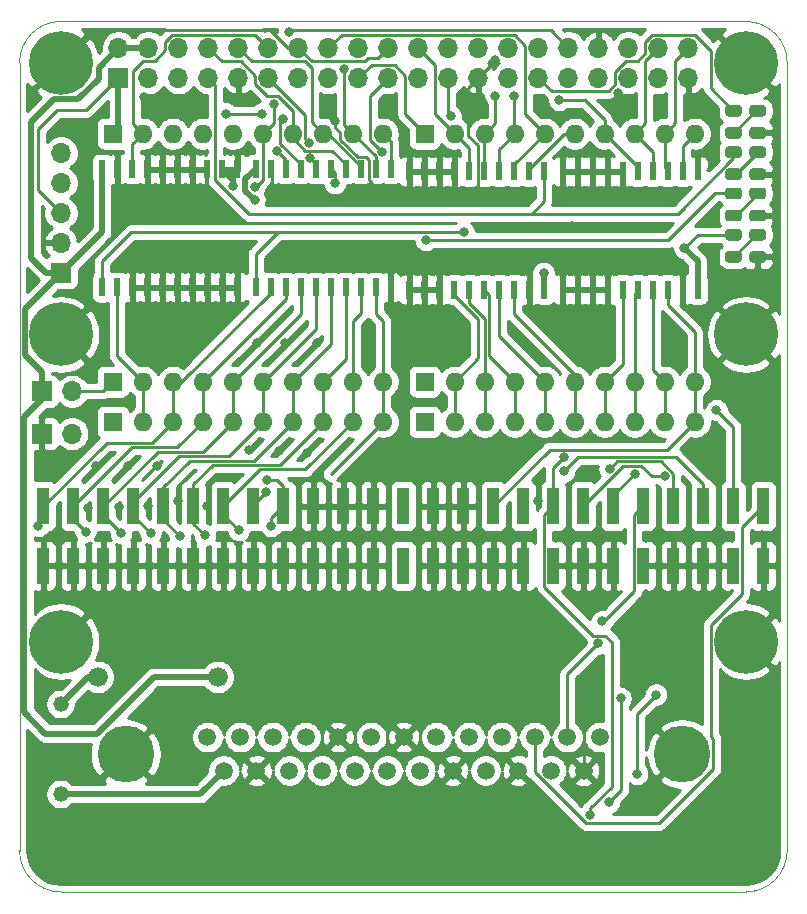
<source format=gbr>
%TF.GenerationSoftware,KiCad,Pcbnew,(5.1.6)-1*%
%TF.CreationDate,2020-07-08T12:05:03-05:00*%
%TF.ProjectId,rascsi_din,72617363-7369-45f6-9469-6e2e6b696361,rev?*%
%TF.SameCoordinates,Original*%
%TF.FileFunction,Copper,L1,Top*%
%TF.FilePolarity,Positive*%
%FSLAX46Y46*%
G04 Gerber Fmt 4.6, Leading zero omitted, Abs format (unit mm)*
G04 Created by KiCad (PCBNEW (5.1.6)-1) date 2020-07-08 12:05:03*
%MOMM*%
%LPD*%
G01*
G04 APERTURE LIST*
%TA.AperFunction,Profile*%
%ADD10C,0.050000*%
%TD*%
%TA.AperFunction,ComponentPad*%
%ADD11O,1.600000X1.600000*%
%TD*%
%TA.AperFunction,ComponentPad*%
%ADD12R,1.600000X1.600000*%
%TD*%
%TA.AperFunction,ComponentPad*%
%ADD13C,0.800000*%
%TD*%
%TA.AperFunction,ComponentPad*%
%ADD14C,5.400000*%
%TD*%
%TA.AperFunction,ComponentPad*%
%ADD15O,1.700000X1.700000*%
%TD*%
%TA.AperFunction,ComponentPad*%
%ADD16R,1.700000X1.700000*%
%TD*%
%TA.AperFunction,ComponentPad*%
%ADD17C,4.800000*%
%TD*%
%TA.AperFunction,ComponentPad*%
%ADD18C,1.500000*%
%TD*%
%TA.AperFunction,SMDPad,CuDef*%
%ADD19R,0.600000X1.500000*%
%TD*%
%TA.AperFunction,SMDPad,CuDef*%
%ADD20R,1.000000X3.150000*%
%TD*%
%TA.AperFunction,ComponentPad*%
%ADD21C,1.320800*%
%TD*%
%TA.AperFunction,ComponentPad*%
%ADD22C,1.676400*%
%TD*%
%TA.AperFunction,ViaPad*%
%ADD23C,0.800000*%
%TD*%
%TA.AperFunction,Conductor*%
%ADD24C,0.250000*%
%TD*%
%TA.AperFunction,Conductor*%
%ADD25C,0.500000*%
%TD*%
%TA.AperFunction,Conductor*%
%ADD26C,0.254000*%
%TD*%
G04 APERTURE END LIST*
D10*
X178000000Y-116200000D02*
X236000000Y-116200000D01*
X178000000Y-116200000D02*
G75*
G02*
X174500000Y-112700000I0J3500000D01*
G01*
X239500000Y-112700000D02*
G75*
G02*
X236000000Y-116200000I-3500000J0D01*
G01*
X174500000Y-46000000D02*
X174500000Y-112700000D01*
X239500000Y-46000000D02*
X239500000Y-112700000D01*
X178000000Y-42500000D02*
X236000000Y-42500000D01*
X174500000Y-46000000D02*
G75*
G02*
X178000000Y-42500000I3500000J0D01*
G01*
X236000000Y-42500000D02*
G75*
G02*
X239500000Y-46000000I0J-3500000D01*
G01*
D11*
%TO.P,RN5,10*%
%TO.N,C-ATN*%
X231660000Y-72990000D03*
%TO.P,RN5,9*%
%TO.N,C-ACK*%
X229120000Y-72990000D03*
%TO.P,RN5,8*%
%TO.N,C-RST*%
X226580000Y-72990000D03*
%TO.P,RN5,7*%
%TO.N,C-SEL*%
X224040000Y-72990000D03*
%TO.P,RN5,6*%
%TO.N,C-BSY*%
X221500000Y-72990000D03*
%TO.P,RN5,5*%
%TO.N,C-MSG*%
X218960000Y-72990000D03*
%TO.P,RN5,4*%
%TO.N,C-C_D*%
X216420000Y-72990000D03*
%TO.P,RN5,3*%
%TO.N,C-REQ*%
X213880000Y-72990000D03*
%TO.P,RN5,2*%
%TO.N,C-I_O*%
X211340000Y-72990000D03*
D12*
%TO.P,RN5,1*%
%TO.N,Net-(JP2-Pad2)*%
X208800000Y-72990000D03*
%TD*%
D13*
%TO.P,H2,1*%
%TO.N,GND*%
X237431891Y-44568109D03*
X236000000Y-43975000D03*
X234568109Y-44568109D03*
X233975000Y-46000000D03*
X234568109Y-47431891D03*
X236000000Y-48025000D03*
X237431891Y-47431891D03*
X238025000Y-46000000D03*
D14*
X236000000Y-46000000D03*
%TD*%
D13*
%TO.P,H1,1*%
%TO.N,GND*%
X179431891Y-44568109D03*
X178000000Y-43975000D03*
X176568109Y-44568109D03*
X175975000Y-46000000D03*
X176568109Y-47431891D03*
X178000000Y-48025000D03*
X179431891Y-47431891D03*
X180025000Y-46000000D03*
D14*
X178000000Y-46000000D03*
%TD*%
D15*
%TO.P,J4,5*%
%TO.N,PI_SDA*%
X178010000Y-53620000D03*
%TO.P,J4,4*%
%TO.N,PI_SCL*%
X178010000Y-56160000D03*
%TO.P,J4,3*%
%TO.N,+3V3*%
X178010000Y-58700000D03*
%TO.P,J4,2*%
%TO.N,GND*%
X178010000Y-61240000D03*
D16*
%TO.P,J4,1*%
%TO.N,+5V*%
X178010000Y-63780000D03*
%TD*%
D15*
%TO.P,JP2,2*%
%TO.N,Net-(JP2-Pad2)*%
X178940000Y-73800000D03*
D16*
%TO.P,JP2,1*%
%TO.N,+5V*%
X176400000Y-73800000D03*
%TD*%
D15*
%TO.P,JP1,2*%
%TO.N,Net-(JP1-Pad2)*%
X178940000Y-77400000D03*
D16*
%TO.P,JP1,1*%
%TO.N,GND*%
X176400000Y-77400000D03*
%TD*%
D13*
%TO.P,H6,1*%
%TO.N,GND*%
X237431891Y-93568109D03*
X236000000Y-92975000D03*
X234568109Y-93568109D03*
X233975000Y-95000000D03*
X234568109Y-96431891D03*
X236000000Y-97025000D03*
X237431891Y-96431891D03*
X238025000Y-95000000D03*
D14*
X236000000Y-95000000D03*
%TD*%
D13*
%TO.P,H5,1*%
%TO.N,GND*%
X179431891Y-93568109D03*
X178000000Y-92975000D03*
X176568109Y-93568109D03*
X175975000Y-95000000D03*
X176568109Y-96431891D03*
X178000000Y-97025000D03*
X179431891Y-96431891D03*
X180025000Y-95000000D03*
D14*
X178000000Y-95000000D03*
%TD*%
D13*
%TO.P,H4,1*%
%TO.N,GND*%
X237431891Y-67568109D03*
X236000000Y-66975000D03*
X234568109Y-67568109D03*
X233975000Y-69000000D03*
X234568109Y-70431891D03*
X236000000Y-71025000D03*
X237431891Y-70431891D03*
X238025000Y-69000000D03*
D14*
X236000000Y-69000000D03*
%TD*%
D13*
%TO.P,H3,1*%
%TO.N,GND*%
X179431891Y-67568109D03*
X178000000Y-66975000D03*
X176568109Y-67568109D03*
X175975000Y-69000000D03*
X176568109Y-70431891D03*
X178000000Y-71025000D03*
X179431891Y-70431891D03*
X180025000Y-69000000D03*
D14*
X178000000Y-69000000D03*
%TD*%
D17*
%TO.P,J2,MH2*%
%TO.N,GND*%
X183480000Y-104510000D03*
%TO.P,J2,MH1*%
X230580000Y-104510000D03*
D18*
%TO.P,J2,25*%
%TO.N,TERMPOW*%
X191795000Y-105930000D03*
%TO.P,J2,24*%
%TO.N,GND*%
X194565000Y-105930000D03*
%TO.P,J2,23*%
%TO.N,C-D4*%
X197335000Y-105930000D03*
%TO.P,J2,22*%
%TO.N,C-D2*%
X200105000Y-105930000D03*
%TO.P,J2,21*%
%TO.N,C-D1*%
X202875000Y-105930000D03*
%TO.P,J2,20*%
%TO.N,C-DP*%
X205645000Y-105930000D03*
%TO.P,J2,19*%
%TO.N,C-SEL*%
X208415000Y-105930000D03*
%TO.P,J2,18*%
%TO.N,GND*%
X211185000Y-105930000D03*
%TO.P,J2,17*%
%TO.N,C-ATN*%
X213955000Y-105930000D03*
%TO.P,J2,16*%
%TO.N,GND*%
X216725000Y-105930000D03*
%TO.P,J2,15*%
%TO.N,C-C_D*%
X219495000Y-105930000D03*
%TO.P,J2,14*%
%TO.N,GND*%
X222265000Y-105930000D03*
%TO.P,J2,13*%
%TO.N,C-D7*%
X190410000Y-103090000D03*
%TO.P,J2,12*%
%TO.N,C-D6*%
X193180000Y-103090000D03*
%TO.P,J2,11*%
%TO.N,C-D5*%
X195950000Y-103090000D03*
%TO.P,J2,10*%
%TO.N,C-D3*%
X198720000Y-103090000D03*
%TO.P,J2,9*%
%TO.N,GND*%
X201490000Y-103090000D03*
%TO.P,J2,8*%
%TO.N,C-D0*%
X204260000Y-103090000D03*
%TO.P,J2,7*%
%TO.N,GND*%
X207030000Y-103090000D03*
%TO.P,J2,6*%
%TO.N,C-BSY*%
X209800000Y-103090000D03*
%TO.P,J2,5*%
%TO.N,C-ACK*%
X212570000Y-103090000D03*
%TO.P,J2,4*%
%TO.N,C-RST*%
X215340000Y-103090000D03*
%TO.P,J2,3*%
%TO.N,C-I_O*%
X218110000Y-103090000D03*
%TO.P,J2,2*%
%TO.N,C-MSG*%
X220880000Y-103090000D03*
%TO.P,J2,1*%
%TO.N,C-REQ*%
X223650000Y-103090000D03*
%TD*%
%TO.P,R4,2*%
%TO.N,Net-(D5-Pad2)*%
%TA.AperFunction,SMDPad,CuDef*%
G36*
G01*
X234493750Y-58450000D02*
X235406250Y-58450000D01*
G75*
G02*
X235650000Y-58693750I0J-243750D01*
G01*
X235650000Y-59181250D01*
G75*
G02*
X235406250Y-59425000I-243750J0D01*
G01*
X234493750Y-59425000D01*
G75*
G02*
X234250000Y-59181250I0J243750D01*
G01*
X234250000Y-58693750D01*
G75*
G02*
X234493750Y-58450000I243750J0D01*
G01*
G37*
%TD.AperFunction*%
%TO.P,R4,1*%
%TO.N,+3V3*%
%TA.AperFunction,SMDPad,CuDef*%
G36*
G01*
X234493750Y-56575000D02*
X235406250Y-56575000D01*
G75*
G02*
X235650000Y-56818750I0J-243750D01*
G01*
X235650000Y-57306250D01*
G75*
G02*
X235406250Y-57550000I-243750J0D01*
G01*
X234493750Y-57550000D01*
G75*
G02*
X234250000Y-57306250I0J243750D01*
G01*
X234250000Y-56818750D01*
G75*
G02*
X234493750Y-56575000I243750J0D01*
G01*
G37*
%TD.AperFunction*%
%TD*%
%TO.P,R3,2*%
%TO.N,Net-(D4-Pad2)*%
%TA.AperFunction,SMDPad,CuDef*%
G36*
G01*
X234493750Y-61950000D02*
X235406250Y-61950000D01*
G75*
G02*
X235650000Y-62193750I0J-243750D01*
G01*
X235650000Y-62681250D01*
G75*
G02*
X235406250Y-62925000I-243750J0D01*
G01*
X234493750Y-62925000D01*
G75*
G02*
X234250000Y-62681250I0J243750D01*
G01*
X234250000Y-62193750D01*
G75*
G02*
X234493750Y-61950000I243750J0D01*
G01*
G37*
%TD.AperFunction*%
%TO.P,R3,1*%
%TO.N,+5V*%
%TA.AperFunction,SMDPad,CuDef*%
G36*
G01*
X234493750Y-60075000D02*
X235406250Y-60075000D01*
G75*
G02*
X235650000Y-60318750I0J-243750D01*
G01*
X235650000Y-60806250D01*
G75*
G02*
X235406250Y-61050000I-243750J0D01*
G01*
X234493750Y-61050000D01*
G75*
G02*
X234250000Y-60806250I0J243750D01*
G01*
X234250000Y-60318750D01*
G75*
G02*
X234493750Y-60075000I243750J0D01*
G01*
G37*
%TD.AperFunction*%
%TD*%
%TO.P,R2,2*%
%TO.N,Net-(D3-Pad2)*%
%TA.AperFunction,SMDPad,CuDef*%
G36*
G01*
X234493750Y-51450000D02*
X235406250Y-51450000D01*
G75*
G02*
X235650000Y-51693750I0J-243750D01*
G01*
X235650000Y-52181250D01*
G75*
G02*
X235406250Y-52425000I-243750J0D01*
G01*
X234493750Y-52425000D01*
G75*
G02*
X234250000Y-52181250I0J243750D01*
G01*
X234250000Y-51693750D01*
G75*
G02*
X234493750Y-51450000I243750J0D01*
G01*
G37*
%TD.AperFunction*%
%TO.P,R2,1*%
%TO.N,DBG_LED*%
%TA.AperFunction,SMDPad,CuDef*%
G36*
G01*
X234493750Y-49575000D02*
X235406250Y-49575000D01*
G75*
G02*
X235650000Y-49818750I0J-243750D01*
G01*
X235650000Y-50306250D01*
G75*
G02*
X235406250Y-50550000I-243750J0D01*
G01*
X234493750Y-50550000D01*
G75*
G02*
X234250000Y-50306250I0J243750D01*
G01*
X234250000Y-49818750D01*
G75*
G02*
X234493750Y-49575000I243750J0D01*
G01*
G37*
%TD.AperFunction*%
%TD*%
%TO.P,R1,2*%
%TO.N,Net-(D2-Pad2)*%
%TA.AperFunction,SMDPad,CuDef*%
G36*
G01*
X234493750Y-54950000D02*
X235406250Y-54950000D01*
G75*
G02*
X235650000Y-55193750I0J-243750D01*
G01*
X235650000Y-55681250D01*
G75*
G02*
X235406250Y-55925000I-243750J0D01*
G01*
X234493750Y-55925000D01*
G75*
G02*
X234250000Y-55681250I0J243750D01*
G01*
X234250000Y-55193750D01*
G75*
G02*
X234493750Y-54950000I243750J0D01*
G01*
G37*
%TD.AperFunction*%
%TO.P,R1,1*%
%TO.N,PI-ACT*%
%TA.AperFunction,SMDPad,CuDef*%
G36*
G01*
X234493750Y-53075000D02*
X235406250Y-53075000D01*
G75*
G02*
X235650000Y-53318750I0J-243750D01*
G01*
X235650000Y-53806250D01*
G75*
G02*
X235406250Y-54050000I-243750J0D01*
G01*
X234493750Y-54050000D01*
G75*
G02*
X234250000Y-53806250I0J243750D01*
G01*
X234250000Y-53318750D01*
G75*
G02*
X234493750Y-53075000I243750J0D01*
G01*
G37*
%TD.AperFunction*%
%TD*%
%TO.P,D5,2*%
%TO.N,Net-(D5-Pad2)*%
%TA.AperFunction,SMDPad,CuDef*%
G36*
G01*
X237456250Y-57550000D02*
X236543750Y-57550000D01*
G75*
G02*
X236300000Y-57306250I0J243750D01*
G01*
X236300000Y-56818750D01*
G75*
G02*
X236543750Y-56575000I243750J0D01*
G01*
X237456250Y-56575000D01*
G75*
G02*
X237700000Y-56818750I0J-243750D01*
G01*
X237700000Y-57306250D01*
G75*
G02*
X237456250Y-57550000I-243750J0D01*
G01*
G37*
%TD.AperFunction*%
%TO.P,D5,1*%
%TO.N,GND*%
%TA.AperFunction,SMDPad,CuDef*%
G36*
G01*
X237456250Y-59425000D02*
X236543750Y-59425000D01*
G75*
G02*
X236300000Y-59181250I0J243750D01*
G01*
X236300000Y-58693750D01*
G75*
G02*
X236543750Y-58450000I243750J0D01*
G01*
X237456250Y-58450000D01*
G75*
G02*
X237700000Y-58693750I0J-243750D01*
G01*
X237700000Y-59181250D01*
G75*
G02*
X237456250Y-59425000I-243750J0D01*
G01*
G37*
%TD.AperFunction*%
%TD*%
%TO.P,D4,2*%
%TO.N,Net-(D4-Pad2)*%
%TA.AperFunction,SMDPad,CuDef*%
G36*
G01*
X237456250Y-61050000D02*
X236543750Y-61050000D01*
G75*
G02*
X236300000Y-60806250I0J243750D01*
G01*
X236300000Y-60318750D01*
G75*
G02*
X236543750Y-60075000I243750J0D01*
G01*
X237456250Y-60075000D01*
G75*
G02*
X237700000Y-60318750I0J-243750D01*
G01*
X237700000Y-60806250D01*
G75*
G02*
X237456250Y-61050000I-243750J0D01*
G01*
G37*
%TD.AperFunction*%
%TO.P,D4,1*%
%TO.N,GND*%
%TA.AperFunction,SMDPad,CuDef*%
G36*
G01*
X237456250Y-62925000D02*
X236543750Y-62925000D01*
G75*
G02*
X236300000Y-62681250I0J243750D01*
G01*
X236300000Y-62193750D01*
G75*
G02*
X236543750Y-61950000I243750J0D01*
G01*
X237456250Y-61950000D01*
G75*
G02*
X237700000Y-62193750I0J-243750D01*
G01*
X237700000Y-62681250D01*
G75*
G02*
X237456250Y-62925000I-243750J0D01*
G01*
G37*
%TD.AperFunction*%
%TD*%
%TO.P,D3,2*%
%TO.N,Net-(D3-Pad2)*%
%TA.AperFunction,SMDPad,CuDef*%
G36*
G01*
X237456250Y-50550000D02*
X236543750Y-50550000D01*
G75*
G02*
X236300000Y-50306250I0J243750D01*
G01*
X236300000Y-49818750D01*
G75*
G02*
X236543750Y-49575000I243750J0D01*
G01*
X237456250Y-49575000D01*
G75*
G02*
X237700000Y-49818750I0J-243750D01*
G01*
X237700000Y-50306250D01*
G75*
G02*
X237456250Y-50550000I-243750J0D01*
G01*
G37*
%TD.AperFunction*%
%TO.P,D3,1*%
%TO.N,GND*%
%TA.AperFunction,SMDPad,CuDef*%
G36*
G01*
X237456250Y-52425000D02*
X236543750Y-52425000D01*
G75*
G02*
X236300000Y-52181250I0J243750D01*
G01*
X236300000Y-51693750D01*
G75*
G02*
X236543750Y-51450000I243750J0D01*
G01*
X237456250Y-51450000D01*
G75*
G02*
X237700000Y-51693750I0J-243750D01*
G01*
X237700000Y-52181250D01*
G75*
G02*
X237456250Y-52425000I-243750J0D01*
G01*
G37*
%TD.AperFunction*%
%TD*%
%TO.P,D2,2*%
%TO.N,Net-(D2-Pad2)*%
%TA.AperFunction,SMDPad,CuDef*%
G36*
G01*
X237456250Y-54050000D02*
X236543750Y-54050000D01*
G75*
G02*
X236300000Y-53806250I0J243750D01*
G01*
X236300000Y-53318750D01*
G75*
G02*
X236543750Y-53075000I243750J0D01*
G01*
X237456250Y-53075000D01*
G75*
G02*
X237700000Y-53318750I0J-243750D01*
G01*
X237700000Y-53806250D01*
G75*
G02*
X237456250Y-54050000I-243750J0D01*
G01*
G37*
%TD.AperFunction*%
%TO.P,D2,1*%
%TO.N,GND*%
%TA.AperFunction,SMDPad,CuDef*%
G36*
G01*
X237456250Y-55925000D02*
X236543750Y-55925000D01*
G75*
G02*
X236300000Y-55681250I0J243750D01*
G01*
X236300000Y-55193750D01*
G75*
G02*
X236543750Y-54950000I243750J0D01*
G01*
X237456250Y-54950000D01*
G75*
G02*
X237700000Y-55193750I0J-243750D01*
G01*
X237700000Y-55681250D01*
G75*
G02*
X237456250Y-55925000I-243750J0D01*
G01*
G37*
%TD.AperFunction*%
%TD*%
D19*
%TO.P,U4,20*%
%TO.N,+5V*%
X231915000Y-65200000D03*
%TO.P,U4,19*%
%TO.N,GND*%
X230645000Y-65200000D03*
%TO.P,U4,18*%
%TO.N,C-ATN*%
X229375000Y-65200000D03*
%TO.P,U4,17*%
%TO.N,C-ACK*%
X228105000Y-65200000D03*
%TO.P,U4,16*%
%TO.N,C-RST*%
X226835000Y-65200000D03*
%TO.P,U4,15*%
%TO.N,C-SEL*%
X225565000Y-65200000D03*
%TO.P,U4,14*%
%TO.N,GND*%
X224295000Y-65200000D03*
%TO.P,U4,13*%
X223025000Y-65200000D03*
%TO.P,U4,12*%
X221755000Y-65200000D03*
%TO.P,U4,11*%
X220485000Y-65200000D03*
%TO.P,U4,10*%
X220485000Y-55200000D03*
%TO.P,U4,9*%
X221755000Y-55200000D03*
%TO.P,U4,8*%
X223025000Y-55200000D03*
%TO.P,U4,7*%
X224295000Y-55200000D03*
%TO.P,U4,6*%
X225565000Y-55200000D03*
%TO.P,U4,5*%
%TO.N,PI-SEL*%
X226835000Y-55200000D03*
%TO.P,U4,4*%
%TO.N,PI-RST*%
X228105000Y-55200000D03*
%TO.P,U4,3*%
%TO.N,PI-ACK*%
X229375000Y-55200000D03*
%TO.P,U4,2*%
%TO.N,PI-ATN*%
X230645000Y-55200000D03*
%TO.P,U4,1*%
%TO.N,GND*%
X231915000Y-55200000D03*
%TD*%
%TO.P,U3,20*%
%TO.N,+5V*%
X218915000Y-65200000D03*
%TO.P,U3,19*%
%TO.N,GND*%
X217645000Y-65200000D03*
%TO.P,U3,18*%
%TO.N,C-BSY*%
X216375000Y-65200000D03*
%TO.P,U3,17*%
%TO.N,C-MSG*%
X215105000Y-65200000D03*
%TO.P,U3,16*%
%TO.N,C-C_D*%
X213835000Y-65200000D03*
%TO.P,U3,15*%
%TO.N,C-REQ*%
X212565000Y-65200000D03*
%TO.P,U3,14*%
%TO.N,C-I_O*%
X211295000Y-65200000D03*
%TO.P,U3,13*%
%TO.N,GND*%
X210025000Y-65200000D03*
%TO.P,U3,12*%
X208755000Y-65200000D03*
%TO.P,U3,11*%
X207485000Y-65200000D03*
%TO.P,U3,10*%
X207485000Y-55200000D03*
%TO.P,U3,9*%
X208755000Y-55200000D03*
%TO.P,U3,8*%
X210025000Y-55200000D03*
%TO.P,U3,7*%
X211295000Y-55200000D03*
%TO.P,U3,6*%
%TO.N,PI-I_O*%
X212565000Y-55200000D03*
%TO.P,U3,5*%
%TO.N,PI-REQ*%
X213835000Y-55200000D03*
%TO.P,U3,4*%
%TO.N,PI-C_D*%
X215105000Y-55200000D03*
%TO.P,U3,3*%
%TO.N,PI-MSG*%
X216375000Y-55200000D03*
%TO.P,U3,2*%
%TO.N,PI-BSY*%
X217645000Y-55200000D03*
%TO.P,U3,1*%
%TO.N,PI-ACT*%
X218915000Y-55200000D03*
%TD*%
%TO.P,U2,20*%
%TO.N,+5V*%
X194485000Y-55000000D03*
%TO.P,U2,19*%
%TO.N,GND*%
X195755000Y-55000000D03*
%TO.P,U2,18*%
%TO.N,PI-D0*%
X197025000Y-55000000D03*
%TO.P,U2,17*%
%TO.N,PI-D1*%
X198295000Y-55000000D03*
%TO.P,U2,16*%
%TO.N,PI-D2*%
X199565000Y-55000000D03*
%TO.P,U2,15*%
%TO.N,PI-D3*%
X200835000Y-55000000D03*
%TO.P,U2,14*%
%TO.N,PI-D4*%
X202105000Y-55000000D03*
%TO.P,U2,13*%
%TO.N,PI-D5*%
X203375000Y-55000000D03*
%TO.P,U2,12*%
%TO.N,PI-D6*%
X204645000Y-55000000D03*
%TO.P,U2,11*%
%TO.N,PI-D7*%
X205915000Y-55000000D03*
%TO.P,U2,10*%
%TO.N,GND*%
X205915000Y-65000000D03*
%TO.P,U2,9*%
%TO.N,C-D7*%
X204645000Y-65000000D03*
%TO.P,U2,8*%
%TO.N,C-D6*%
X203375000Y-65000000D03*
%TO.P,U2,7*%
%TO.N,C-D5*%
X202105000Y-65000000D03*
%TO.P,U2,6*%
%TO.N,C-D4*%
X200835000Y-65000000D03*
%TO.P,U2,5*%
%TO.N,C-D3*%
X199565000Y-65000000D03*
%TO.P,U2,4*%
%TO.N,C-D2*%
X198295000Y-65000000D03*
%TO.P,U2,3*%
%TO.N,C-D1*%
X197025000Y-65000000D03*
%TO.P,U2,2*%
%TO.N,C-D0*%
X195755000Y-65000000D03*
%TO.P,U2,1*%
%TO.N,PI-I_O*%
X194485000Y-65000000D03*
%TD*%
%TO.P,U1,20*%
%TO.N,+5V*%
X181485000Y-55000000D03*
%TO.P,U1,19*%
%TO.N,GND*%
X182755000Y-55000000D03*
%TO.P,U1,18*%
%TO.N,PI-DP*%
X184025000Y-55000000D03*
%TO.P,U1,17*%
%TO.N,GND*%
X185295000Y-55000000D03*
%TO.P,U1,16*%
X186565000Y-55000000D03*
%TO.P,U1,15*%
X187835000Y-55000000D03*
%TO.P,U1,14*%
X189105000Y-55000000D03*
%TO.P,U1,13*%
X190375000Y-55000000D03*
%TO.P,U1,12*%
X191645000Y-55000000D03*
%TO.P,U1,11*%
X192915000Y-55000000D03*
%TO.P,U1,10*%
X192915000Y-65000000D03*
%TO.P,U1,9*%
X191645000Y-65000000D03*
%TO.P,U1,8*%
X190375000Y-65000000D03*
%TO.P,U1,7*%
X189105000Y-65000000D03*
%TO.P,U1,6*%
X187835000Y-65000000D03*
%TO.P,U1,5*%
X186565000Y-65000000D03*
%TO.P,U1,4*%
X185295000Y-65000000D03*
%TO.P,U1,3*%
X184025000Y-65000000D03*
%TO.P,U1,2*%
%TO.N,C-DP*%
X182755000Y-65000000D03*
%TO.P,U1,1*%
%TO.N,PI-I_O*%
X181485000Y-65000000D03*
%TD*%
D11*
%TO.P,RN6,10*%
%TO.N,C-ATN*%
X231660000Y-76400000D03*
%TO.P,RN6,9*%
%TO.N,C-ACK*%
X229120000Y-76400000D03*
%TO.P,RN6,8*%
%TO.N,C-RST*%
X226580000Y-76400000D03*
%TO.P,RN6,7*%
%TO.N,C-SEL*%
X224040000Y-76400000D03*
%TO.P,RN6,6*%
%TO.N,C-BSY*%
X221500000Y-76400000D03*
%TO.P,RN6,5*%
%TO.N,C-MSG*%
X218960000Y-76400000D03*
%TO.P,RN6,4*%
%TO.N,C-C_D*%
X216420000Y-76400000D03*
%TO.P,RN6,3*%
%TO.N,C-REQ*%
X213880000Y-76400000D03*
%TO.P,RN6,2*%
%TO.N,C-I_O*%
X211340000Y-76400000D03*
D12*
%TO.P,RN6,1*%
%TO.N,Net-(JP1-Pad2)*%
X208800000Y-76400000D03*
%TD*%
D11*
%TO.P,RN4,10*%
%TO.N,C-D7*%
X205260000Y-76400000D03*
%TO.P,RN4,9*%
%TO.N,C-D6*%
X202720000Y-76400000D03*
%TO.P,RN4,8*%
%TO.N,C-D5*%
X200180000Y-76400000D03*
%TO.P,RN4,7*%
%TO.N,C-D4*%
X197640000Y-76400000D03*
%TO.P,RN4,6*%
%TO.N,C-D3*%
X195100000Y-76400000D03*
%TO.P,RN4,5*%
%TO.N,C-D2*%
X192560000Y-76400000D03*
%TO.P,RN4,4*%
%TO.N,C-D1*%
X190020000Y-76400000D03*
%TO.P,RN4,3*%
%TO.N,C-D0*%
X187480000Y-76400000D03*
%TO.P,RN4,2*%
%TO.N,C-DP*%
X184940000Y-76400000D03*
D12*
%TO.P,RN4,1*%
%TO.N,Net-(JP1-Pad2)*%
X182400000Y-76400000D03*
%TD*%
D11*
%TO.P,RN3,10*%
%TO.N,C-D7*%
X205260000Y-73000000D03*
%TO.P,RN3,9*%
%TO.N,C-D6*%
X202720000Y-73000000D03*
%TO.P,RN3,8*%
%TO.N,C-D5*%
X200180000Y-73000000D03*
%TO.P,RN3,7*%
%TO.N,C-D4*%
X197640000Y-73000000D03*
%TO.P,RN3,6*%
%TO.N,C-D3*%
X195100000Y-73000000D03*
%TO.P,RN3,5*%
%TO.N,C-D2*%
X192560000Y-73000000D03*
%TO.P,RN3,4*%
%TO.N,C-D1*%
X190020000Y-73000000D03*
%TO.P,RN3,3*%
%TO.N,C-D0*%
X187480000Y-73000000D03*
%TO.P,RN3,2*%
%TO.N,C-DP*%
X184940000Y-73000000D03*
D12*
%TO.P,RN3,1*%
%TO.N,Net-(JP2-Pad2)*%
X182400000Y-73000000D03*
%TD*%
D11*
%TO.P,RN2,10*%
%TO.N,PI-ATN*%
X231660000Y-52000000D03*
%TO.P,RN2,9*%
%TO.N,PI-ACK*%
X229120000Y-52000000D03*
%TO.P,RN2,8*%
%TO.N,PI-RST*%
X226580000Y-52000000D03*
%TO.P,RN2,7*%
%TO.N,PI-SEL*%
X224040000Y-52000000D03*
%TO.P,RN2,6*%
%TO.N,PI-BSY*%
X221500000Y-52000000D03*
%TO.P,RN2,5*%
%TO.N,PI-MSG*%
X218960000Y-52000000D03*
%TO.P,RN2,4*%
%TO.N,PI-C_D*%
X216420000Y-52000000D03*
%TO.P,RN2,3*%
%TO.N,PI-REQ*%
X213880000Y-52000000D03*
%TO.P,RN2,2*%
%TO.N,PI-I_O*%
X211340000Y-52000000D03*
D12*
%TO.P,RN2,1*%
%TO.N,+3V3*%
X208800000Y-52000000D03*
%TD*%
D11*
%TO.P,RN1,10*%
%TO.N,PI-D7*%
X205260000Y-52000000D03*
%TO.P,RN1,9*%
%TO.N,PI-D6*%
X202720000Y-52000000D03*
%TO.P,RN1,8*%
%TO.N,PI-D5*%
X200180000Y-52000000D03*
%TO.P,RN1,7*%
%TO.N,PI-D4*%
X197640000Y-52000000D03*
%TO.P,RN1,6*%
%TO.N,PI-D3*%
X195100000Y-52000000D03*
%TO.P,RN1,5*%
%TO.N,PI-D2*%
X192560000Y-52000000D03*
%TO.P,RN1,4*%
%TO.N,PI-D1*%
X190020000Y-52000000D03*
%TO.P,RN1,3*%
%TO.N,PI-D0*%
X187480000Y-52000000D03*
%TO.P,RN1,2*%
%TO.N,PI-DP*%
X184940000Y-52000000D03*
D12*
%TO.P,RN1,1*%
%TO.N,+3V3*%
X182400000Y-52000000D03*
%TD*%
D20*
%TO.P,J3,50*%
%TO.N,C-I_O*%
X237470000Y-83530000D03*
%TO.P,J3,49*%
%TO.N,GND*%
X237470000Y-88580000D03*
%TO.P,J3,48*%
%TO.N,C-REQ*%
X234930000Y-83530000D03*
%TO.P,J3,47*%
%TO.N,GND*%
X234930000Y-88580000D03*
%TO.P,J3,46*%
%TO.N,C-C_D*%
X232390000Y-83530000D03*
%TO.P,J3,45*%
%TO.N,GND*%
X232390000Y-88580000D03*
%TO.P,J3,44*%
%TO.N,C-SEL*%
X229850000Y-83530000D03*
%TO.P,J3,43*%
%TO.N,GND*%
X229850000Y-88580000D03*
%TO.P,J3,42*%
%TO.N,C-MSG*%
X227310000Y-83530000D03*
%TO.P,J3,41*%
%TO.N,GND*%
X227310000Y-88580000D03*
%TO.P,J3,40*%
%TO.N,C-RST*%
X224770000Y-83530000D03*
%TO.P,J3,39*%
%TO.N,GND*%
X224770000Y-88580000D03*
%TO.P,J3,38*%
%TO.N,C-ACK*%
X222230000Y-83530000D03*
%TO.P,J3,37*%
%TO.N,GND*%
X222230000Y-88580000D03*
%TO.P,J3,36*%
%TO.N,C-BSY*%
X219690000Y-83530000D03*
%TO.P,J3,35*%
%TO.N,GND*%
X219690000Y-88580000D03*
%TO.P,J3,34*%
%TO.N,Net-(J3-Pad34)*%
X217150000Y-83530000D03*
%TO.P,J3,33*%
%TO.N,GND*%
X217150000Y-88580000D03*
%TO.P,J3,32*%
%TO.N,C-ATN*%
X214610000Y-83530000D03*
%TO.P,J3,31*%
%TO.N,GND*%
X214610000Y-88580000D03*
%TO.P,J3,30*%
X212070000Y-83530000D03*
%TO.P,J3,29*%
X212070000Y-88580000D03*
%TO.P,J3,28*%
X209530000Y-83530000D03*
%TO.P,J3,27*%
X209530000Y-88580000D03*
%TO.P,J3,26*%
%TO.N,Net-(J3-Pad26)*%
X206990000Y-83530000D03*
%TO.P,J3,25*%
%TO.N,Net-(J3-Pad25)*%
X206990000Y-88580000D03*
%TO.P,J3,24*%
%TO.N,GND*%
X204450000Y-83530000D03*
%TO.P,J3,23*%
X204450000Y-88580000D03*
%TO.P,J3,22*%
X201910000Y-83530000D03*
%TO.P,J3,21*%
X201910000Y-88580000D03*
%TO.P,J3,20*%
X199370000Y-83530000D03*
%TO.P,J3,19*%
X199370000Y-88580000D03*
%TO.P,J3,18*%
%TO.N,C-DP*%
X196830000Y-83530000D03*
%TO.P,J3,17*%
%TO.N,GND*%
X196830000Y-88580000D03*
%TO.P,J3,16*%
%TO.N,C-D7*%
X194290000Y-83530000D03*
%TO.P,J3,15*%
%TO.N,GND*%
X194290000Y-88580000D03*
%TO.P,J3,14*%
%TO.N,C-D6*%
X191750000Y-83530000D03*
%TO.P,J3,13*%
%TO.N,GND*%
X191750000Y-88580000D03*
%TO.P,J3,12*%
%TO.N,C-D5*%
X189210000Y-83530000D03*
%TO.P,J3,11*%
%TO.N,GND*%
X189210000Y-88580000D03*
%TO.P,J3,10*%
%TO.N,C-D4*%
X186670000Y-83530000D03*
%TO.P,J3,9*%
%TO.N,GND*%
X186670000Y-88580000D03*
%TO.P,J3,8*%
%TO.N,C-D3*%
X184130000Y-83530000D03*
%TO.P,J3,7*%
%TO.N,GND*%
X184130000Y-88580000D03*
%TO.P,J3,6*%
%TO.N,C-D2*%
X181590000Y-83530000D03*
%TO.P,J3,5*%
%TO.N,GND*%
X181590000Y-88580000D03*
%TO.P,J3,4*%
%TO.N,C-D1*%
X179050000Y-83530000D03*
%TO.P,J3,3*%
%TO.N,GND*%
X179050000Y-88580000D03*
%TO.P,J3,2*%
%TO.N,C-D0*%
X176510000Y-83530000D03*
%TO.P,J3,1*%
%TO.N,GND*%
X176510000Y-88580000D03*
%TD*%
D15*
%TO.P,J1,40*%
%TO.N,PI-ACK*%
X231140000Y-44730000D03*
%TO.P,J1,39*%
%TO.N,GND*%
X231140000Y-47270000D03*
%TO.P,J1,38*%
%TO.N,PI-RST*%
X228600000Y-44730000D03*
%TO.P,J1,37*%
%TO.N,PI-BSY*%
X228600000Y-47270000D03*
%TO.P,J1,36*%
%TO.N,PI-D6*%
X226060000Y-44730000D03*
%TO.P,J1,35*%
%TO.N,PI-ATN*%
X226060000Y-47270000D03*
%TO.P,J1,34*%
%TO.N,GND*%
X223520000Y-44730000D03*
%TO.P,J1,33*%
%TO.N,PI-D3*%
X223520000Y-47270000D03*
%TO.P,J1,32*%
%TO.N,PI-D2*%
X220980000Y-44730000D03*
%TO.P,J1,31*%
%TO.N,Net-(J1-Pad31)*%
X220980000Y-47270000D03*
%TO.P,J1,30*%
%TO.N,GND*%
X218440000Y-44730000D03*
%TO.P,J1,29*%
%TO.N,DBG_LED*%
X218440000Y-47270000D03*
%TO.P,J1,28*%
%TO.N,Net-(J1-Pad28)*%
X215900000Y-44730000D03*
%TO.P,J1,27*%
%TO.N,Net-(J1-Pad27)*%
X215900000Y-47270000D03*
%TO.P,J1,26*%
%TO.N,Net-(J1-Pad26)*%
X213360000Y-44730000D03*
%TO.P,J1,25*%
%TO.N,GND*%
X213360000Y-47270000D03*
%TO.P,J1,24*%
%TO.N,Net-(J1-Pad24)*%
X210820000Y-44730000D03*
%TO.P,J1,23*%
%TO.N,PI-D1*%
X210820000Y-47270000D03*
%TO.P,J1,22*%
%TO.N,PI-I_O*%
X208280000Y-44730000D03*
%TO.P,J1,21*%
%TO.N,Net-(J1-Pad21)*%
X208280000Y-47270000D03*
%TO.P,J1,20*%
%TO.N,GND*%
X205740000Y-44730000D03*
%TO.P,J1,19*%
%TO.N,PI-D0*%
X205740000Y-47270000D03*
%TO.P,J1,18*%
%TO.N,PI-C_D*%
X203200000Y-44730000D03*
%TO.P,J1,17*%
%TO.N,+3V3*%
X203200000Y-47270000D03*
%TO.P,J1,16*%
%TO.N,PI-MSG*%
X200660000Y-44730000D03*
%TO.P,J1,15*%
%TO.N,PI-REQ*%
X200660000Y-47270000D03*
%TO.P,J1,14*%
%TO.N,GND*%
X198120000Y-44730000D03*
%TO.P,J1,13*%
%TO.N,PI-SEL*%
X198120000Y-47270000D03*
%TO.P,J1,12*%
%TO.N,PI-DP*%
X195580000Y-44730000D03*
%TO.P,J1,11*%
%TO.N,PI-D7*%
X195580000Y-47270000D03*
%TO.P,J1,10*%
%TO.N,PI-D5*%
X193040000Y-44730000D03*
%TO.P,J1,9*%
%TO.N,GND*%
X193040000Y-47270000D03*
%TO.P,J1,8*%
%TO.N,PI-D4*%
X190500000Y-44730000D03*
%TO.P,J1,7*%
%TO.N,PI-ACT*%
X190500000Y-47270000D03*
%TO.P,J1,6*%
%TO.N,GND*%
X187960000Y-44730000D03*
%TO.P,J1,5*%
%TO.N,PI_SCL*%
X187960000Y-47270000D03*
%TO.P,J1,4*%
%TO.N,+5V*%
X185420000Y-44730000D03*
%TO.P,J1,3*%
%TO.N,PI_SDA*%
X185420000Y-47270000D03*
%TO.P,J1,2*%
%TO.N,+5V*%
X182880000Y-44730000D03*
D16*
%TO.P,J1,1*%
%TO.N,+3V3*%
X182880000Y-47270000D03*
%TD*%
D21*
%TO.P,FUSE1A1,2*%
%TO.N,Net-(D1-PadC)*%
X177980000Y-100290000D03*
%TO.P,FUSE1A1,1*%
%TO.N,TERMPOW*%
X177980000Y-107910000D03*
%TD*%
D22*
%TO.P,D1,C*%
%TO.N,Net-(D1-PadC)*%
X181120000Y-98000000D03*
%TO.P,D1,A*%
%TO.N,+5V*%
X191280000Y-98000000D03*
%TD*%
D23*
%TO.N,GND*%
X201200000Y-50900000D03*
X220200000Y-50700000D03*
X225200000Y-48600000D03*
X228900000Y-49700000D03*
X188500000Y-63000000D03*
X188400000Y-68000000D03*
X208800000Y-67400000D03*
X208700000Y-62700000D03*
X221800000Y-67500000D03*
X221700000Y-62700000D03*
X214200000Y-57500000D03*
X214800000Y-45800000D03*
X192600000Y-56400000D03*
X186100000Y-53200000D03*
X215800000Y-86100000D03*
X221100000Y-86100000D03*
X223500000Y-86100000D03*
X215900000Y-90700000D03*
X218400000Y-83100000D03*
X228300000Y-86000000D03*
X233700000Y-86100000D03*
X208200000Y-86000000D03*
X191800000Y-91300000D03*
X191600000Y-100300000D03*
X222400000Y-98900000D03*
X203900000Y-69700000D03*
X199700000Y-69700000D03*
X197000000Y-69700000D03*
X194600000Y-69700000D03*
X217400000Y-69700000D03*
X229700000Y-69700000D03*
X232900000Y-59400000D03*
X175700000Y-64500000D03*
X181000000Y-80100000D03*
X183700000Y-80100000D03*
X186100000Y-80100000D03*
X190400000Y-83500000D03*
X203900000Y-79500000D03*
X196500000Y-78900000D03*
X193900000Y-78800000D03*
X198800000Y-79000000D03*
X187900000Y-49700000D03*
X219500000Y-104200000D03*
X222265000Y-104135000D03*
X237400000Y-86000000D03*
X225900000Y-50400000D03*
X207000000Y-51900000D03*
X187900000Y-83100000D03*
X185400000Y-83500000D03*
X182900000Y-83600000D03*
X180300000Y-83700000D03*
X222700000Y-80500000D03*
X220200000Y-77600000D03*
X210200000Y-74700000D03*
X199400000Y-107700000D03*
X185000000Y-48900000D03*
X221300000Y-59800000D03*
X221300000Y-57550000D03*
%TO.N,+3V3*%
X208900000Y-61000000D03*
%TO.N,+5V*%
X230800000Y-61700000D03*
X218880000Y-63780000D03*
X194400000Y-57600000D03*
%TO.N,C-REQ*%
X233500000Y-75400000D03*
%TO.N,C-MSG*%
X223800000Y-93300000D03*
X223500000Y-95152000D03*
%TO.N,C-BSY*%
X222800000Y-109700000D03*
X220600000Y-79400000D03*
%TO.N,C-SEL*%
X224400000Y-108600000D03*
X225400000Y-99800000D03*
X224468966Y-80368966D03*
%TO.N,C-RST*%
X226580000Y-80780000D03*
%TO.N,C-ACK*%
X226800000Y-106200000D03*
X228400000Y-99500000D03*
X229120000Y-81020000D03*
%TO.N,C-DP*%
X195800000Y-85200000D03*
X195488966Y-81288966D03*
%TO.N,C-D0*%
X176100000Y-85200000D03*
%TO.N,C-D1*%
X180100000Y-85700000D03*
%TO.N,C-D2*%
X183100000Y-85800000D03*
%TO.N,C-D3*%
X185600000Y-85800000D03*
%TO.N,C-D4*%
X188100000Y-86100000D03*
%TO.N,C-D5*%
X190200000Y-86000000D03*
%TO.N,C-D6*%
X193061034Y-85561034D03*
%TO.N,C-D7*%
X195400000Y-82300000D03*
%TO.N,C-C_D*%
X220610000Y-80590000D03*
%TO.N,PI-D7*%
X198992971Y-52775153D03*
%TO.N,PI-D6*%
X202000000Y-46500000D03*
%TO.N,PI-D3*%
X196031034Y-49468966D03*
X194400000Y-56500000D03*
X201200000Y-56200000D03*
%TO.N,PI-D2*%
X197300000Y-43400000D03*
X199093540Y-54079154D03*
%TO.N,PI-D1*%
X211000000Y-50500000D03*
X196800000Y-50800000D03*
X195000000Y-50300000D03*
X192000000Y-50300000D03*
%TO.N,PI-D0*%
X196300000Y-53500000D03*
X205175555Y-53546033D03*
%TO.N,PI-C_D*%
X216400000Y-48770990D03*
%TO.N,PI-REQ*%
X214800000Y-48770990D03*
%TO.N,PI-I_O*%
X212100000Y-60329010D03*
%TO.N,PI-SEL*%
X220200000Y-49148000D03*
%TD*%
D24*
%TO.N,GND*%
X212510001Y-48119999D02*
X212510001Y-52186963D01*
X213360000Y-47270000D02*
X212510001Y-48119999D01*
X212510001Y-52186963D02*
X213282999Y-52959961D01*
X213282999Y-56582999D02*
X214200000Y-57500000D01*
X213282999Y-52959961D02*
X213282999Y-56582999D01*
X214800000Y-45830000D02*
X213360000Y-47270000D01*
X214800000Y-45800000D02*
X214800000Y-45830000D01*
D25*
X192600000Y-55955000D02*
X191645000Y-55000000D01*
X192600000Y-56400000D02*
X192600000Y-55955000D01*
X192600000Y-55315000D02*
X192915000Y-55000000D01*
X192600000Y-56400000D02*
X192600000Y-55315000D01*
D24*
X180749011Y-43250989D02*
X178000000Y-46000000D01*
X195731951Y-43250989D02*
X180749011Y-43250989D01*
X197210962Y-44730000D02*
X195731951Y-43250989D01*
X198120000Y-44730000D02*
X197210962Y-44730000D01*
X222265000Y-105930000D02*
X222265000Y-104135000D01*
X222265000Y-99035000D02*
X222400000Y-98900000D01*
X199222001Y-45832001D02*
X198120000Y-44730000D01*
X203980963Y-45579999D02*
X203728961Y-45832001D01*
X203728961Y-45832001D02*
X199222001Y-45832001D01*
X204890001Y-45579999D02*
X203980963Y-45579999D01*
X205740000Y-44730000D02*
X204890001Y-45579999D01*
X222265000Y-104135000D02*
X222265000Y-99035000D01*
X205641398Y-57500000D02*
X214200000Y-57500000D01*
X204092999Y-55951601D02*
X205641398Y-57500000D01*
X204092999Y-54214397D02*
X204092999Y-55951601D01*
X203876601Y-53997999D02*
X204092999Y-54214397D01*
X203161037Y-53997999D02*
X203876601Y-53997999D01*
X201667999Y-52504961D02*
X203161037Y-53997999D01*
X201667999Y-51933684D02*
X201667999Y-52504961D01*
X201200000Y-51465685D02*
X201667999Y-51933684D01*
X201200000Y-50900000D02*
X201200000Y-51465685D01*
D25*
%TO.N,+3V3*%
X182880000Y-51520000D02*
X182400000Y-52000000D01*
X182880000Y-47270000D02*
X182880000Y-51520000D01*
D24*
X182880000Y-47270000D02*
X180150000Y-50000000D01*
X180150000Y-50000000D02*
X177700000Y-50000000D01*
X177700000Y-50000000D02*
X176100000Y-51600000D01*
X176100000Y-56790000D02*
X178010000Y-58700000D01*
X176100000Y-51600000D02*
X176100000Y-56790000D01*
X207177999Y-47077037D02*
X206268961Y-46167999D01*
X204302001Y-46167999D02*
X203200000Y-47270000D01*
X206268961Y-46167999D02*
X204302001Y-46167999D01*
X207177999Y-50377999D02*
X207177999Y-47077037D01*
X208800000Y-52000000D02*
X207177999Y-50377999D01*
X234950000Y-57062500D02*
X233370672Y-57062500D01*
X229433172Y-61000000D02*
X208900000Y-61000000D01*
X233370672Y-57062500D02*
X229433172Y-61000000D01*
D25*
%TO.N,+5V*%
X176400000Y-73800000D02*
X176400000Y-72200000D01*
X174922999Y-66867001D02*
X178010000Y-63780000D01*
X174922999Y-70722999D02*
X174922999Y-66867001D01*
X176400000Y-72200000D02*
X174922999Y-70722999D01*
X178010000Y-63780000D02*
X176780000Y-63780000D01*
X176780000Y-63780000D02*
X175500000Y-62500000D01*
X175500000Y-62500000D02*
X175500000Y-51000000D01*
X175500000Y-51000000D02*
X177422999Y-49077001D01*
X179476961Y-49077001D02*
X181200000Y-47353962D01*
X177422999Y-49077001D02*
X179476961Y-49077001D01*
X181200000Y-46410000D02*
X182880000Y-44730000D01*
X181200000Y-47353962D02*
X181200000Y-46410000D01*
X182880000Y-44730000D02*
X185420000Y-44730000D01*
X176400000Y-73800000D02*
X176400000Y-74500000D01*
X174902010Y-75997990D02*
X174902010Y-101002010D01*
X176400000Y-74500000D02*
X174902010Y-75997990D01*
X181080038Y-102800000D02*
X185880038Y-98000000D01*
X185880038Y-98000000D02*
X191280000Y-98000000D01*
X176700000Y-102800000D02*
X181080038Y-102800000D01*
X174902010Y-101002010D02*
X176700000Y-102800000D01*
X230800000Y-61700000D02*
X231915000Y-62815000D01*
X231915000Y-62815000D02*
X231915000Y-65200000D01*
X218915000Y-63815000D02*
X218880000Y-63780000D01*
X218915000Y-65200000D02*
X218915000Y-63815000D01*
X181485000Y-60305000D02*
X178010000Y-63780000D01*
X181485000Y-55000000D02*
X181485000Y-60305000D01*
X193622999Y-56822999D02*
X194400000Y-57600000D01*
X194485000Y-55000000D02*
X193622999Y-55862001D01*
X193622999Y-55862001D02*
X193622999Y-56822999D01*
D24*
X231937500Y-60562500D02*
X230800000Y-61700000D01*
X234950000Y-60562500D02*
X231937500Y-60562500D01*
%TO.N,C-REQ*%
X213880000Y-72990000D02*
X213880000Y-67680000D01*
X212565000Y-66365000D02*
X212565000Y-65200000D01*
X213880000Y-67680000D02*
X212565000Y-66365000D01*
X213880000Y-76400000D02*
X213880000Y-72990000D01*
X234930000Y-83530000D02*
X234930000Y-76830000D01*
X234930000Y-76830000D02*
X233500000Y-75400000D01*
%TO.N,C-MSG*%
X215105000Y-69135000D02*
X215105000Y-65200000D01*
X218960000Y-72990000D02*
X215105000Y-69135000D01*
X218960000Y-76400000D02*
X218960000Y-72990000D01*
X227310000Y-83530000D02*
X227310000Y-84690000D01*
X226557999Y-84282001D02*
X226557999Y-90742001D01*
X227310000Y-83530000D02*
X226557999Y-84282001D01*
X226557999Y-90742001D02*
X224000000Y-93300000D01*
X224000000Y-93300000D02*
X223800000Y-93300000D01*
X220880000Y-97772000D02*
X220880000Y-103090000D01*
X223500000Y-95152000D02*
X220880000Y-97772000D01*
%TO.N,C-BSY*%
X216375000Y-66200000D02*
X216375000Y-65200000D01*
X221500000Y-72990000D02*
X221500000Y-72400000D01*
X216375000Y-67275000D02*
X216375000Y-66200000D01*
X221500000Y-72400000D02*
X216375000Y-67275000D01*
X221500000Y-76400000D02*
X221500000Y-72990000D01*
X224652001Y-107282314D02*
X224652001Y-95052001D01*
X222800000Y-109700000D02*
X222800000Y-109134315D01*
X222800000Y-109134315D02*
X224652001Y-107282314D01*
X219690000Y-80310000D02*
X219690000Y-83530000D01*
X220600000Y-79400000D02*
X219690000Y-80310000D01*
X223081398Y-94500000D02*
X224100000Y-94500000D01*
X218937999Y-90356601D02*
X223081398Y-94500000D01*
X218937999Y-84282001D02*
X218937999Y-90356601D01*
X219690000Y-83530000D02*
X218937999Y-84282001D01*
X224652001Y-95052001D02*
X224100000Y-94500000D01*
%TO.N,C-SEL*%
X225565000Y-71465000D02*
X225565000Y-65200000D01*
X224040000Y-72990000D02*
X225565000Y-71465000D01*
X224040000Y-76400000D02*
X224040000Y-72990000D01*
X224400000Y-108600000D02*
X225400000Y-107600000D01*
X225400000Y-107600000D02*
X225400000Y-99800000D01*
X229850000Y-83530000D02*
X229850000Y-80950000D01*
X229850000Y-80950000D02*
X229850000Y-80785038D01*
X228815952Y-79750990D02*
X225086942Y-79750990D01*
X225086942Y-79750990D02*
X224468966Y-80368966D01*
X229850000Y-80785038D02*
X228815952Y-79750990D01*
%TO.N,C-RST*%
X226580000Y-65455000D02*
X226835000Y-65200000D01*
X226580000Y-72990000D02*
X226580000Y-65455000D01*
X226580000Y-76400000D02*
X226580000Y-72990000D01*
X224770000Y-82590000D02*
X226580000Y-80780000D01*
X224770000Y-83530000D02*
X224770000Y-82590000D01*
%TO.N,C-ACK*%
X228105000Y-71975000D02*
X228105000Y-65200000D01*
X229120000Y-72990000D02*
X228105000Y-71975000D01*
X229120000Y-76400000D02*
X229120000Y-72990000D01*
X226800000Y-106200000D02*
X226800000Y-101100000D01*
X226800000Y-101100000D02*
X228400000Y-99500000D01*
X225632001Y-80127999D02*
X227127999Y-80127999D01*
X222230000Y-83530000D02*
X225632001Y-80127999D01*
X228020000Y-81020000D02*
X229120000Y-81020000D01*
X227127999Y-80127999D02*
X228020000Y-81020000D01*
%TO.N,C-ATN*%
X231660000Y-72990000D02*
X231660000Y-68760000D01*
X229375000Y-66475000D02*
X229375000Y-65200000D01*
X231660000Y-68760000D02*
X229375000Y-66475000D01*
X231660000Y-76400000D02*
X231660000Y-72990000D01*
X219392001Y-78747999D02*
X214610000Y-83530000D01*
X229312001Y-78747999D02*
X219392001Y-78747999D01*
X231660000Y-76400000D02*
X229312001Y-78747999D01*
%TO.N,C-DP*%
X184940000Y-76400000D02*
X184940000Y-73000000D01*
X182755000Y-70815000D02*
X182755000Y-65000000D01*
X184940000Y-73000000D02*
X182755000Y-70815000D01*
X195800000Y-84560000D02*
X196830000Y-83530000D01*
X195800000Y-85200000D02*
X195800000Y-84560000D01*
X195488966Y-81288966D02*
X196288966Y-81288966D01*
X196830000Y-81830000D02*
X196830000Y-83530000D01*
X196288966Y-81288966D02*
X196830000Y-81830000D01*
%TO.N,C-D0*%
X187480000Y-76400000D02*
X187480000Y-73000000D01*
X195755000Y-65450000D02*
X195755000Y-65000000D01*
X188205000Y-73000000D02*
X195755000Y-65450000D01*
X187480000Y-73000000D02*
X188205000Y-73000000D01*
X185711030Y-78168970D02*
X187480000Y-76400000D01*
X181871030Y-78168970D02*
X185711030Y-78168970D01*
X176510000Y-83530000D02*
X181871030Y-78168970D01*
X176100000Y-83940000D02*
X176510000Y-83530000D01*
X176100000Y-85200000D02*
X176100000Y-83940000D01*
%TO.N,C-D1*%
X190020000Y-76400000D02*
X190020000Y-73000000D01*
X197025000Y-65995000D02*
X197025000Y-65000000D01*
X190020000Y-73000000D02*
X197025000Y-65995000D01*
X179050000Y-83530000D02*
X184034020Y-78545980D01*
X187874020Y-78545980D02*
X190020000Y-76400000D01*
X184034020Y-78545980D02*
X187874020Y-78545980D01*
X179050000Y-84650000D02*
X179050000Y-83530000D01*
X180100000Y-85700000D02*
X179050000Y-84650000D01*
%TO.N,C-D2*%
X192560000Y-76400000D02*
X192560000Y-73000000D01*
X198295000Y-67265000D02*
X198295000Y-65000000D01*
X192560000Y-73000000D02*
X198295000Y-67265000D01*
X181590000Y-83530000D02*
X186197010Y-78922990D01*
X190037010Y-78922990D02*
X192560000Y-76400000D01*
X186197010Y-78922990D02*
X190037010Y-78922990D01*
X181590000Y-84290000D02*
X181590000Y-83530000D01*
X183100000Y-85800000D02*
X181590000Y-84290000D01*
%TO.N,C-D3*%
X195100000Y-76400000D02*
X195100000Y-73000000D01*
X199565000Y-68535000D02*
X199565000Y-65000000D01*
X195100000Y-73000000D02*
X199565000Y-68535000D01*
X184130000Y-83530000D02*
X184130000Y-83170000D01*
X184130000Y-83170000D02*
X188000000Y-79300000D01*
X192200000Y-79300000D02*
X195100000Y-76400000D01*
X188000000Y-79300000D02*
X192200000Y-79300000D01*
X184130000Y-83530000D02*
X184130000Y-84330000D01*
X184130000Y-84330000D02*
X185600000Y-85800000D01*
%TO.N,C-D4*%
X197640000Y-76400000D02*
X197640000Y-73000000D01*
X200835000Y-69805000D02*
X200835000Y-65000000D01*
X197640000Y-73000000D02*
X200835000Y-69805000D01*
X186670000Y-83530000D02*
X186670000Y-81930000D01*
X194362990Y-79677010D02*
X197640000Y-76400000D01*
X188922990Y-79677010D02*
X194362990Y-79677010D01*
X186670000Y-81930000D02*
X188922990Y-79677010D01*
X186670000Y-83530000D02*
X186670000Y-84670000D01*
X186670000Y-84670000D02*
X188100000Y-86100000D01*
%TO.N,C-D5*%
X200180000Y-76400000D02*
X200180000Y-73000000D01*
X202105000Y-71075000D02*
X202105000Y-65000000D01*
X200180000Y-73000000D02*
X202105000Y-71075000D01*
X190860980Y-80054020D02*
X196525980Y-80054020D01*
X189210000Y-81705000D02*
X190860980Y-80054020D01*
X196525980Y-80054020D02*
X200180000Y-76400000D01*
X189210000Y-83530000D02*
X189210000Y-81705000D01*
X189210000Y-83530000D02*
X189210000Y-85010000D01*
X189210000Y-85010000D02*
X190200000Y-86000000D01*
%TO.N,C-D6*%
X202720000Y-76400000D02*
X202720000Y-73000000D01*
X202720000Y-73000000D02*
X202720000Y-67880000D01*
X203375000Y-67225000D02*
X203375000Y-65000000D01*
X202720000Y-67880000D02*
X203375000Y-67225000D01*
X198688971Y-80431029D02*
X202720000Y-76400000D01*
X194848971Y-80431029D02*
X198688971Y-80431029D01*
X191750000Y-83530000D02*
X194848971Y-80431029D01*
X191750000Y-84250000D02*
X191750000Y-83530000D01*
X193061034Y-85561034D02*
X191750000Y-84250000D01*
%TO.N,C-D7*%
X205260000Y-76400000D02*
X205260000Y-73000000D01*
X205260000Y-73000000D02*
X205260000Y-67860000D01*
X204645000Y-67245000D02*
X204645000Y-65000000D01*
X205260000Y-67860000D02*
X204645000Y-67245000D01*
X200851961Y-80808039D02*
X205260000Y-76400000D01*
X194290000Y-83530000D02*
X194290000Y-83410000D01*
X194290000Y-83410000D02*
X195400000Y-82300000D01*
D25*
%TO.N,Net-(D1-PadC)*%
X180270000Y-98000000D02*
X177980000Y-100290000D01*
X181120000Y-98000000D02*
X180270000Y-98000000D01*
D24*
%TO.N,C-I_O*%
X211340000Y-72990000D02*
X213300000Y-71030000D01*
X213300000Y-71030000D02*
X213300000Y-67700000D01*
X211295000Y-65695000D02*
X211295000Y-65200000D01*
X213300000Y-67700000D02*
X211295000Y-65695000D01*
X211340000Y-72990000D02*
X211340000Y-76400000D01*
X228662961Y-110352001D02*
X222434039Y-110352001D01*
X222434039Y-110352001D02*
X218110000Y-106027962D01*
X233232001Y-105782961D02*
X228662961Y-110352001D01*
X233232001Y-103237039D02*
X233232001Y-105782961D01*
X218110000Y-106027962D02*
X218110000Y-103090000D01*
X233047999Y-93583039D02*
X233047999Y-103053037D01*
X233047999Y-103053037D02*
X233232001Y-103237039D01*
X235682001Y-90949037D02*
X233047999Y-93583039D01*
X235682001Y-85317999D02*
X235682001Y-90949037D01*
X237470000Y-83530000D02*
X235682001Y-85317999D01*
%TO.N,C-C_D*%
X216420000Y-72990000D02*
X214257010Y-70827010D01*
X214257010Y-65622010D02*
X213835000Y-65200000D01*
X214257010Y-70827010D02*
X214257010Y-65622010D01*
X216420000Y-76400000D02*
X216420000Y-72990000D01*
X221826020Y-79373980D02*
X220610000Y-80590000D01*
X230058980Y-79373980D02*
X221826020Y-79373980D01*
X232390000Y-81705000D02*
X230058980Y-79373980D01*
X232390000Y-83530000D02*
X232390000Y-81705000D01*
D25*
%TO.N,TERMPOW*%
X189815000Y-107910000D02*
X191795000Y-105930000D01*
X177980000Y-107910000D02*
X189815000Y-107910000D01*
D24*
%TO.N,PI-D7*%
X198692001Y-52474183D02*
X198992971Y-52775153D01*
X195580000Y-47270000D02*
X198692001Y-50382001D01*
X198692001Y-50382001D02*
X198692001Y-52474183D01*
X205915000Y-52655000D02*
X205260000Y-52000000D01*
X205915000Y-55000000D02*
X205915000Y-52655000D01*
%TO.N,PI-D6*%
X204645000Y-53925000D02*
X202720000Y-52000000D01*
X204645000Y-55000000D02*
X204645000Y-53925000D01*
X202000000Y-51280000D02*
X202720000Y-52000000D01*
X202000000Y-46500000D02*
X202000000Y-51280000D01*
%TO.N,PI-D5*%
X198632001Y-45832001D02*
X194142001Y-45832001D01*
X194142001Y-45832001D02*
X193040000Y-44730000D01*
X199222001Y-46422001D02*
X198632001Y-45832001D01*
X199222001Y-51042001D02*
X199222001Y-46422001D01*
X200180000Y-52000000D02*
X199222001Y-51042001D01*
X200825000Y-52000000D02*
X200180000Y-52000000D01*
X203375000Y-55000000D02*
X203375000Y-54550000D01*
X203375000Y-54766398D02*
X200608602Y-52000000D01*
X200608602Y-52000000D02*
X200180000Y-52000000D01*
X203375000Y-55000000D02*
X203375000Y-54766398D01*
%TO.N,PI-D4*%
X191602001Y-45832001D02*
X190500000Y-44730000D01*
X193232963Y-45832001D02*
X191602001Y-45832001D01*
X194477999Y-47077037D02*
X193232963Y-45832001D01*
X197640000Y-50112970D02*
X197640000Y-52000000D01*
X195496003Y-48816965D02*
X196343995Y-48816965D01*
X194477999Y-47798961D02*
X195496003Y-48816965D01*
X196343995Y-48816965D02*
X197640000Y-50112970D01*
X194477999Y-47077037D02*
X194477999Y-47798961D01*
X198680010Y-53427154D02*
X197640000Y-52387144D01*
X197640000Y-52387144D02*
X197640000Y-52000000D01*
X200982154Y-53427154D02*
X198680010Y-53427154D01*
X202105000Y-54550000D02*
X200982154Y-53427154D01*
X202105000Y-55000000D02*
X202105000Y-54550000D01*
%TO.N,PI-D3*%
X196031034Y-51068966D02*
X195100000Y-52000000D01*
X196031034Y-49468966D02*
X196031034Y-51068966D01*
X194488602Y-56500000D02*
X194400000Y-56500000D01*
X195100000Y-52000000D02*
X195100000Y-55888602D01*
X195100000Y-55888602D02*
X194488602Y-56500000D01*
X201200000Y-55365000D02*
X200835000Y-55000000D01*
X201200000Y-56200000D02*
X201200000Y-55365000D01*
%TO.N,PI-D2*%
X199565000Y-55000000D02*
X199565000Y-54550614D01*
X199565000Y-54550614D02*
X199093540Y-54079154D01*
X219500989Y-43250989D02*
X220980000Y-44730000D01*
X197449011Y-43250989D02*
X197300000Y-43400000D01*
X219500989Y-43250989D02*
X197449011Y-43250989D01*
%TO.N,PI-D1*%
X210820000Y-47270000D02*
X210820000Y-50320000D01*
X210820000Y-50320000D02*
X211000000Y-50500000D01*
X196587999Y-51012001D02*
X196800000Y-50800000D01*
X196587999Y-52842999D02*
X196587999Y-51012001D01*
X198295000Y-55000000D02*
X198295000Y-54550000D01*
X198295000Y-54550000D02*
X196587999Y-52842999D01*
X195000000Y-50300000D02*
X192000000Y-50300000D01*
%TO.N,PI-D0*%
X197025000Y-55000000D02*
X197025000Y-54225000D01*
X197025000Y-54225000D02*
X196300000Y-53500000D01*
X204207999Y-52578477D02*
X205175555Y-53546033D01*
X205740000Y-47270000D02*
X204207999Y-48802001D01*
X204207999Y-48802001D02*
X204207999Y-52578477D01*
%TO.N,PI-DP*%
X184140001Y-51200001D02*
X184140001Y-46659999D01*
X184940000Y-52000000D02*
X184140001Y-51200001D01*
X194477999Y-43627999D02*
X195580000Y-44730000D01*
X187431039Y-43627999D02*
X194477999Y-43627999D01*
X186857999Y-44201039D02*
X187431039Y-43627999D01*
X186857999Y-44922963D02*
X186857999Y-44201039D01*
X184967999Y-45832001D02*
X185948961Y-45832001D01*
X185948961Y-45832001D02*
X186857999Y-44922963D01*
X184140001Y-46659999D02*
X184967999Y-45832001D01*
X184025000Y-52915000D02*
X184940000Y-52000000D01*
X184025000Y-55000000D02*
X184025000Y-52915000D01*
%TO.N,PI-BSY*%
X217645000Y-54966398D02*
X220611398Y-52000000D01*
X220611398Y-52000000D02*
X221500000Y-52000000D01*
X217645000Y-55200000D02*
X217645000Y-54966398D01*
%TO.N,PI-MSG*%
X217337999Y-50377999D02*
X218960000Y-52000000D01*
X217337999Y-44537037D02*
X217337999Y-50377999D01*
X216428961Y-43627999D02*
X217337999Y-44537037D01*
X201762001Y-43627999D02*
X216428961Y-43627999D01*
X200660000Y-44730000D02*
X201762001Y-43627999D01*
X216375000Y-54585000D02*
X218960000Y-52000000D01*
X216375000Y-55200000D02*
X216375000Y-54585000D01*
%TO.N,PI-C_D*%
X216400000Y-51980000D02*
X216420000Y-52000000D01*
X216400000Y-48770990D02*
X216400000Y-51980000D01*
X215105000Y-53315000D02*
X215105000Y-55200000D01*
X216420000Y-52000000D02*
X215105000Y-53315000D01*
%TO.N,PI-REQ*%
X213835000Y-52045000D02*
X213880000Y-52000000D01*
X213835000Y-55200000D02*
X213835000Y-52045000D01*
X214800000Y-51080000D02*
X213880000Y-52000000D01*
X214800000Y-48770990D02*
X214800000Y-51080000D01*
%TO.N,PI-I_O*%
X209717999Y-50377999D02*
X211340000Y-52000000D01*
X209717999Y-46167999D02*
X209717999Y-50377999D01*
X208280000Y-44730000D02*
X209717999Y-46167999D01*
X212565000Y-53225000D02*
X211340000Y-52000000D01*
X212565000Y-55200000D02*
X212565000Y-53225000D01*
X181485000Y-65000000D02*
X181485000Y-62815000D01*
X181485000Y-62815000D02*
X183970990Y-60329010D01*
X194485000Y-65000000D02*
X194485000Y-62215000D01*
X194485000Y-62215000D02*
X196370990Y-60329010D01*
X183970990Y-60329010D02*
X196370990Y-60329010D01*
X196370990Y-60329010D02*
X212100000Y-60329010D01*
%TO.N,PI-ATN*%
X230645000Y-53015000D02*
X230645000Y-55200000D01*
X231660000Y-52000000D02*
X230645000Y-53015000D01*
%TO.N,PI-ACK*%
X230037999Y-51082001D02*
X229120000Y-52000000D01*
X230037999Y-45832001D02*
X230037999Y-51082001D01*
X231140000Y-44730000D02*
X230037999Y-45832001D01*
X229120000Y-54945000D02*
X229375000Y-55200000D01*
X229120000Y-52000000D02*
X229120000Y-54945000D01*
%TO.N,PI-RST*%
X227497999Y-51082001D02*
X226580000Y-52000000D01*
X227497999Y-45832001D02*
X227497999Y-51082001D01*
X228600000Y-44730000D02*
X227497999Y-45832001D01*
X228105000Y-53525000D02*
X228105000Y-55200000D01*
X226580000Y-52000000D02*
X228105000Y-53525000D01*
%TO.N,PI-SEL*%
X226835000Y-54795000D02*
X226835000Y-55200000D01*
X224040000Y-52000000D02*
X226835000Y-54795000D01*
X220200000Y-49148000D02*
X222348000Y-49148000D01*
X224040000Y-50840000D02*
X224040000Y-52000000D01*
X222348000Y-49148000D02*
X224040000Y-50840000D01*
%TO.N,Net-(D2-Pad2)*%
X235125000Y-55437500D02*
X234950000Y-55437500D01*
X237000000Y-53562500D02*
X235125000Y-55437500D01*
%TO.N,Net-(D3-Pad2)*%
X236825000Y-50062500D02*
X237000000Y-50062500D01*
X234950000Y-51937500D02*
X236825000Y-50062500D01*
%TO.N,Net-(D4-Pad2)*%
X236825000Y-60562500D02*
X237000000Y-60562500D01*
X234950000Y-62437500D02*
X236825000Y-60562500D01*
%TO.N,Net-(D5-Pad2)*%
X235125000Y-58937500D02*
X234950000Y-58937500D01*
X237000000Y-57062500D02*
X235125000Y-58937500D01*
%TO.N,DBG_LED*%
X233047999Y-48160499D02*
X234950000Y-50062500D01*
X231668961Y-43627999D02*
X233047999Y-45007037D01*
X227497999Y-44201039D02*
X228071039Y-43627999D01*
X233047999Y-45007037D02*
X233047999Y-48160499D01*
X227497999Y-45202001D02*
X227497999Y-44201039D01*
X226867999Y-45832001D02*
X227497999Y-45202001D01*
X225867037Y-45832001D02*
X226867999Y-45832001D01*
X224957999Y-46741039D02*
X225867037Y-45832001D01*
X224957999Y-47798961D02*
X224957999Y-46741039D01*
X224384959Y-48372001D02*
X224957999Y-47798961D01*
X219542001Y-48372001D02*
X224384959Y-48372001D01*
X228071039Y-43627999D02*
X231668961Y-43627999D01*
X218440000Y-47270000D02*
X219542001Y-48372001D01*
%TO.N,Net-(JP2-Pad2)*%
X181600000Y-73800000D02*
X182400000Y-73000000D01*
X178940000Y-73800000D02*
X181600000Y-73800000D01*
%TO.N,PI-ACT*%
X234950000Y-54036388D02*
X234950000Y-53562500D01*
X190500000Y-47270000D02*
X191092999Y-47862999D01*
X191092999Y-47862999D02*
X191092999Y-55951601D01*
X230222990Y-58763398D02*
X234950000Y-54036388D01*
X195620699Y-58779301D02*
X193920699Y-58779301D01*
X195636602Y-58763398D02*
X195620699Y-58779301D01*
X191092999Y-55951601D02*
X193920699Y-58779301D01*
X218915000Y-55200000D02*
X218915000Y-57711796D01*
X230222990Y-58763398D02*
X217863398Y-58763398D01*
X218915000Y-57711796D02*
X217863398Y-58763398D01*
X217863398Y-58763398D02*
X195636602Y-58763398D01*
%TD*%
D26*
%TO.N,GND*%
G36*
X234142008Y-43211096D02*
G01*
X234134411Y-43216172D01*
X233834231Y-43654626D01*
X236000000Y-45820395D01*
X236014143Y-45806253D01*
X236193748Y-45985858D01*
X236179605Y-46000000D01*
X238345374Y-48165769D01*
X238783828Y-47865589D01*
X238840000Y-47760842D01*
X238840000Y-67237917D01*
X238788904Y-67142008D01*
X238783828Y-67134411D01*
X238345374Y-66834231D01*
X236179605Y-69000000D01*
X238345374Y-71165769D01*
X238783828Y-70865589D01*
X238840000Y-70760842D01*
X238840001Y-93237918D01*
X238788904Y-93142008D01*
X238783828Y-93134411D01*
X238345374Y-92834231D01*
X236179605Y-95000000D01*
X238345374Y-97165769D01*
X238783828Y-96865589D01*
X238840001Y-96760841D01*
X238840001Y-112667711D01*
X238782808Y-113251010D01*
X238622783Y-113781036D01*
X238362860Y-114269880D01*
X238012935Y-114698931D01*
X237586335Y-115051845D01*
X237099320Y-115315173D01*
X236570422Y-115478894D01*
X235989040Y-115540000D01*
X178032279Y-115540000D01*
X177448990Y-115482808D01*
X176918964Y-115322783D01*
X176430120Y-115062860D01*
X176001069Y-114712935D01*
X175648155Y-114286335D01*
X175384827Y-113799320D01*
X175221106Y-113270422D01*
X175160000Y-112689040D01*
X175160000Y-107782414D01*
X176684600Y-107782414D01*
X176684600Y-108037586D01*
X176734381Y-108287854D01*
X176832031Y-108523602D01*
X176973797Y-108735769D01*
X177154231Y-108916203D01*
X177366398Y-109057969D01*
X177602146Y-109155619D01*
X177852414Y-109205400D01*
X178107586Y-109205400D01*
X178357854Y-109155619D01*
X178593602Y-109057969D01*
X178805769Y-108916203D01*
X178926972Y-108795000D01*
X189771531Y-108795000D01*
X189815000Y-108799281D01*
X189858469Y-108795000D01*
X189858477Y-108795000D01*
X189988490Y-108782195D01*
X190155313Y-108731589D01*
X190309059Y-108649411D01*
X190443817Y-108538817D01*
X190471534Y-108505044D01*
X191661579Y-107315000D01*
X191931411Y-107315000D01*
X192198989Y-107261775D01*
X192451043Y-107157371D01*
X192677886Y-107005799D01*
X192796692Y-106886993D01*
X193787612Y-106886993D01*
X193853137Y-107125860D01*
X194100116Y-107241760D01*
X194364960Y-107307250D01*
X194637492Y-107319812D01*
X194907238Y-107278965D01*
X195163832Y-107186277D01*
X195276863Y-107125860D01*
X195342388Y-106886993D01*
X194565000Y-106109605D01*
X193787612Y-106886993D01*
X192796692Y-106886993D01*
X192870799Y-106812886D01*
X193022371Y-106586043D01*
X193126775Y-106333989D01*
X193180000Y-106066411D01*
X193180000Y-106034270D01*
X193216035Y-106272238D01*
X193308723Y-106528832D01*
X193369140Y-106641863D01*
X193608007Y-106707388D01*
X194385395Y-105930000D01*
X194744605Y-105930000D01*
X195521993Y-106707388D01*
X195760860Y-106641863D01*
X195876760Y-106394884D01*
X195942250Y-106130040D01*
X195950000Y-105961904D01*
X195950000Y-106066411D01*
X196003225Y-106333989D01*
X196107629Y-106586043D01*
X196259201Y-106812886D01*
X196452114Y-107005799D01*
X196678957Y-107157371D01*
X196931011Y-107261775D01*
X197198589Y-107315000D01*
X197471411Y-107315000D01*
X197738989Y-107261775D01*
X197991043Y-107157371D01*
X198217886Y-107005799D01*
X198410799Y-106812886D01*
X198562371Y-106586043D01*
X198666775Y-106333989D01*
X198720000Y-106066411D01*
X198773225Y-106333989D01*
X198877629Y-106586043D01*
X199029201Y-106812886D01*
X199222114Y-107005799D01*
X199448957Y-107157371D01*
X199701011Y-107261775D01*
X199968589Y-107315000D01*
X200241411Y-107315000D01*
X200508989Y-107261775D01*
X200761043Y-107157371D01*
X200987886Y-107005799D01*
X201180799Y-106812886D01*
X201332371Y-106586043D01*
X201436775Y-106333989D01*
X201490000Y-106066411D01*
X201543225Y-106333989D01*
X201647629Y-106586043D01*
X201799201Y-106812886D01*
X201992114Y-107005799D01*
X202218957Y-107157371D01*
X202471011Y-107261775D01*
X202738589Y-107315000D01*
X203011411Y-107315000D01*
X203278989Y-107261775D01*
X203531043Y-107157371D01*
X203757886Y-107005799D01*
X203950799Y-106812886D01*
X204102371Y-106586043D01*
X204206775Y-106333989D01*
X204260000Y-106066411D01*
X204313225Y-106333989D01*
X204417629Y-106586043D01*
X204569201Y-106812886D01*
X204762114Y-107005799D01*
X204988957Y-107157371D01*
X205241011Y-107261775D01*
X205508589Y-107315000D01*
X205781411Y-107315000D01*
X206048989Y-107261775D01*
X206301043Y-107157371D01*
X206527886Y-107005799D01*
X206720799Y-106812886D01*
X206872371Y-106586043D01*
X206976775Y-106333989D01*
X207030000Y-106066411D01*
X207083225Y-106333989D01*
X207187629Y-106586043D01*
X207339201Y-106812886D01*
X207532114Y-107005799D01*
X207758957Y-107157371D01*
X208011011Y-107261775D01*
X208278589Y-107315000D01*
X208551411Y-107315000D01*
X208818989Y-107261775D01*
X209071043Y-107157371D01*
X209297886Y-107005799D01*
X209416692Y-106886993D01*
X210407612Y-106886993D01*
X210473137Y-107125860D01*
X210720116Y-107241760D01*
X210984960Y-107307250D01*
X211257492Y-107319812D01*
X211527238Y-107278965D01*
X211783832Y-107186277D01*
X211896863Y-107125860D01*
X211962388Y-106886993D01*
X211185000Y-106109605D01*
X210407612Y-106886993D01*
X209416692Y-106886993D01*
X209490799Y-106812886D01*
X209642371Y-106586043D01*
X209746775Y-106333989D01*
X209800000Y-106066411D01*
X209800000Y-106034270D01*
X209836035Y-106272238D01*
X209928723Y-106528832D01*
X209989140Y-106641863D01*
X210228007Y-106707388D01*
X211005395Y-105930000D01*
X211364605Y-105930000D01*
X212141993Y-106707388D01*
X212380860Y-106641863D01*
X212496760Y-106394884D01*
X212562250Y-106130040D01*
X212570000Y-105961904D01*
X212570000Y-106066411D01*
X212623225Y-106333989D01*
X212727629Y-106586043D01*
X212879201Y-106812886D01*
X213072114Y-107005799D01*
X213298957Y-107157371D01*
X213551011Y-107261775D01*
X213818589Y-107315000D01*
X214091411Y-107315000D01*
X214358989Y-107261775D01*
X214611043Y-107157371D01*
X214837886Y-107005799D01*
X214956692Y-106886993D01*
X215947612Y-106886993D01*
X216013137Y-107125860D01*
X216260116Y-107241760D01*
X216524960Y-107307250D01*
X216797492Y-107319812D01*
X217067238Y-107278965D01*
X217323832Y-107186277D01*
X217436863Y-107125860D01*
X217502388Y-106886993D01*
X216725000Y-106109605D01*
X215947612Y-106886993D01*
X214956692Y-106886993D01*
X215030799Y-106812886D01*
X215182371Y-106586043D01*
X215286775Y-106333989D01*
X215340000Y-106066411D01*
X215340000Y-106034270D01*
X215376035Y-106272238D01*
X215468723Y-106528832D01*
X215529140Y-106641863D01*
X215768007Y-106707388D01*
X216545395Y-105930000D01*
X215768007Y-105152612D01*
X215529140Y-105218137D01*
X215413240Y-105465116D01*
X215347750Y-105729960D01*
X215340000Y-105898096D01*
X215340000Y-105793589D01*
X215286775Y-105526011D01*
X215182371Y-105273957D01*
X215030799Y-105047114D01*
X214837886Y-104854201D01*
X214611043Y-104702629D01*
X214358989Y-104598225D01*
X214091411Y-104545000D01*
X213818589Y-104545000D01*
X213551011Y-104598225D01*
X213298957Y-104702629D01*
X213072114Y-104854201D01*
X212879201Y-105047114D01*
X212727629Y-105273957D01*
X212623225Y-105526011D01*
X212570000Y-105793589D01*
X212570000Y-105825730D01*
X212533965Y-105587762D01*
X212441277Y-105331168D01*
X212380860Y-105218137D01*
X212141993Y-105152612D01*
X211364605Y-105930000D01*
X211005395Y-105930000D01*
X210228007Y-105152612D01*
X209989140Y-105218137D01*
X209873240Y-105465116D01*
X209807750Y-105729960D01*
X209800000Y-105898096D01*
X209800000Y-105793589D01*
X209746775Y-105526011D01*
X209642371Y-105273957D01*
X209490799Y-105047114D01*
X209416692Y-104973007D01*
X210407612Y-104973007D01*
X211185000Y-105750395D01*
X211962388Y-104973007D01*
X211896863Y-104734140D01*
X211649884Y-104618240D01*
X211385040Y-104552750D01*
X211112508Y-104540188D01*
X210842762Y-104581035D01*
X210586168Y-104673723D01*
X210473137Y-104734140D01*
X210407612Y-104973007D01*
X209416692Y-104973007D01*
X209297886Y-104854201D01*
X209071043Y-104702629D01*
X208818989Y-104598225D01*
X208551411Y-104545000D01*
X208278589Y-104545000D01*
X208011011Y-104598225D01*
X207758957Y-104702629D01*
X207532114Y-104854201D01*
X207339201Y-105047114D01*
X207187629Y-105273957D01*
X207083225Y-105526011D01*
X207030000Y-105793589D01*
X206976775Y-105526011D01*
X206872371Y-105273957D01*
X206720799Y-105047114D01*
X206527886Y-104854201D01*
X206301043Y-104702629D01*
X206048989Y-104598225D01*
X205781411Y-104545000D01*
X205508589Y-104545000D01*
X205241011Y-104598225D01*
X204988957Y-104702629D01*
X204762114Y-104854201D01*
X204569201Y-105047114D01*
X204417629Y-105273957D01*
X204313225Y-105526011D01*
X204260000Y-105793589D01*
X204206775Y-105526011D01*
X204102371Y-105273957D01*
X203950799Y-105047114D01*
X203757886Y-104854201D01*
X203531043Y-104702629D01*
X203278989Y-104598225D01*
X203011411Y-104545000D01*
X202738589Y-104545000D01*
X202471011Y-104598225D01*
X202218957Y-104702629D01*
X201992114Y-104854201D01*
X201799201Y-105047114D01*
X201647629Y-105273957D01*
X201543225Y-105526011D01*
X201490000Y-105793589D01*
X201436775Y-105526011D01*
X201332371Y-105273957D01*
X201180799Y-105047114D01*
X200987886Y-104854201D01*
X200761043Y-104702629D01*
X200508989Y-104598225D01*
X200241411Y-104545000D01*
X199968589Y-104545000D01*
X199701011Y-104598225D01*
X199448957Y-104702629D01*
X199222114Y-104854201D01*
X199029201Y-105047114D01*
X198877629Y-105273957D01*
X198773225Y-105526011D01*
X198720000Y-105793589D01*
X198666775Y-105526011D01*
X198562371Y-105273957D01*
X198410799Y-105047114D01*
X198217886Y-104854201D01*
X197991043Y-104702629D01*
X197738989Y-104598225D01*
X197471411Y-104545000D01*
X197198589Y-104545000D01*
X196931011Y-104598225D01*
X196678957Y-104702629D01*
X196452114Y-104854201D01*
X196259201Y-105047114D01*
X196107629Y-105273957D01*
X196003225Y-105526011D01*
X195950000Y-105793589D01*
X195950000Y-105825730D01*
X195913965Y-105587762D01*
X195821277Y-105331168D01*
X195760860Y-105218137D01*
X195521993Y-105152612D01*
X194744605Y-105930000D01*
X194385395Y-105930000D01*
X193608007Y-105152612D01*
X193369140Y-105218137D01*
X193253240Y-105465116D01*
X193187750Y-105729960D01*
X193180000Y-105898096D01*
X193180000Y-105793589D01*
X193126775Y-105526011D01*
X193022371Y-105273957D01*
X192870799Y-105047114D01*
X192796692Y-104973007D01*
X193787612Y-104973007D01*
X194565000Y-105750395D01*
X195342388Y-104973007D01*
X195276863Y-104734140D01*
X195029884Y-104618240D01*
X194765040Y-104552750D01*
X194492508Y-104540188D01*
X194222762Y-104581035D01*
X193966168Y-104673723D01*
X193853137Y-104734140D01*
X193787612Y-104973007D01*
X192796692Y-104973007D01*
X192677886Y-104854201D01*
X192451043Y-104702629D01*
X192198989Y-104598225D01*
X191931411Y-104545000D01*
X191658589Y-104545000D01*
X191391011Y-104598225D01*
X191138957Y-104702629D01*
X190912114Y-104854201D01*
X190719201Y-105047114D01*
X190567629Y-105273957D01*
X190463225Y-105526011D01*
X190410000Y-105793589D01*
X190410000Y-106063421D01*
X189448422Y-107025000D01*
X185184299Y-107025000D01*
X185432424Y-106642029D01*
X183480000Y-104689605D01*
X181527576Y-106642029D01*
X181775701Y-107025000D01*
X178926972Y-107025000D01*
X178805769Y-106903797D01*
X178593602Y-106762031D01*
X178357854Y-106664381D01*
X178107586Y-106614600D01*
X177852414Y-106614600D01*
X177602146Y-106664381D01*
X177366398Y-106762031D01*
X177154231Y-106903797D01*
X176973797Y-107084231D01*
X176832031Y-107296398D01*
X176734381Y-107532146D01*
X176684600Y-107782414D01*
X175160000Y-107782414D01*
X175160000Y-102511578D01*
X176043470Y-103395049D01*
X176071183Y-103428817D01*
X176104951Y-103456530D01*
X176104953Y-103456532D01*
X176205940Y-103539410D01*
X176205941Y-103539411D01*
X176359687Y-103621589D01*
X176526510Y-103672195D01*
X176656523Y-103685000D01*
X176656531Y-103685000D01*
X176700000Y-103689281D01*
X176743469Y-103685000D01*
X180558832Y-103685000D01*
X180487504Y-103922173D01*
X180430324Y-104517275D01*
X180490342Y-105112098D01*
X180665250Y-105683782D01*
X180940245Y-106198260D01*
X181347971Y-106462424D01*
X183300395Y-104510000D01*
X183659605Y-104510000D01*
X185612029Y-106462424D01*
X186019755Y-106198260D01*
X186300317Y-105670339D01*
X186472496Y-105097827D01*
X186529676Y-104502725D01*
X186469658Y-103907902D01*
X186294750Y-103336218D01*
X186090230Y-102953589D01*
X189025000Y-102953589D01*
X189025000Y-103226411D01*
X189078225Y-103493989D01*
X189182629Y-103746043D01*
X189334201Y-103972886D01*
X189527114Y-104165799D01*
X189753957Y-104317371D01*
X190006011Y-104421775D01*
X190273589Y-104475000D01*
X190546411Y-104475000D01*
X190813989Y-104421775D01*
X191066043Y-104317371D01*
X191292886Y-104165799D01*
X191485799Y-103972886D01*
X191637371Y-103746043D01*
X191741775Y-103493989D01*
X191795000Y-103226411D01*
X191848225Y-103493989D01*
X191952629Y-103746043D01*
X192104201Y-103972886D01*
X192297114Y-104165799D01*
X192523957Y-104317371D01*
X192776011Y-104421775D01*
X193043589Y-104475000D01*
X193316411Y-104475000D01*
X193583989Y-104421775D01*
X193836043Y-104317371D01*
X194062886Y-104165799D01*
X194255799Y-103972886D01*
X194407371Y-103746043D01*
X194511775Y-103493989D01*
X194565000Y-103226411D01*
X194618225Y-103493989D01*
X194722629Y-103746043D01*
X194874201Y-103972886D01*
X195067114Y-104165799D01*
X195293957Y-104317371D01*
X195546011Y-104421775D01*
X195813589Y-104475000D01*
X196086411Y-104475000D01*
X196353989Y-104421775D01*
X196606043Y-104317371D01*
X196832886Y-104165799D01*
X197025799Y-103972886D01*
X197177371Y-103746043D01*
X197281775Y-103493989D01*
X197335000Y-103226411D01*
X197388225Y-103493989D01*
X197492629Y-103746043D01*
X197644201Y-103972886D01*
X197837114Y-104165799D01*
X198063957Y-104317371D01*
X198316011Y-104421775D01*
X198583589Y-104475000D01*
X198856411Y-104475000D01*
X199123989Y-104421775D01*
X199376043Y-104317371D01*
X199602886Y-104165799D01*
X199721692Y-104046993D01*
X200712612Y-104046993D01*
X200778137Y-104285860D01*
X201025116Y-104401760D01*
X201289960Y-104467250D01*
X201562492Y-104479812D01*
X201832238Y-104438965D01*
X202088832Y-104346277D01*
X202201863Y-104285860D01*
X202267388Y-104046993D01*
X201490000Y-103269605D01*
X200712612Y-104046993D01*
X199721692Y-104046993D01*
X199795799Y-103972886D01*
X199947371Y-103746043D01*
X200051775Y-103493989D01*
X200105000Y-103226411D01*
X200105000Y-103194270D01*
X200141035Y-103432238D01*
X200233723Y-103688832D01*
X200294140Y-103801863D01*
X200533007Y-103867388D01*
X201310395Y-103090000D01*
X201669605Y-103090000D01*
X202446993Y-103867388D01*
X202685860Y-103801863D01*
X202801760Y-103554884D01*
X202867250Y-103290040D01*
X202875000Y-103121904D01*
X202875000Y-103226411D01*
X202928225Y-103493989D01*
X203032629Y-103746043D01*
X203184201Y-103972886D01*
X203377114Y-104165799D01*
X203603957Y-104317371D01*
X203856011Y-104421775D01*
X204123589Y-104475000D01*
X204396411Y-104475000D01*
X204663989Y-104421775D01*
X204916043Y-104317371D01*
X205142886Y-104165799D01*
X205261692Y-104046993D01*
X206252612Y-104046993D01*
X206318137Y-104285860D01*
X206565116Y-104401760D01*
X206829960Y-104467250D01*
X207102492Y-104479812D01*
X207372238Y-104438965D01*
X207628832Y-104346277D01*
X207741863Y-104285860D01*
X207807388Y-104046993D01*
X207030000Y-103269605D01*
X206252612Y-104046993D01*
X205261692Y-104046993D01*
X205335799Y-103972886D01*
X205487371Y-103746043D01*
X205591775Y-103493989D01*
X205645000Y-103226411D01*
X205645000Y-103194270D01*
X205681035Y-103432238D01*
X205773723Y-103688832D01*
X205834140Y-103801863D01*
X206073007Y-103867388D01*
X206850395Y-103090000D01*
X207209605Y-103090000D01*
X207986993Y-103867388D01*
X208225860Y-103801863D01*
X208341760Y-103554884D01*
X208407250Y-103290040D01*
X208415000Y-103121904D01*
X208415000Y-103226411D01*
X208468225Y-103493989D01*
X208572629Y-103746043D01*
X208724201Y-103972886D01*
X208917114Y-104165799D01*
X209143957Y-104317371D01*
X209396011Y-104421775D01*
X209663589Y-104475000D01*
X209936411Y-104475000D01*
X210203989Y-104421775D01*
X210456043Y-104317371D01*
X210682886Y-104165799D01*
X210875799Y-103972886D01*
X211027371Y-103746043D01*
X211131775Y-103493989D01*
X211185000Y-103226411D01*
X211238225Y-103493989D01*
X211342629Y-103746043D01*
X211494201Y-103972886D01*
X211687114Y-104165799D01*
X211913957Y-104317371D01*
X212166011Y-104421775D01*
X212433589Y-104475000D01*
X212706411Y-104475000D01*
X212973989Y-104421775D01*
X213226043Y-104317371D01*
X213452886Y-104165799D01*
X213645799Y-103972886D01*
X213797371Y-103746043D01*
X213901775Y-103493989D01*
X213955000Y-103226411D01*
X214008225Y-103493989D01*
X214112629Y-103746043D01*
X214264201Y-103972886D01*
X214457114Y-104165799D01*
X214683957Y-104317371D01*
X214936011Y-104421775D01*
X215203589Y-104475000D01*
X215476411Y-104475000D01*
X215743989Y-104421775D01*
X215996043Y-104317371D01*
X216222886Y-104165799D01*
X216415799Y-103972886D01*
X216567371Y-103746043D01*
X216671775Y-103493989D01*
X216725000Y-103226411D01*
X216778225Y-103493989D01*
X216882629Y-103746043D01*
X217034201Y-103972886D01*
X217227114Y-104165799D01*
X217350001Y-104247909D01*
X217350000Y-104693378D01*
X217189884Y-104618240D01*
X216925040Y-104552750D01*
X216652508Y-104540188D01*
X216382762Y-104581035D01*
X216126168Y-104673723D01*
X216013137Y-104734140D01*
X215947612Y-104973007D01*
X216725000Y-105750395D01*
X216739143Y-105736253D01*
X216918748Y-105915858D01*
X216904605Y-105930000D01*
X217681993Y-106707388D01*
X217707600Y-106700363D01*
X221870240Y-110863004D01*
X221894038Y-110892002D01*
X221923036Y-110915800D01*
X222009763Y-110986975D01*
X222141792Y-111057547D01*
X222285053Y-111101004D01*
X222434039Y-111115678D01*
X222471372Y-111112001D01*
X228625639Y-111112001D01*
X228662961Y-111115677D01*
X228700283Y-111112001D01*
X228700294Y-111112001D01*
X228811947Y-111101004D01*
X228955208Y-111057547D01*
X229087237Y-110986975D01*
X229202962Y-110892002D01*
X229226765Y-110862998D01*
X233743004Y-106346760D01*
X233772002Y-106322962D01*
X233866975Y-106207237D01*
X233937547Y-106075208D01*
X233981004Y-105931947D01*
X233992001Y-105820294D01*
X233992001Y-105820285D01*
X233995677Y-105782962D01*
X233992001Y-105745639D01*
X233992001Y-103274361D01*
X233995677Y-103237038D01*
X233992001Y-103199715D01*
X233992001Y-103199706D01*
X233981004Y-103088053D01*
X233937547Y-102944792D01*
X233866975Y-102812763D01*
X233807999Y-102740900D01*
X233807999Y-97371609D01*
X233834232Y-97345376D01*
X234134411Y-97783828D01*
X234713356Y-98094296D01*
X235341746Y-98285852D01*
X235995431Y-98351134D01*
X236649293Y-98287634D01*
X237278203Y-98097792D01*
X237857992Y-97788904D01*
X237865589Y-97783828D01*
X238165769Y-97345374D01*
X236000000Y-95179605D01*
X235985858Y-95193748D01*
X235806253Y-95014143D01*
X235820395Y-95000000D01*
X235806253Y-94985858D01*
X235985858Y-94806253D01*
X236000000Y-94820395D01*
X238165769Y-92654626D01*
X237865589Y-92216172D01*
X237286644Y-91905704D01*
X236658254Y-91714148D01*
X236052216Y-91653624D01*
X236193004Y-91512836D01*
X236222002Y-91489038D01*
X236316975Y-91373313D01*
X236387547Y-91241284D01*
X236431004Y-91098023D01*
X236442001Y-90986370D01*
X236442001Y-90986361D01*
X236445677Y-90949038D01*
X236442001Y-90911715D01*
X236442001Y-90512587D01*
X236518815Y-90606185D01*
X236615506Y-90685537D01*
X236725820Y-90744502D01*
X236845518Y-90780812D01*
X236970000Y-90793072D01*
X237184250Y-90790000D01*
X237343000Y-90631250D01*
X237343000Y-88707000D01*
X237597000Y-88707000D01*
X237597000Y-90631250D01*
X237755750Y-90790000D01*
X237970000Y-90793072D01*
X238094482Y-90780812D01*
X238214180Y-90744502D01*
X238324494Y-90685537D01*
X238421185Y-90606185D01*
X238500537Y-90509494D01*
X238559502Y-90399180D01*
X238595812Y-90279482D01*
X238608072Y-90155000D01*
X238605000Y-88865750D01*
X238446250Y-88707000D01*
X237597000Y-88707000D01*
X237343000Y-88707000D01*
X237323000Y-88707000D01*
X237323000Y-88453000D01*
X237343000Y-88453000D01*
X237343000Y-86528750D01*
X237597000Y-86528750D01*
X237597000Y-88453000D01*
X238446250Y-88453000D01*
X238605000Y-88294250D01*
X238608072Y-87005000D01*
X238595812Y-86880518D01*
X238559502Y-86760820D01*
X238500537Y-86650506D01*
X238421185Y-86553815D01*
X238324494Y-86474463D01*
X238214180Y-86415498D01*
X238094482Y-86379188D01*
X237970000Y-86366928D01*
X237755750Y-86370000D01*
X237597000Y-86528750D01*
X237343000Y-86528750D01*
X237184250Y-86370000D01*
X236970000Y-86366928D01*
X236845518Y-86379188D01*
X236725820Y-86415498D01*
X236615506Y-86474463D01*
X236518815Y-86553815D01*
X236442001Y-86647413D01*
X236442001Y-85632800D01*
X236518725Y-85556076D01*
X236518815Y-85556185D01*
X236615506Y-85635537D01*
X236725820Y-85694502D01*
X236845518Y-85730812D01*
X236970000Y-85743072D01*
X237970000Y-85743072D01*
X238094482Y-85730812D01*
X238214180Y-85694502D01*
X238324494Y-85635537D01*
X238421185Y-85556185D01*
X238500537Y-85459494D01*
X238559502Y-85349180D01*
X238595812Y-85229482D01*
X238608072Y-85105000D01*
X238608072Y-81955000D01*
X238595812Y-81830518D01*
X238559502Y-81710820D01*
X238500537Y-81600506D01*
X238421185Y-81503815D01*
X238324494Y-81424463D01*
X238214180Y-81365498D01*
X238094482Y-81329188D01*
X237970000Y-81316928D01*
X236970000Y-81316928D01*
X236845518Y-81329188D01*
X236725820Y-81365498D01*
X236615506Y-81424463D01*
X236518815Y-81503815D01*
X236439463Y-81600506D01*
X236380498Y-81710820D01*
X236344188Y-81830518D01*
X236331928Y-81955000D01*
X236331928Y-83593270D01*
X236068072Y-83857126D01*
X236068072Y-81955000D01*
X236055812Y-81830518D01*
X236019502Y-81710820D01*
X235960537Y-81600506D01*
X235881185Y-81503815D01*
X235784494Y-81424463D01*
X235690000Y-81373954D01*
X235690000Y-76867322D01*
X235693676Y-76829999D01*
X235690000Y-76792676D01*
X235690000Y-76792667D01*
X235679003Y-76681014D01*
X235635546Y-76537753D01*
X235564974Y-76405724D01*
X235551811Y-76389685D01*
X235493799Y-76318996D01*
X235493795Y-76318992D01*
X235470001Y-76289999D01*
X235441008Y-76266205D01*
X234535000Y-75360198D01*
X234535000Y-75298061D01*
X234495226Y-75098102D01*
X234417205Y-74909744D01*
X234303937Y-74740226D01*
X234159774Y-74596063D01*
X233990256Y-74482795D01*
X233801898Y-74404774D01*
X233601939Y-74365000D01*
X233398061Y-74365000D01*
X233198102Y-74404774D01*
X233009744Y-74482795D01*
X232840226Y-74596063D01*
X232696063Y-74740226D01*
X232582795Y-74909744D01*
X232504774Y-75098102D01*
X232480106Y-75222118D01*
X232420000Y-75181957D01*
X232420000Y-74208043D01*
X232574759Y-74104637D01*
X232774637Y-73904759D01*
X232931680Y-73669727D01*
X233039853Y-73408574D01*
X233095000Y-73131335D01*
X233095000Y-72848665D01*
X233039853Y-72571426D01*
X232931680Y-72310273D01*
X232774637Y-72075241D01*
X232574759Y-71875363D01*
X232420000Y-71771957D01*
X232420000Y-71345374D01*
X233834231Y-71345374D01*
X234134411Y-71783828D01*
X234713356Y-72094296D01*
X235341746Y-72285852D01*
X235995431Y-72351134D01*
X236649293Y-72287634D01*
X237278203Y-72097792D01*
X237857992Y-71788904D01*
X237865589Y-71783828D01*
X238165769Y-71345374D01*
X236000000Y-69179605D01*
X233834231Y-71345374D01*
X232420000Y-71345374D01*
X232420000Y-68995431D01*
X232648866Y-68995431D01*
X232712366Y-69649293D01*
X232902208Y-70278203D01*
X233211096Y-70857992D01*
X233216172Y-70865589D01*
X233654626Y-71165769D01*
X235820395Y-69000000D01*
X233654626Y-66834231D01*
X233216172Y-67134411D01*
X232905704Y-67713356D01*
X232714148Y-68341746D01*
X232648866Y-68995431D01*
X232420000Y-68995431D01*
X232420000Y-68797322D01*
X232423676Y-68760000D01*
X232420000Y-68722677D01*
X232420000Y-68722667D01*
X232409003Y-68611014D01*
X232365546Y-68467753D01*
X232352676Y-68443676D01*
X232294974Y-68335723D01*
X232223799Y-68248997D01*
X232200001Y-68219999D01*
X232171003Y-68196201D01*
X230629428Y-66654626D01*
X233834231Y-66654626D01*
X236000000Y-68820395D01*
X238165769Y-66654626D01*
X237865589Y-66216172D01*
X237286644Y-65905704D01*
X236658254Y-65714148D01*
X236004569Y-65648866D01*
X235350707Y-65712366D01*
X234721797Y-65902208D01*
X234142008Y-66211096D01*
X234134411Y-66216172D01*
X233834231Y-66654626D01*
X230629428Y-66654626D01*
X230459526Y-66484724D01*
X230518000Y-66426250D01*
X230518000Y-65327000D01*
X230498000Y-65327000D01*
X230498000Y-65073000D01*
X230518000Y-65073000D01*
X230518000Y-63973750D01*
X230359250Y-63815000D01*
X230345000Y-63811928D01*
X230220518Y-63824188D01*
X230100820Y-63860498D01*
X230010000Y-63909043D01*
X229919180Y-63860498D01*
X229799482Y-63824188D01*
X229675000Y-63811928D01*
X229075000Y-63811928D01*
X228950518Y-63824188D01*
X228830820Y-63860498D01*
X228740000Y-63909043D01*
X228649180Y-63860498D01*
X228529482Y-63824188D01*
X228405000Y-63811928D01*
X227805000Y-63811928D01*
X227680518Y-63824188D01*
X227560820Y-63860498D01*
X227470000Y-63909043D01*
X227379180Y-63860498D01*
X227259482Y-63824188D01*
X227135000Y-63811928D01*
X226535000Y-63811928D01*
X226410518Y-63824188D01*
X226290820Y-63860498D01*
X226200000Y-63909043D01*
X226109180Y-63860498D01*
X225989482Y-63824188D01*
X225865000Y-63811928D01*
X225265000Y-63811928D01*
X225140518Y-63824188D01*
X225020820Y-63860498D01*
X224930000Y-63909043D01*
X224839180Y-63860498D01*
X224719482Y-63824188D01*
X224595000Y-63811928D01*
X224580750Y-63815000D01*
X224422000Y-63973750D01*
X224422000Y-65073000D01*
X224442000Y-65073000D01*
X224442000Y-65327000D01*
X224422000Y-65327000D01*
X224422000Y-66426250D01*
X224580750Y-66585000D01*
X224595000Y-66588072D01*
X224719482Y-66575812D01*
X224805001Y-66549870D01*
X224805000Y-71150198D01*
X224363886Y-71591312D01*
X224181335Y-71555000D01*
X223898665Y-71555000D01*
X223621426Y-71610147D01*
X223360273Y-71718320D01*
X223125241Y-71875363D01*
X222925363Y-72075241D01*
X222770000Y-72307759D01*
X222614637Y-72075241D01*
X222414759Y-71875363D01*
X222179727Y-71718320D01*
X221918574Y-71610147D01*
X221751769Y-71576967D01*
X217135000Y-66960199D01*
X217135000Y-66549870D01*
X217220518Y-66575812D01*
X217345000Y-66588072D01*
X217359250Y-66585000D01*
X217518000Y-66426250D01*
X217518000Y-65327000D01*
X217498000Y-65327000D01*
X217498000Y-65073000D01*
X217518000Y-65073000D01*
X217518000Y-63973750D01*
X217772000Y-63973750D01*
X217772000Y-65073000D01*
X217792000Y-65073000D01*
X217792000Y-65327000D01*
X217772000Y-65327000D01*
X217772000Y-66426250D01*
X217930750Y-66585000D01*
X217945000Y-66588072D01*
X218069482Y-66575812D01*
X218189180Y-66539502D01*
X218280000Y-66490957D01*
X218370820Y-66539502D01*
X218490518Y-66575812D01*
X218615000Y-66588072D01*
X219215000Y-66588072D01*
X219339482Y-66575812D01*
X219459180Y-66539502D01*
X219569494Y-66480537D01*
X219666185Y-66401185D01*
X219700000Y-66359981D01*
X219733815Y-66401185D01*
X219830506Y-66480537D01*
X219940820Y-66539502D01*
X220060518Y-66575812D01*
X220185000Y-66588072D01*
X220199250Y-66585000D01*
X220358000Y-66426250D01*
X220358000Y-65327000D01*
X220612000Y-65327000D01*
X220612000Y-66426250D01*
X220770750Y-66585000D01*
X220785000Y-66588072D01*
X220909482Y-66575812D01*
X221029180Y-66539502D01*
X221120000Y-66490957D01*
X221210820Y-66539502D01*
X221330518Y-66575812D01*
X221455000Y-66588072D01*
X221469250Y-66585000D01*
X221628000Y-66426250D01*
X221628000Y-65327000D01*
X221882000Y-65327000D01*
X221882000Y-66426250D01*
X222040750Y-66585000D01*
X222055000Y-66588072D01*
X222179482Y-66575812D01*
X222299180Y-66539502D01*
X222390000Y-66490957D01*
X222480820Y-66539502D01*
X222600518Y-66575812D01*
X222725000Y-66588072D01*
X222739250Y-66585000D01*
X222898000Y-66426250D01*
X222898000Y-65327000D01*
X223152000Y-65327000D01*
X223152000Y-66426250D01*
X223310750Y-66585000D01*
X223325000Y-66588072D01*
X223449482Y-66575812D01*
X223569180Y-66539502D01*
X223660000Y-66490957D01*
X223750820Y-66539502D01*
X223870518Y-66575812D01*
X223995000Y-66588072D01*
X224009250Y-66585000D01*
X224168000Y-66426250D01*
X224168000Y-65327000D01*
X223152000Y-65327000D01*
X222898000Y-65327000D01*
X221882000Y-65327000D01*
X221628000Y-65327000D01*
X220612000Y-65327000D01*
X220358000Y-65327000D01*
X220338000Y-65327000D01*
X220338000Y-65073000D01*
X220358000Y-65073000D01*
X220358000Y-63973750D01*
X220612000Y-63973750D01*
X220612000Y-65073000D01*
X221628000Y-65073000D01*
X221628000Y-63973750D01*
X221882000Y-63973750D01*
X221882000Y-65073000D01*
X222898000Y-65073000D01*
X222898000Y-63973750D01*
X223152000Y-63973750D01*
X223152000Y-65073000D01*
X224168000Y-65073000D01*
X224168000Y-63973750D01*
X224009250Y-63815000D01*
X223995000Y-63811928D01*
X223870518Y-63824188D01*
X223750820Y-63860498D01*
X223660000Y-63909043D01*
X223569180Y-63860498D01*
X223449482Y-63824188D01*
X223325000Y-63811928D01*
X223310750Y-63815000D01*
X223152000Y-63973750D01*
X222898000Y-63973750D01*
X222739250Y-63815000D01*
X222725000Y-63811928D01*
X222600518Y-63824188D01*
X222480820Y-63860498D01*
X222390000Y-63909043D01*
X222299180Y-63860498D01*
X222179482Y-63824188D01*
X222055000Y-63811928D01*
X222040750Y-63815000D01*
X221882000Y-63973750D01*
X221628000Y-63973750D01*
X221469250Y-63815000D01*
X221455000Y-63811928D01*
X221330518Y-63824188D01*
X221210820Y-63860498D01*
X221120000Y-63909043D01*
X221029180Y-63860498D01*
X220909482Y-63824188D01*
X220785000Y-63811928D01*
X220770750Y-63815000D01*
X220612000Y-63973750D01*
X220358000Y-63973750D01*
X220199250Y-63815000D01*
X220185000Y-63811928D01*
X220060518Y-63824188D01*
X219940820Y-63860498D01*
X219915000Y-63874299D01*
X219915000Y-63678061D01*
X219875226Y-63478102D01*
X219797205Y-63289744D01*
X219683937Y-63120226D01*
X219539774Y-62976063D01*
X219370256Y-62862795D01*
X219181898Y-62784774D01*
X218981939Y-62745000D01*
X218778061Y-62745000D01*
X218578102Y-62784774D01*
X218389744Y-62862795D01*
X218220226Y-62976063D01*
X218076063Y-63120226D01*
X217962795Y-63289744D01*
X217884774Y-63478102D01*
X217845000Y-63678061D01*
X217845000Y-63881939D01*
X217848121Y-63897629D01*
X217772000Y-63973750D01*
X217518000Y-63973750D01*
X217359250Y-63815000D01*
X217345000Y-63811928D01*
X217220518Y-63824188D01*
X217100820Y-63860498D01*
X217010000Y-63909043D01*
X216919180Y-63860498D01*
X216799482Y-63824188D01*
X216675000Y-63811928D01*
X216075000Y-63811928D01*
X215950518Y-63824188D01*
X215830820Y-63860498D01*
X215740000Y-63909043D01*
X215649180Y-63860498D01*
X215529482Y-63824188D01*
X215405000Y-63811928D01*
X214805000Y-63811928D01*
X214680518Y-63824188D01*
X214560820Y-63860498D01*
X214470000Y-63909043D01*
X214379180Y-63860498D01*
X214259482Y-63824188D01*
X214135000Y-63811928D01*
X213535000Y-63811928D01*
X213410518Y-63824188D01*
X213290820Y-63860498D01*
X213200000Y-63909043D01*
X213109180Y-63860498D01*
X212989482Y-63824188D01*
X212865000Y-63811928D01*
X212265000Y-63811928D01*
X212140518Y-63824188D01*
X212020820Y-63860498D01*
X211930000Y-63909043D01*
X211839180Y-63860498D01*
X211719482Y-63824188D01*
X211595000Y-63811928D01*
X210995000Y-63811928D01*
X210870518Y-63824188D01*
X210750820Y-63860498D01*
X210660000Y-63909043D01*
X210569180Y-63860498D01*
X210449482Y-63824188D01*
X210325000Y-63811928D01*
X210310750Y-63815000D01*
X210152000Y-63973750D01*
X210152000Y-65073000D01*
X210172000Y-65073000D01*
X210172000Y-65327000D01*
X210152000Y-65327000D01*
X210152000Y-66426250D01*
X210310750Y-66585000D01*
X210325000Y-66588072D01*
X210449482Y-66575812D01*
X210569180Y-66539502D01*
X210660000Y-66490957D01*
X210750820Y-66539502D01*
X210870518Y-66575812D01*
X210995000Y-66588072D01*
X211113271Y-66588072D01*
X212540001Y-68014803D01*
X212540000Y-70715198D01*
X211663886Y-71591312D01*
X211481335Y-71555000D01*
X211198665Y-71555000D01*
X210921426Y-71610147D01*
X210660273Y-71718320D01*
X210425241Y-71875363D01*
X210226643Y-72073961D01*
X210225812Y-72065518D01*
X210189502Y-71945820D01*
X210130537Y-71835506D01*
X210051185Y-71738815D01*
X209954494Y-71659463D01*
X209844180Y-71600498D01*
X209724482Y-71564188D01*
X209600000Y-71551928D01*
X208000000Y-71551928D01*
X207875518Y-71564188D01*
X207755820Y-71600498D01*
X207645506Y-71659463D01*
X207548815Y-71738815D01*
X207469463Y-71835506D01*
X207410498Y-71945820D01*
X207374188Y-72065518D01*
X207361928Y-72190000D01*
X207361928Y-73790000D01*
X207374188Y-73914482D01*
X207410498Y-74034180D01*
X207469463Y-74144494D01*
X207548815Y-74241185D01*
X207645506Y-74320537D01*
X207755820Y-74379502D01*
X207875518Y-74415812D01*
X208000000Y-74428072D01*
X209600000Y-74428072D01*
X209724482Y-74415812D01*
X209844180Y-74379502D01*
X209954494Y-74320537D01*
X210051185Y-74241185D01*
X210130537Y-74144494D01*
X210189502Y-74034180D01*
X210225812Y-73914482D01*
X210226643Y-73906039D01*
X210425241Y-74104637D01*
X210580000Y-74208044D01*
X210580001Y-75181956D01*
X210425241Y-75285363D01*
X210226643Y-75483961D01*
X210225812Y-75475518D01*
X210189502Y-75355820D01*
X210130537Y-75245506D01*
X210051185Y-75148815D01*
X209954494Y-75069463D01*
X209844180Y-75010498D01*
X209724482Y-74974188D01*
X209600000Y-74961928D01*
X208000000Y-74961928D01*
X207875518Y-74974188D01*
X207755820Y-75010498D01*
X207645506Y-75069463D01*
X207548815Y-75148815D01*
X207469463Y-75245506D01*
X207410498Y-75355820D01*
X207374188Y-75475518D01*
X207361928Y-75600000D01*
X207361928Y-77200000D01*
X207374188Y-77324482D01*
X207410498Y-77444180D01*
X207469463Y-77554494D01*
X207548815Y-77651185D01*
X207645506Y-77730537D01*
X207755820Y-77789502D01*
X207875518Y-77825812D01*
X208000000Y-77838072D01*
X209600000Y-77838072D01*
X209724482Y-77825812D01*
X209844180Y-77789502D01*
X209954494Y-77730537D01*
X210051185Y-77651185D01*
X210130537Y-77554494D01*
X210189502Y-77444180D01*
X210225812Y-77324482D01*
X210226643Y-77316039D01*
X210425241Y-77514637D01*
X210660273Y-77671680D01*
X210921426Y-77779853D01*
X211198665Y-77835000D01*
X211481335Y-77835000D01*
X211758574Y-77779853D01*
X212019727Y-77671680D01*
X212254759Y-77514637D01*
X212454637Y-77314759D01*
X212610000Y-77082241D01*
X212765363Y-77314759D01*
X212965241Y-77514637D01*
X213200273Y-77671680D01*
X213461426Y-77779853D01*
X213738665Y-77835000D01*
X214021335Y-77835000D01*
X214298574Y-77779853D01*
X214559727Y-77671680D01*
X214794759Y-77514637D01*
X214994637Y-77314759D01*
X215150000Y-77082241D01*
X215305363Y-77314759D01*
X215505241Y-77514637D01*
X215740273Y-77671680D01*
X216001426Y-77779853D01*
X216278665Y-77835000D01*
X216561335Y-77835000D01*
X216838574Y-77779853D01*
X217099727Y-77671680D01*
X217334759Y-77514637D01*
X217534637Y-77314759D01*
X217690000Y-77082241D01*
X217845363Y-77314759D01*
X218045241Y-77514637D01*
X218280273Y-77671680D01*
X218541426Y-77779853D01*
X218818665Y-77835000D01*
X219101335Y-77835000D01*
X219378574Y-77779853D01*
X219639727Y-77671680D01*
X219874759Y-77514637D01*
X220074637Y-77314759D01*
X220230000Y-77082241D01*
X220385363Y-77314759D01*
X220585241Y-77514637D01*
X220820273Y-77671680D01*
X221081426Y-77779853D01*
X221358665Y-77835000D01*
X221641335Y-77835000D01*
X221918574Y-77779853D01*
X222179727Y-77671680D01*
X222414759Y-77514637D01*
X222614637Y-77314759D01*
X222770000Y-77082241D01*
X222925363Y-77314759D01*
X223125241Y-77514637D01*
X223360273Y-77671680D01*
X223621426Y-77779853D01*
X223898665Y-77835000D01*
X224181335Y-77835000D01*
X224458574Y-77779853D01*
X224719727Y-77671680D01*
X224954759Y-77514637D01*
X225154637Y-77314759D01*
X225310000Y-77082241D01*
X225465363Y-77314759D01*
X225665241Y-77514637D01*
X225900273Y-77671680D01*
X226161426Y-77779853D01*
X226438665Y-77835000D01*
X226721335Y-77835000D01*
X226998574Y-77779853D01*
X227259727Y-77671680D01*
X227494759Y-77514637D01*
X227694637Y-77314759D01*
X227850000Y-77082241D01*
X228005363Y-77314759D01*
X228205241Y-77514637D01*
X228440273Y-77671680D01*
X228701426Y-77779853D01*
X228978665Y-77835000D01*
X229150199Y-77835000D01*
X228997200Y-77987999D01*
X219429326Y-77987999D01*
X219392001Y-77984323D01*
X219354676Y-77987999D01*
X219354668Y-77987999D01*
X219243015Y-77998996D01*
X219099754Y-78042453D01*
X218967725Y-78113025D01*
X218852000Y-78207998D01*
X218828202Y-78236996D01*
X215561275Y-81503924D01*
X215561185Y-81503815D01*
X215464494Y-81424463D01*
X215354180Y-81365498D01*
X215234482Y-81329188D01*
X215110000Y-81316928D01*
X214110000Y-81316928D01*
X213985518Y-81329188D01*
X213865820Y-81365498D01*
X213755506Y-81424463D01*
X213658815Y-81503815D01*
X213579463Y-81600506D01*
X213520498Y-81710820D01*
X213484188Y-81830518D01*
X213471928Y-81955000D01*
X213471928Y-85105000D01*
X213484188Y-85229482D01*
X213520498Y-85349180D01*
X213579463Y-85459494D01*
X213658815Y-85556185D01*
X213755506Y-85635537D01*
X213865820Y-85694502D01*
X213985518Y-85730812D01*
X214110000Y-85743072D01*
X215110000Y-85743072D01*
X215234482Y-85730812D01*
X215354180Y-85694502D01*
X215464494Y-85635537D01*
X215561185Y-85556185D01*
X215640537Y-85459494D01*
X215699502Y-85349180D01*
X215735812Y-85229482D01*
X215748072Y-85105000D01*
X215748072Y-83466729D01*
X216011928Y-83202873D01*
X216011928Y-85105000D01*
X216024188Y-85229482D01*
X216060498Y-85349180D01*
X216119463Y-85459494D01*
X216198815Y-85556185D01*
X216295506Y-85635537D01*
X216405820Y-85694502D01*
X216525518Y-85730812D01*
X216650000Y-85743072D01*
X217650000Y-85743072D01*
X217774482Y-85730812D01*
X217894180Y-85694502D01*
X218004494Y-85635537D01*
X218101185Y-85556185D01*
X218177999Y-85462586D01*
X218177999Y-86647414D01*
X218101185Y-86553815D01*
X218004494Y-86474463D01*
X217894180Y-86415498D01*
X217774482Y-86379188D01*
X217650000Y-86366928D01*
X217435750Y-86370000D01*
X217277000Y-86528750D01*
X217277000Y-88453000D01*
X217297000Y-88453000D01*
X217297000Y-88707000D01*
X217277000Y-88707000D01*
X217277000Y-90631250D01*
X217435750Y-90790000D01*
X217650000Y-90793072D01*
X217774482Y-90780812D01*
X217894180Y-90744502D01*
X218004494Y-90685537D01*
X218101185Y-90606185D01*
X218180537Y-90509494D01*
X218188006Y-90495521D01*
X218188997Y-90505586D01*
X218232453Y-90648847D01*
X218303025Y-90780877D01*
X218374200Y-90867603D01*
X218397999Y-90896602D01*
X218426997Y-90920400D01*
X222480207Y-94973611D01*
X222465000Y-95050061D01*
X222465000Y-95112198D01*
X220369003Y-97208196D01*
X220339999Y-97231999D01*
X220284871Y-97299174D01*
X220245026Y-97347724D01*
X220240412Y-97356357D01*
X220174454Y-97479754D01*
X220130997Y-97623015D01*
X220120000Y-97734668D01*
X220120000Y-97734678D01*
X220116324Y-97772000D01*
X220120000Y-97809323D01*
X220120001Y-101932090D01*
X219997114Y-102014201D01*
X219804201Y-102207114D01*
X219652629Y-102433957D01*
X219548225Y-102686011D01*
X219495000Y-102953589D01*
X219441775Y-102686011D01*
X219337371Y-102433957D01*
X219185799Y-102207114D01*
X218992886Y-102014201D01*
X218766043Y-101862629D01*
X218513989Y-101758225D01*
X218246411Y-101705000D01*
X217973589Y-101705000D01*
X217706011Y-101758225D01*
X217453957Y-101862629D01*
X217227114Y-102014201D01*
X217034201Y-102207114D01*
X216882629Y-102433957D01*
X216778225Y-102686011D01*
X216725000Y-102953589D01*
X216671775Y-102686011D01*
X216567371Y-102433957D01*
X216415799Y-102207114D01*
X216222886Y-102014201D01*
X215996043Y-101862629D01*
X215743989Y-101758225D01*
X215476411Y-101705000D01*
X215203589Y-101705000D01*
X214936011Y-101758225D01*
X214683957Y-101862629D01*
X214457114Y-102014201D01*
X214264201Y-102207114D01*
X214112629Y-102433957D01*
X214008225Y-102686011D01*
X213955000Y-102953589D01*
X213901775Y-102686011D01*
X213797371Y-102433957D01*
X213645799Y-102207114D01*
X213452886Y-102014201D01*
X213226043Y-101862629D01*
X212973989Y-101758225D01*
X212706411Y-101705000D01*
X212433589Y-101705000D01*
X212166011Y-101758225D01*
X211913957Y-101862629D01*
X211687114Y-102014201D01*
X211494201Y-102207114D01*
X211342629Y-102433957D01*
X211238225Y-102686011D01*
X211185000Y-102953589D01*
X211131775Y-102686011D01*
X211027371Y-102433957D01*
X210875799Y-102207114D01*
X210682886Y-102014201D01*
X210456043Y-101862629D01*
X210203989Y-101758225D01*
X209936411Y-101705000D01*
X209663589Y-101705000D01*
X209396011Y-101758225D01*
X209143957Y-101862629D01*
X208917114Y-102014201D01*
X208724201Y-102207114D01*
X208572629Y-102433957D01*
X208468225Y-102686011D01*
X208415000Y-102953589D01*
X208415000Y-102985730D01*
X208378965Y-102747762D01*
X208286277Y-102491168D01*
X208225860Y-102378137D01*
X207986993Y-102312612D01*
X207209605Y-103090000D01*
X206850395Y-103090000D01*
X206073007Y-102312612D01*
X205834140Y-102378137D01*
X205718240Y-102625116D01*
X205652750Y-102889960D01*
X205645000Y-103058096D01*
X205645000Y-102953589D01*
X205591775Y-102686011D01*
X205487371Y-102433957D01*
X205335799Y-102207114D01*
X205261692Y-102133007D01*
X206252612Y-102133007D01*
X207030000Y-102910395D01*
X207807388Y-102133007D01*
X207741863Y-101894140D01*
X207494884Y-101778240D01*
X207230040Y-101712750D01*
X206957508Y-101700188D01*
X206687762Y-101741035D01*
X206431168Y-101833723D01*
X206318137Y-101894140D01*
X206252612Y-102133007D01*
X205261692Y-102133007D01*
X205142886Y-102014201D01*
X204916043Y-101862629D01*
X204663989Y-101758225D01*
X204396411Y-101705000D01*
X204123589Y-101705000D01*
X203856011Y-101758225D01*
X203603957Y-101862629D01*
X203377114Y-102014201D01*
X203184201Y-102207114D01*
X203032629Y-102433957D01*
X202928225Y-102686011D01*
X202875000Y-102953589D01*
X202875000Y-102985730D01*
X202838965Y-102747762D01*
X202746277Y-102491168D01*
X202685860Y-102378137D01*
X202446993Y-102312612D01*
X201669605Y-103090000D01*
X201310395Y-103090000D01*
X200533007Y-102312612D01*
X200294140Y-102378137D01*
X200178240Y-102625116D01*
X200112750Y-102889960D01*
X200105000Y-103058096D01*
X200105000Y-102953589D01*
X200051775Y-102686011D01*
X199947371Y-102433957D01*
X199795799Y-102207114D01*
X199721692Y-102133007D01*
X200712612Y-102133007D01*
X201490000Y-102910395D01*
X202267388Y-102133007D01*
X202201863Y-101894140D01*
X201954884Y-101778240D01*
X201690040Y-101712750D01*
X201417508Y-101700188D01*
X201147762Y-101741035D01*
X200891168Y-101833723D01*
X200778137Y-101894140D01*
X200712612Y-102133007D01*
X199721692Y-102133007D01*
X199602886Y-102014201D01*
X199376043Y-101862629D01*
X199123989Y-101758225D01*
X198856411Y-101705000D01*
X198583589Y-101705000D01*
X198316011Y-101758225D01*
X198063957Y-101862629D01*
X197837114Y-102014201D01*
X197644201Y-102207114D01*
X197492629Y-102433957D01*
X197388225Y-102686011D01*
X197335000Y-102953589D01*
X197281775Y-102686011D01*
X197177371Y-102433957D01*
X197025799Y-102207114D01*
X196832886Y-102014201D01*
X196606043Y-101862629D01*
X196353989Y-101758225D01*
X196086411Y-101705000D01*
X195813589Y-101705000D01*
X195546011Y-101758225D01*
X195293957Y-101862629D01*
X195067114Y-102014201D01*
X194874201Y-102207114D01*
X194722629Y-102433957D01*
X194618225Y-102686011D01*
X194565000Y-102953589D01*
X194511775Y-102686011D01*
X194407371Y-102433957D01*
X194255799Y-102207114D01*
X194062886Y-102014201D01*
X193836043Y-101862629D01*
X193583989Y-101758225D01*
X193316411Y-101705000D01*
X193043589Y-101705000D01*
X192776011Y-101758225D01*
X192523957Y-101862629D01*
X192297114Y-102014201D01*
X192104201Y-102207114D01*
X191952629Y-102433957D01*
X191848225Y-102686011D01*
X191795000Y-102953589D01*
X191741775Y-102686011D01*
X191637371Y-102433957D01*
X191485799Y-102207114D01*
X191292886Y-102014201D01*
X191066043Y-101862629D01*
X190813989Y-101758225D01*
X190546411Y-101705000D01*
X190273589Y-101705000D01*
X190006011Y-101758225D01*
X189753957Y-101862629D01*
X189527114Y-102014201D01*
X189334201Y-102207114D01*
X189182629Y-102433957D01*
X189078225Y-102686011D01*
X189025000Y-102953589D01*
X186090230Y-102953589D01*
X186019755Y-102821740D01*
X185612029Y-102557576D01*
X183659605Y-104510000D01*
X183300395Y-104510000D01*
X183286253Y-104495858D01*
X183465858Y-104316253D01*
X183480000Y-104330395D01*
X185432424Y-102377971D01*
X185168260Y-101970245D01*
X184640339Y-101689683D01*
X184067827Y-101517504D01*
X183653886Y-101477731D01*
X186246617Y-98885000D01*
X190099536Y-98885000D01*
X190135691Y-98939110D01*
X190340890Y-99144309D01*
X190582178Y-99305533D01*
X190850283Y-99416586D01*
X191134902Y-99473200D01*
X191425098Y-99473200D01*
X191709717Y-99416586D01*
X191977822Y-99305533D01*
X192219110Y-99144309D01*
X192424309Y-98939110D01*
X192585533Y-98697822D01*
X192696586Y-98429717D01*
X192753200Y-98145098D01*
X192753200Y-97854902D01*
X192696586Y-97570283D01*
X192585533Y-97302178D01*
X192424309Y-97060890D01*
X192219110Y-96855691D01*
X191977822Y-96694467D01*
X191709717Y-96583414D01*
X191425098Y-96526800D01*
X191134902Y-96526800D01*
X190850283Y-96583414D01*
X190582178Y-96694467D01*
X190340890Y-96855691D01*
X190135691Y-97060890D01*
X190099536Y-97115000D01*
X185923503Y-97115000D01*
X185880037Y-97110719D01*
X185836571Y-97115000D01*
X185836561Y-97115000D01*
X185706548Y-97127805D01*
X185539725Y-97178411D01*
X185385979Y-97260589D01*
X185385977Y-97260590D01*
X185385978Y-97260590D01*
X185284991Y-97343468D01*
X185284989Y-97343470D01*
X185251221Y-97371183D01*
X185223508Y-97404951D01*
X180713460Y-101915000D01*
X177066579Y-101915000D01*
X175787010Y-100635432D01*
X175787010Y-97392598D01*
X175834232Y-97345376D01*
X176134411Y-97783828D01*
X176713356Y-98094296D01*
X177341746Y-98285852D01*
X177995431Y-98351134D01*
X178649293Y-98287634D01*
X178766024Y-98252398D01*
X178023822Y-98994600D01*
X177852414Y-98994600D01*
X177602146Y-99044381D01*
X177366398Y-99142031D01*
X177154231Y-99283797D01*
X176973797Y-99464231D01*
X176832031Y-99676398D01*
X176734381Y-99912146D01*
X176684600Y-100162414D01*
X176684600Y-100417586D01*
X176734381Y-100667854D01*
X176832031Y-100903602D01*
X176973797Y-101115769D01*
X177154231Y-101296203D01*
X177366398Y-101437969D01*
X177602146Y-101535619D01*
X177852414Y-101585400D01*
X178107586Y-101585400D01*
X178357854Y-101535619D01*
X178593602Y-101437969D01*
X178805769Y-101296203D01*
X178986203Y-101115769D01*
X179127969Y-100903602D01*
X179225619Y-100667854D01*
X179275400Y-100417586D01*
X179275400Y-100246178D01*
X180298611Y-99222968D01*
X180422178Y-99305533D01*
X180690283Y-99416586D01*
X180974902Y-99473200D01*
X181265098Y-99473200D01*
X181549717Y-99416586D01*
X181817822Y-99305533D01*
X182059110Y-99144309D01*
X182264309Y-98939110D01*
X182425533Y-98697822D01*
X182536586Y-98429717D01*
X182593200Y-98145098D01*
X182593200Y-97854902D01*
X182536586Y-97570283D01*
X182425533Y-97302178D01*
X182264309Y-97060890D01*
X182059110Y-96855691D01*
X181817822Y-96694467D01*
X181549717Y-96583414D01*
X181265098Y-96526800D01*
X180974902Y-96526800D01*
X180964387Y-96528892D01*
X181094296Y-96286644D01*
X181285852Y-95658254D01*
X181351134Y-95004569D01*
X181287634Y-94350707D01*
X181097792Y-93721797D01*
X180788904Y-93142008D01*
X180783828Y-93134411D01*
X180345374Y-92834231D01*
X178179605Y-95000000D01*
X178193748Y-95014143D01*
X178014143Y-95193748D01*
X178000000Y-95179605D01*
X177985858Y-95193748D01*
X177806253Y-95014143D01*
X177820395Y-95000000D01*
X177806253Y-94985858D01*
X177985858Y-94806253D01*
X178000000Y-94820395D01*
X180165769Y-92654626D01*
X179865589Y-92216172D01*
X179286644Y-91905704D01*
X178658254Y-91714148D01*
X178004569Y-91648866D01*
X177350707Y-91712366D01*
X176721797Y-91902208D01*
X176142008Y-92211096D01*
X176134411Y-92216172D01*
X175834232Y-92654624D01*
X175787010Y-92607402D01*
X175787010Y-90750930D01*
X175885518Y-90780812D01*
X176010000Y-90793072D01*
X176224250Y-90790000D01*
X176383000Y-90631250D01*
X176383000Y-88707000D01*
X176637000Y-88707000D01*
X176637000Y-90631250D01*
X176795750Y-90790000D01*
X177010000Y-90793072D01*
X177134482Y-90780812D01*
X177254180Y-90744502D01*
X177364494Y-90685537D01*
X177461185Y-90606185D01*
X177540537Y-90509494D01*
X177599502Y-90399180D01*
X177635812Y-90279482D01*
X177648072Y-90155000D01*
X177911928Y-90155000D01*
X177924188Y-90279482D01*
X177960498Y-90399180D01*
X178019463Y-90509494D01*
X178098815Y-90606185D01*
X178195506Y-90685537D01*
X178305820Y-90744502D01*
X178425518Y-90780812D01*
X178550000Y-90793072D01*
X178764250Y-90790000D01*
X178923000Y-90631250D01*
X178923000Y-88707000D01*
X179177000Y-88707000D01*
X179177000Y-90631250D01*
X179335750Y-90790000D01*
X179550000Y-90793072D01*
X179674482Y-90780812D01*
X179794180Y-90744502D01*
X179904494Y-90685537D01*
X180001185Y-90606185D01*
X180080537Y-90509494D01*
X180139502Y-90399180D01*
X180175812Y-90279482D01*
X180188072Y-90155000D01*
X180451928Y-90155000D01*
X180464188Y-90279482D01*
X180500498Y-90399180D01*
X180559463Y-90509494D01*
X180638815Y-90606185D01*
X180735506Y-90685537D01*
X180845820Y-90744502D01*
X180965518Y-90780812D01*
X181090000Y-90793072D01*
X181304250Y-90790000D01*
X181463000Y-90631250D01*
X181463000Y-88707000D01*
X181717000Y-88707000D01*
X181717000Y-90631250D01*
X181875750Y-90790000D01*
X182090000Y-90793072D01*
X182214482Y-90780812D01*
X182334180Y-90744502D01*
X182444494Y-90685537D01*
X182541185Y-90606185D01*
X182620537Y-90509494D01*
X182679502Y-90399180D01*
X182715812Y-90279482D01*
X182728072Y-90155000D01*
X182991928Y-90155000D01*
X183004188Y-90279482D01*
X183040498Y-90399180D01*
X183099463Y-90509494D01*
X183178815Y-90606185D01*
X183275506Y-90685537D01*
X183385820Y-90744502D01*
X183505518Y-90780812D01*
X183630000Y-90793072D01*
X183844250Y-90790000D01*
X184003000Y-90631250D01*
X184003000Y-88707000D01*
X184257000Y-88707000D01*
X184257000Y-90631250D01*
X184415750Y-90790000D01*
X184630000Y-90793072D01*
X184754482Y-90780812D01*
X184874180Y-90744502D01*
X184984494Y-90685537D01*
X185081185Y-90606185D01*
X185160537Y-90509494D01*
X185219502Y-90399180D01*
X185255812Y-90279482D01*
X185268072Y-90155000D01*
X185531928Y-90155000D01*
X185544188Y-90279482D01*
X185580498Y-90399180D01*
X185639463Y-90509494D01*
X185718815Y-90606185D01*
X185815506Y-90685537D01*
X185925820Y-90744502D01*
X186045518Y-90780812D01*
X186170000Y-90793072D01*
X186384250Y-90790000D01*
X186543000Y-90631250D01*
X186543000Y-88707000D01*
X186797000Y-88707000D01*
X186797000Y-90631250D01*
X186955750Y-90790000D01*
X187170000Y-90793072D01*
X187294482Y-90780812D01*
X187414180Y-90744502D01*
X187524494Y-90685537D01*
X187621185Y-90606185D01*
X187700537Y-90509494D01*
X187759502Y-90399180D01*
X187795812Y-90279482D01*
X187808072Y-90155000D01*
X188071928Y-90155000D01*
X188084188Y-90279482D01*
X188120498Y-90399180D01*
X188179463Y-90509494D01*
X188258815Y-90606185D01*
X188355506Y-90685537D01*
X188465820Y-90744502D01*
X188585518Y-90780812D01*
X188710000Y-90793072D01*
X188924250Y-90790000D01*
X189083000Y-90631250D01*
X189083000Y-88707000D01*
X189337000Y-88707000D01*
X189337000Y-90631250D01*
X189495750Y-90790000D01*
X189710000Y-90793072D01*
X189834482Y-90780812D01*
X189954180Y-90744502D01*
X190064494Y-90685537D01*
X190161185Y-90606185D01*
X190240537Y-90509494D01*
X190299502Y-90399180D01*
X190335812Y-90279482D01*
X190348072Y-90155000D01*
X190611928Y-90155000D01*
X190624188Y-90279482D01*
X190660498Y-90399180D01*
X190719463Y-90509494D01*
X190798815Y-90606185D01*
X190895506Y-90685537D01*
X191005820Y-90744502D01*
X191125518Y-90780812D01*
X191250000Y-90793072D01*
X191464250Y-90790000D01*
X191623000Y-90631250D01*
X191623000Y-88707000D01*
X191877000Y-88707000D01*
X191877000Y-90631250D01*
X192035750Y-90790000D01*
X192250000Y-90793072D01*
X192374482Y-90780812D01*
X192494180Y-90744502D01*
X192604494Y-90685537D01*
X192701185Y-90606185D01*
X192780537Y-90509494D01*
X192839502Y-90399180D01*
X192875812Y-90279482D01*
X192888072Y-90155000D01*
X193151928Y-90155000D01*
X193164188Y-90279482D01*
X193200498Y-90399180D01*
X193259463Y-90509494D01*
X193338815Y-90606185D01*
X193435506Y-90685537D01*
X193545820Y-90744502D01*
X193665518Y-90780812D01*
X193790000Y-90793072D01*
X194004250Y-90790000D01*
X194163000Y-90631250D01*
X194163000Y-88707000D01*
X194417000Y-88707000D01*
X194417000Y-90631250D01*
X194575750Y-90790000D01*
X194790000Y-90793072D01*
X194914482Y-90780812D01*
X195034180Y-90744502D01*
X195144494Y-90685537D01*
X195241185Y-90606185D01*
X195320537Y-90509494D01*
X195379502Y-90399180D01*
X195415812Y-90279482D01*
X195428072Y-90155000D01*
X195691928Y-90155000D01*
X195704188Y-90279482D01*
X195740498Y-90399180D01*
X195799463Y-90509494D01*
X195878815Y-90606185D01*
X195975506Y-90685537D01*
X196085820Y-90744502D01*
X196205518Y-90780812D01*
X196330000Y-90793072D01*
X196544250Y-90790000D01*
X196703000Y-90631250D01*
X196703000Y-88707000D01*
X196957000Y-88707000D01*
X196957000Y-90631250D01*
X197115750Y-90790000D01*
X197330000Y-90793072D01*
X197454482Y-90780812D01*
X197574180Y-90744502D01*
X197684494Y-90685537D01*
X197781185Y-90606185D01*
X197860537Y-90509494D01*
X197919502Y-90399180D01*
X197955812Y-90279482D01*
X197968072Y-90155000D01*
X198231928Y-90155000D01*
X198244188Y-90279482D01*
X198280498Y-90399180D01*
X198339463Y-90509494D01*
X198418815Y-90606185D01*
X198515506Y-90685537D01*
X198625820Y-90744502D01*
X198745518Y-90780812D01*
X198870000Y-90793072D01*
X199084250Y-90790000D01*
X199243000Y-90631250D01*
X199243000Y-88707000D01*
X199497000Y-88707000D01*
X199497000Y-90631250D01*
X199655750Y-90790000D01*
X199870000Y-90793072D01*
X199994482Y-90780812D01*
X200114180Y-90744502D01*
X200224494Y-90685537D01*
X200321185Y-90606185D01*
X200400537Y-90509494D01*
X200459502Y-90399180D01*
X200495812Y-90279482D01*
X200508072Y-90155000D01*
X200771928Y-90155000D01*
X200784188Y-90279482D01*
X200820498Y-90399180D01*
X200879463Y-90509494D01*
X200958815Y-90606185D01*
X201055506Y-90685537D01*
X201165820Y-90744502D01*
X201285518Y-90780812D01*
X201410000Y-90793072D01*
X201624250Y-90790000D01*
X201783000Y-90631250D01*
X201783000Y-88707000D01*
X202037000Y-88707000D01*
X202037000Y-90631250D01*
X202195750Y-90790000D01*
X202410000Y-90793072D01*
X202534482Y-90780812D01*
X202654180Y-90744502D01*
X202764494Y-90685537D01*
X202861185Y-90606185D01*
X202940537Y-90509494D01*
X202999502Y-90399180D01*
X203035812Y-90279482D01*
X203048072Y-90155000D01*
X203311928Y-90155000D01*
X203324188Y-90279482D01*
X203360498Y-90399180D01*
X203419463Y-90509494D01*
X203498815Y-90606185D01*
X203595506Y-90685537D01*
X203705820Y-90744502D01*
X203825518Y-90780812D01*
X203950000Y-90793072D01*
X204164250Y-90790000D01*
X204323000Y-90631250D01*
X204323000Y-88707000D01*
X204577000Y-88707000D01*
X204577000Y-90631250D01*
X204735750Y-90790000D01*
X204950000Y-90793072D01*
X205074482Y-90780812D01*
X205194180Y-90744502D01*
X205304494Y-90685537D01*
X205401185Y-90606185D01*
X205480537Y-90509494D01*
X205539502Y-90399180D01*
X205575812Y-90279482D01*
X205588072Y-90155000D01*
X205585000Y-88865750D01*
X205426250Y-88707000D01*
X204577000Y-88707000D01*
X204323000Y-88707000D01*
X203473750Y-88707000D01*
X203315000Y-88865750D01*
X203311928Y-90155000D01*
X203048072Y-90155000D01*
X203045000Y-88865750D01*
X202886250Y-88707000D01*
X202037000Y-88707000D01*
X201783000Y-88707000D01*
X200933750Y-88707000D01*
X200775000Y-88865750D01*
X200771928Y-90155000D01*
X200508072Y-90155000D01*
X200505000Y-88865750D01*
X200346250Y-88707000D01*
X199497000Y-88707000D01*
X199243000Y-88707000D01*
X198393750Y-88707000D01*
X198235000Y-88865750D01*
X198231928Y-90155000D01*
X197968072Y-90155000D01*
X197965000Y-88865750D01*
X197806250Y-88707000D01*
X196957000Y-88707000D01*
X196703000Y-88707000D01*
X195853750Y-88707000D01*
X195695000Y-88865750D01*
X195691928Y-90155000D01*
X195428072Y-90155000D01*
X195425000Y-88865750D01*
X195266250Y-88707000D01*
X194417000Y-88707000D01*
X194163000Y-88707000D01*
X193313750Y-88707000D01*
X193155000Y-88865750D01*
X193151928Y-90155000D01*
X192888072Y-90155000D01*
X192885000Y-88865750D01*
X192726250Y-88707000D01*
X191877000Y-88707000D01*
X191623000Y-88707000D01*
X190773750Y-88707000D01*
X190615000Y-88865750D01*
X190611928Y-90155000D01*
X190348072Y-90155000D01*
X190345000Y-88865750D01*
X190186250Y-88707000D01*
X189337000Y-88707000D01*
X189083000Y-88707000D01*
X188233750Y-88707000D01*
X188075000Y-88865750D01*
X188071928Y-90155000D01*
X187808072Y-90155000D01*
X187805000Y-88865750D01*
X187646250Y-88707000D01*
X186797000Y-88707000D01*
X186543000Y-88707000D01*
X185693750Y-88707000D01*
X185535000Y-88865750D01*
X185531928Y-90155000D01*
X185268072Y-90155000D01*
X185265000Y-88865750D01*
X185106250Y-88707000D01*
X184257000Y-88707000D01*
X184003000Y-88707000D01*
X183153750Y-88707000D01*
X182995000Y-88865750D01*
X182991928Y-90155000D01*
X182728072Y-90155000D01*
X182725000Y-88865750D01*
X182566250Y-88707000D01*
X181717000Y-88707000D01*
X181463000Y-88707000D01*
X180613750Y-88707000D01*
X180455000Y-88865750D01*
X180451928Y-90155000D01*
X180188072Y-90155000D01*
X180185000Y-88865750D01*
X180026250Y-88707000D01*
X179177000Y-88707000D01*
X178923000Y-88707000D01*
X178073750Y-88707000D01*
X177915000Y-88865750D01*
X177911928Y-90155000D01*
X177648072Y-90155000D01*
X177645000Y-88865750D01*
X177486250Y-88707000D01*
X176637000Y-88707000D01*
X176383000Y-88707000D01*
X176363000Y-88707000D01*
X176363000Y-88453000D01*
X176383000Y-88453000D01*
X176383000Y-86528750D01*
X176637000Y-86528750D01*
X176637000Y-88453000D01*
X177486250Y-88453000D01*
X177645000Y-88294250D01*
X177648072Y-87005000D01*
X177911928Y-87005000D01*
X177915000Y-88294250D01*
X178073750Y-88453000D01*
X178923000Y-88453000D01*
X178923000Y-86528750D01*
X178764250Y-86370000D01*
X178550000Y-86366928D01*
X178425518Y-86379188D01*
X178305820Y-86415498D01*
X178195506Y-86474463D01*
X178098815Y-86553815D01*
X178019463Y-86650506D01*
X177960498Y-86760820D01*
X177924188Y-86880518D01*
X177911928Y-87005000D01*
X177648072Y-87005000D01*
X177635812Y-86880518D01*
X177599502Y-86760820D01*
X177540537Y-86650506D01*
X177461185Y-86553815D01*
X177364494Y-86474463D01*
X177254180Y-86415498D01*
X177134482Y-86379188D01*
X177010000Y-86366928D01*
X176795750Y-86370000D01*
X176637000Y-86528750D01*
X176383000Y-86528750D01*
X176224250Y-86370000D01*
X176010000Y-86366928D01*
X175885518Y-86379188D01*
X175787010Y-86409070D01*
X175787010Y-86190632D01*
X175798102Y-86195226D01*
X175998061Y-86235000D01*
X176201939Y-86235000D01*
X176401898Y-86195226D01*
X176590256Y-86117205D01*
X176759774Y-86003937D01*
X176903937Y-85859774D01*
X176981915Y-85743072D01*
X177010000Y-85743072D01*
X177134482Y-85730812D01*
X177254180Y-85694502D01*
X177364494Y-85635537D01*
X177461185Y-85556185D01*
X177540537Y-85459494D01*
X177599502Y-85349180D01*
X177635812Y-85229482D01*
X177648072Y-85105000D01*
X177648072Y-83466729D01*
X177911928Y-83202873D01*
X177911928Y-85105000D01*
X177924188Y-85229482D01*
X177960498Y-85349180D01*
X178019463Y-85459494D01*
X178098815Y-85556185D01*
X178195506Y-85635537D01*
X178305820Y-85694502D01*
X178425518Y-85730812D01*
X178550000Y-85743072D01*
X179065000Y-85743072D01*
X179065000Y-85801939D01*
X179104774Y-86001898D01*
X179182795Y-86190256D01*
X179296063Y-86359774D01*
X179321020Y-86384731D01*
X179177000Y-86528750D01*
X179177000Y-88453000D01*
X180026250Y-88453000D01*
X180185000Y-88294250D01*
X180188072Y-87005000D01*
X180175812Y-86880518D01*
X180139502Y-86760820D01*
X180125701Y-86735000D01*
X180201939Y-86735000D01*
X180401898Y-86695226D01*
X180585009Y-86619379D01*
X180559463Y-86650506D01*
X180500498Y-86760820D01*
X180464188Y-86880518D01*
X180451928Y-87005000D01*
X180455000Y-88294250D01*
X180613750Y-88453000D01*
X181463000Y-88453000D01*
X181463000Y-86528750D01*
X181304250Y-86370000D01*
X181090000Y-86366928D01*
X180965518Y-86379188D01*
X180849255Y-86414456D01*
X180903937Y-86359774D01*
X181017205Y-86190256D01*
X181095226Y-86001898D01*
X181135000Y-85801939D01*
X181135000Y-85743072D01*
X181968270Y-85743072D01*
X182065000Y-85839802D01*
X182065000Y-85901939D01*
X182104774Y-86101898D01*
X182182795Y-86290256D01*
X182249268Y-86389740D01*
X182214482Y-86379188D01*
X182090000Y-86366928D01*
X181875750Y-86370000D01*
X181717000Y-86528750D01*
X181717000Y-88453000D01*
X182566250Y-88453000D01*
X182725000Y-88294250D01*
X182728072Y-87005000D01*
X182715812Y-86880518D01*
X182679502Y-86760820D01*
X182669396Y-86741914D01*
X182798102Y-86795226D01*
X182998061Y-86835000D01*
X183017996Y-86835000D01*
X183004188Y-86880518D01*
X182991928Y-87005000D01*
X182995000Y-88294250D01*
X183153750Y-88453000D01*
X184003000Y-88453000D01*
X184003000Y-86528750D01*
X183915988Y-86441738D01*
X184017205Y-86290256D01*
X184095226Y-86101898D01*
X184135000Y-85901939D01*
X184135000Y-85743072D01*
X184468270Y-85743072D01*
X184565000Y-85839802D01*
X184565000Y-85901939D01*
X184604774Y-86101898D01*
X184682795Y-86290256D01*
X184741353Y-86377895D01*
X184630000Y-86366928D01*
X184415750Y-86370000D01*
X184257000Y-86528750D01*
X184257000Y-88453000D01*
X185106250Y-88453000D01*
X185265000Y-88294250D01*
X185268072Y-87005000D01*
X185255812Y-86880518D01*
X185220143Y-86762934D01*
X185298102Y-86795226D01*
X185498061Y-86835000D01*
X185557996Y-86835000D01*
X185544188Y-86880518D01*
X185531928Y-87005000D01*
X185535000Y-88294250D01*
X185693750Y-88453000D01*
X186543000Y-88453000D01*
X186543000Y-86528750D01*
X186432010Y-86417760D01*
X186517205Y-86290256D01*
X186595226Y-86101898D01*
X186635000Y-85901939D01*
X186635000Y-85743072D01*
X186668270Y-85743072D01*
X187065000Y-86139802D01*
X187065000Y-86201939D01*
X187098023Y-86367960D01*
X186955750Y-86370000D01*
X186797000Y-86528750D01*
X186797000Y-88453000D01*
X187646250Y-88453000D01*
X187805000Y-88294250D01*
X187807852Y-87097165D01*
X187998061Y-87135000D01*
X188072238Y-87135000D01*
X188075000Y-88294250D01*
X188233750Y-88453000D01*
X189083000Y-88453000D01*
X189083000Y-86528750D01*
X189054491Y-86500241D01*
X189095226Y-86401898D01*
X189135000Y-86201939D01*
X189135000Y-86009802D01*
X189165000Y-86039802D01*
X189165000Y-86101939D01*
X189204774Y-86301898D01*
X189282795Y-86490256D01*
X189337000Y-86571380D01*
X189337000Y-88453000D01*
X190186250Y-88453000D01*
X190345000Y-88294250D01*
X190348022Y-87025834D01*
X190501898Y-86995226D01*
X190617611Y-86947296D01*
X190611928Y-87005000D01*
X190615000Y-88294250D01*
X190773750Y-88453000D01*
X191623000Y-88453000D01*
X191623000Y-86528750D01*
X191464250Y-86370000D01*
X191250000Y-86366928D01*
X191164814Y-86375318D01*
X191195226Y-86301898D01*
X191235000Y-86101939D01*
X191235000Y-85898061D01*
X191203255Y-85738468D01*
X191250000Y-85743072D01*
X192041967Y-85743072D01*
X192065808Y-85862932D01*
X192143829Y-86051290D01*
X192257097Y-86220808D01*
X192401260Y-86364971D01*
X192462494Y-86405886D01*
X192374482Y-86379188D01*
X192250000Y-86366928D01*
X192035750Y-86370000D01*
X191877000Y-86528750D01*
X191877000Y-88453000D01*
X192726250Y-88453000D01*
X192885000Y-88294250D01*
X192888072Y-87005000D01*
X192875812Y-86880518D01*
X192839502Y-86760820D01*
X192780537Y-86650506D01*
X192701185Y-86553815D01*
X192648143Y-86510285D01*
X192759136Y-86556260D01*
X192959095Y-86596034D01*
X193162973Y-86596034D01*
X193331712Y-86562470D01*
X193259463Y-86650506D01*
X193200498Y-86760820D01*
X193164188Y-86880518D01*
X193151928Y-87005000D01*
X193155000Y-88294250D01*
X193313750Y-88453000D01*
X194163000Y-88453000D01*
X194163000Y-86528750D01*
X194417000Y-86528750D01*
X194417000Y-88453000D01*
X195266250Y-88453000D01*
X195425000Y-88294250D01*
X195428072Y-87005000D01*
X195691928Y-87005000D01*
X195695000Y-88294250D01*
X195853750Y-88453000D01*
X196703000Y-88453000D01*
X196703000Y-86528750D01*
X196957000Y-86528750D01*
X196957000Y-88453000D01*
X197806250Y-88453000D01*
X197965000Y-88294250D01*
X197968072Y-87005000D01*
X198231928Y-87005000D01*
X198235000Y-88294250D01*
X198393750Y-88453000D01*
X199243000Y-88453000D01*
X199243000Y-86528750D01*
X199497000Y-86528750D01*
X199497000Y-88453000D01*
X200346250Y-88453000D01*
X200505000Y-88294250D01*
X200508072Y-87005000D01*
X200771928Y-87005000D01*
X200775000Y-88294250D01*
X200933750Y-88453000D01*
X201783000Y-88453000D01*
X201783000Y-86528750D01*
X202037000Y-86528750D01*
X202037000Y-88453000D01*
X202886250Y-88453000D01*
X203045000Y-88294250D01*
X203048072Y-87005000D01*
X203311928Y-87005000D01*
X203315000Y-88294250D01*
X203473750Y-88453000D01*
X204323000Y-88453000D01*
X204323000Y-86528750D01*
X204577000Y-86528750D01*
X204577000Y-88453000D01*
X205426250Y-88453000D01*
X205585000Y-88294250D01*
X205588072Y-87005000D01*
X205851928Y-87005000D01*
X205851928Y-90155000D01*
X205864188Y-90279482D01*
X205900498Y-90399180D01*
X205959463Y-90509494D01*
X206038815Y-90606185D01*
X206135506Y-90685537D01*
X206245820Y-90744502D01*
X206365518Y-90780812D01*
X206490000Y-90793072D01*
X207490000Y-90793072D01*
X207614482Y-90780812D01*
X207734180Y-90744502D01*
X207844494Y-90685537D01*
X207941185Y-90606185D01*
X208020537Y-90509494D01*
X208079502Y-90399180D01*
X208115812Y-90279482D01*
X208128072Y-90155000D01*
X208391928Y-90155000D01*
X208404188Y-90279482D01*
X208440498Y-90399180D01*
X208499463Y-90509494D01*
X208578815Y-90606185D01*
X208675506Y-90685537D01*
X208785820Y-90744502D01*
X208905518Y-90780812D01*
X209030000Y-90793072D01*
X209244250Y-90790000D01*
X209403000Y-90631250D01*
X209403000Y-88707000D01*
X209657000Y-88707000D01*
X209657000Y-90631250D01*
X209815750Y-90790000D01*
X210030000Y-90793072D01*
X210154482Y-90780812D01*
X210274180Y-90744502D01*
X210384494Y-90685537D01*
X210481185Y-90606185D01*
X210560537Y-90509494D01*
X210619502Y-90399180D01*
X210655812Y-90279482D01*
X210668072Y-90155000D01*
X210931928Y-90155000D01*
X210944188Y-90279482D01*
X210980498Y-90399180D01*
X211039463Y-90509494D01*
X211118815Y-90606185D01*
X211215506Y-90685537D01*
X211325820Y-90744502D01*
X211445518Y-90780812D01*
X211570000Y-90793072D01*
X211784250Y-90790000D01*
X211943000Y-90631250D01*
X211943000Y-88707000D01*
X212197000Y-88707000D01*
X212197000Y-90631250D01*
X212355750Y-90790000D01*
X212570000Y-90793072D01*
X212694482Y-90780812D01*
X212814180Y-90744502D01*
X212924494Y-90685537D01*
X213021185Y-90606185D01*
X213100537Y-90509494D01*
X213159502Y-90399180D01*
X213195812Y-90279482D01*
X213208072Y-90155000D01*
X213471928Y-90155000D01*
X213484188Y-90279482D01*
X213520498Y-90399180D01*
X213579463Y-90509494D01*
X213658815Y-90606185D01*
X213755506Y-90685537D01*
X213865820Y-90744502D01*
X213985518Y-90780812D01*
X214110000Y-90793072D01*
X214324250Y-90790000D01*
X214483000Y-90631250D01*
X214483000Y-88707000D01*
X214737000Y-88707000D01*
X214737000Y-90631250D01*
X214895750Y-90790000D01*
X215110000Y-90793072D01*
X215234482Y-90780812D01*
X215354180Y-90744502D01*
X215464494Y-90685537D01*
X215561185Y-90606185D01*
X215640537Y-90509494D01*
X215699502Y-90399180D01*
X215735812Y-90279482D01*
X215748072Y-90155000D01*
X216011928Y-90155000D01*
X216024188Y-90279482D01*
X216060498Y-90399180D01*
X216119463Y-90509494D01*
X216198815Y-90606185D01*
X216295506Y-90685537D01*
X216405820Y-90744502D01*
X216525518Y-90780812D01*
X216650000Y-90793072D01*
X216864250Y-90790000D01*
X217023000Y-90631250D01*
X217023000Y-88707000D01*
X216173750Y-88707000D01*
X216015000Y-88865750D01*
X216011928Y-90155000D01*
X215748072Y-90155000D01*
X215745000Y-88865750D01*
X215586250Y-88707000D01*
X214737000Y-88707000D01*
X214483000Y-88707000D01*
X213633750Y-88707000D01*
X213475000Y-88865750D01*
X213471928Y-90155000D01*
X213208072Y-90155000D01*
X213205000Y-88865750D01*
X213046250Y-88707000D01*
X212197000Y-88707000D01*
X211943000Y-88707000D01*
X211093750Y-88707000D01*
X210935000Y-88865750D01*
X210931928Y-90155000D01*
X210668072Y-90155000D01*
X210665000Y-88865750D01*
X210506250Y-88707000D01*
X209657000Y-88707000D01*
X209403000Y-88707000D01*
X208553750Y-88707000D01*
X208395000Y-88865750D01*
X208391928Y-90155000D01*
X208128072Y-90155000D01*
X208128072Y-87005000D01*
X208391928Y-87005000D01*
X208395000Y-88294250D01*
X208553750Y-88453000D01*
X209403000Y-88453000D01*
X209403000Y-86528750D01*
X209657000Y-86528750D01*
X209657000Y-88453000D01*
X210506250Y-88453000D01*
X210665000Y-88294250D01*
X210668072Y-87005000D01*
X210931928Y-87005000D01*
X210935000Y-88294250D01*
X211093750Y-88453000D01*
X211943000Y-88453000D01*
X211943000Y-86528750D01*
X212197000Y-86528750D01*
X212197000Y-88453000D01*
X213046250Y-88453000D01*
X213205000Y-88294250D01*
X213208072Y-87005000D01*
X213471928Y-87005000D01*
X213475000Y-88294250D01*
X213633750Y-88453000D01*
X214483000Y-88453000D01*
X214483000Y-86528750D01*
X214737000Y-86528750D01*
X214737000Y-88453000D01*
X215586250Y-88453000D01*
X215745000Y-88294250D01*
X215748072Y-87005000D01*
X216011928Y-87005000D01*
X216015000Y-88294250D01*
X216173750Y-88453000D01*
X217023000Y-88453000D01*
X217023000Y-86528750D01*
X216864250Y-86370000D01*
X216650000Y-86366928D01*
X216525518Y-86379188D01*
X216405820Y-86415498D01*
X216295506Y-86474463D01*
X216198815Y-86553815D01*
X216119463Y-86650506D01*
X216060498Y-86760820D01*
X216024188Y-86880518D01*
X216011928Y-87005000D01*
X215748072Y-87005000D01*
X215735812Y-86880518D01*
X215699502Y-86760820D01*
X215640537Y-86650506D01*
X215561185Y-86553815D01*
X215464494Y-86474463D01*
X215354180Y-86415498D01*
X215234482Y-86379188D01*
X215110000Y-86366928D01*
X214895750Y-86370000D01*
X214737000Y-86528750D01*
X214483000Y-86528750D01*
X214324250Y-86370000D01*
X214110000Y-86366928D01*
X213985518Y-86379188D01*
X213865820Y-86415498D01*
X213755506Y-86474463D01*
X213658815Y-86553815D01*
X213579463Y-86650506D01*
X213520498Y-86760820D01*
X213484188Y-86880518D01*
X213471928Y-87005000D01*
X213208072Y-87005000D01*
X213195812Y-86880518D01*
X213159502Y-86760820D01*
X213100537Y-86650506D01*
X213021185Y-86553815D01*
X212924494Y-86474463D01*
X212814180Y-86415498D01*
X212694482Y-86379188D01*
X212570000Y-86366928D01*
X212355750Y-86370000D01*
X212197000Y-86528750D01*
X211943000Y-86528750D01*
X211784250Y-86370000D01*
X211570000Y-86366928D01*
X211445518Y-86379188D01*
X211325820Y-86415498D01*
X211215506Y-86474463D01*
X211118815Y-86553815D01*
X211039463Y-86650506D01*
X210980498Y-86760820D01*
X210944188Y-86880518D01*
X210931928Y-87005000D01*
X210668072Y-87005000D01*
X210655812Y-86880518D01*
X210619502Y-86760820D01*
X210560537Y-86650506D01*
X210481185Y-86553815D01*
X210384494Y-86474463D01*
X210274180Y-86415498D01*
X210154482Y-86379188D01*
X210030000Y-86366928D01*
X209815750Y-86370000D01*
X209657000Y-86528750D01*
X209403000Y-86528750D01*
X209244250Y-86370000D01*
X209030000Y-86366928D01*
X208905518Y-86379188D01*
X208785820Y-86415498D01*
X208675506Y-86474463D01*
X208578815Y-86553815D01*
X208499463Y-86650506D01*
X208440498Y-86760820D01*
X208404188Y-86880518D01*
X208391928Y-87005000D01*
X208128072Y-87005000D01*
X208115812Y-86880518D01*
X208079502Y-86760820D01*
X208020537Y-86650506D01*
X207941185Y-86553815D01*
X207844494Y-86474463D01*
X207734180Y-86415498D01*
X207614482Y-86379188D01*
X207490000Y-86366928D01*
X206490000Y-86366928D01*
X206365518Y-86379188D01*
X206245820Y-86415498D01*
X206135506Y-86474463D01*
X206038815Y-86553815D01*
X205959463Y-86650506D01*
X205900498Y-86760820D01*
X205864188Y-86880518D01*
X205851928Y-87005000D01*
X205588072Y-87005000D01*
X205575812Y-86880518D01*
X205539502Y-86760820D01*
X205480537Y-86650506D01*
X205401185Y-86553815D01*
X205304494Y-86474463D01*
X205194180Y-86415498D01*
X205074482Y-86379188D01*
X204950000Y-86366928D01*
X204735750Y-86370000D01*
X204577000Y-86528750D01*
X204323000Y-86528750D01*
X204164250Y-86370000D01*
X203950000Y-86366928D01*
X203825518Y-86379188D01*
X203705820Y-86415498D01*
X203595506Y-86474463D01*
X203498815Y-86553815D01*
X203419463Y-86650506D01*
X203360498Y-86760820D01*
X203324188Y-86880518D01*
X203311928Y-87005000D01*
X203048072Y-87005000D01*
X203035812Y-86880518D01*
X202999502Y-86760820D01*
X202940537Y-86650506D01*
X202861185Y-86553815D01*
X202764494Y-86474463D01*
X202654180Y-86415498D01*
X202534482Y-86379188D01*
X202410000Y-86366928D01*
X202195750Y-86370000D01*
X202037000Y-86528750D01*
X201783000Y-86528750D01*
X201624250Y-86370000D01*
X201410000Y-86366928D01*
X201285518Y-86379188D01*
X201165820Y-86415498D01*
X201055506Y-86474463D01*
X200958815Y-86553815D01*
X200879463Y-86650506D01*
X200820498Y-86760820D01*
X200784188Y-86880518D01*
X200771928Y-87005000D01*
X200508072Y-87005000D01*
X200495812Y-86880518D01*
X200459502Y-86760820D01*
X200400537Y-86650506D01*
X200321185Y-86553815D01*
X200224494Y-86474463D01*
X200114180Y-86415498D01*
X199994482Y-86379188D01*
X199870000Y-86366928D01*
X199655750Y-86370000D01*
X199497000Y-86528750D01*
X199243000Y-86528750D01*
X199084250Y-86370000D01*
X198870000Y-86366928D01*
X198745518Y-86379188D01*
X198625820Y-86415498D01*
X198515506Y-86474463D01*
X198418815Y-86553815D01*
X198339463Y-86650506D01*
X198280498Y-86760820D01*
X198244188Y-86880518D01*
X198231928Y-87005000D01*
X197968072Y-87005000D01*
X197955812Y-86880518D01*
X197919502Y-86760820D01*
X197860537Y-86650506D01*
X197781185Y-86553815D01*
X197684494Y-86474463D01*
X197574180Y-86415498D01*
X197454482Y-86379188D01*
X197330000Y-86366928D01*
X197115750Y-86370000D01*
X196957000Y-86528750D01*
X196703000Y-86528750D01*
X196544250Y-86370000D01*
X196330000Y-86366928D01*
X196205518Y-86379188D01*
X196085820Y-86415498D01*
X195975506Y-86474463D01*
X195878815Y-86553815D01*
X195799463Y-86650506D01*
X195740498Y-86760820D01*
X195704188Y-86880518D01*
X195691928Y-87005000D01*
X195428072Y-87005000D01*
X195415812Y-86880518D01*
X195379502Y-86760820D01*
X195320537Y-86650506D01*
X195241185Y-86553815D01*
X195144494Y-86474463D01*
X195034180Y-86415498D01*
X194914482Y-86379188D01*
X194790000Y-86366928D01*
X194575750Y-86370000D01*
X194417000Y-86528750D01*
X194163000Y-86528750D01*
X194004250Y-86370000D01*
X193790000Y-86366928D01*
X193705411Y-86375259D01*
X193720808Y-86364971D01*
X193864971Y-86220808D01*
X193978239Y-86051290D01*
X194056260Y-85862932D01*
X194080101Y-85743072D01*
X194790000Y-85743072D01*
X194910177Y-85731236D01*
X194996063Y-85859774D01*
X195140226Y-86003937D01*
X195309744Y-86117205D01*
X195498102Y-86195226D01*
X195698061Y-86235000D01*
X195901939Y-86235000D01*
X196101898Y-86195226D01*
X196290256Y-86117205D01*
X196459774Y-86003937D01*
X196603937Y-85859774D01*
X196681915Y-85743072D01*
X197330000Y-85743072D01*
X197454482Y-85730812D01*
X197574180Y-85694502D01*
X197684494Y-85635537D01*
X197781185Y-85556185D01*
X197860537Y-85459494D01*
X197919502Y-85349180D01*
X197955812Y-85229482D01*
X197968072Y-85105000D01*
X198231928Y-85105000D01*
X198244188Y-85229482D01*
X198280498Y-85349180D01*
X198339463Y-85459494D01*
X198418815Y-85556185D01*
X198515506Y-85635537D01*
X198625820Y-85694502D01*
X198745518Y-85730812D01*
X198870000Y-85743072D01*
X199084250Y-85740000D01*
X199243000Y-85581250D01*
X199243000Y-83657000D01*
X199497000Y-83657000D01*
X199497000Y-85581250D01*
X199655750Y-85740000D01*
X199870000Y-85743072D01*
X199994482Y-85730812D01*
X200114180Y-85694502D01*
X200224494Y-85635537D01*
X200321185Y-85556185D01*
X200400537Y-85459494D01*
X200459502Y-85349180D01*
X200495812Y-85229482D01*
X200508072Y-85105000D01*
X200771928Y-85105000D01*
X200784188Y-85229482D01*
X200820498Y-85349180D01*
X200879463Y-85459494D01*
X200958815Y-85556185D01*
X201055506Y-85635537D01*
X201165820Y-85694502D01*
X201285518Y-85730812D01*
X201410000Y-85743072D01*
X201624250Y-85740000D01*
X201783000Y-85581250D01*
X201783000Y-83657000D01*
X202037000Y-83657000D01*
X202037000Y-85581250D01*
X202195750Y-85740000D01*
X202410000Y-85743072D01*
X202534482Y-85730812D01*
X202654180Y-85694502D01*
X202764494Y-85635537D01*
X202861185Y-85556185D01*
X202940537Y-85459494D01*
X202999502Y-85349180D01*
X203035812Y-85229482D01*
X203048072Y-85105000D01*
X203311928Y-85105000D01*
X203324188Y-85229482D01*
X203360498Y-85349180D01*
X203419463Y-85459494D01*
X203498815Y-85556185D01*
X203595506Y-85635537D01*
X203705820Y-85694502D01*
X203825518Y-85730812D01*
X203950000Y-85743072D01*
X204164250Y-85740000D01*
X204323000Y-85581250D01*
X204323000Y-83657000D01*
X204577000Y-83657000D01*
X204577000Y-85581250D01*
X204735750Y-85740000D01*
X204950000Y-85743072D01*
X205074482Y-85730812D01*
X205194180Y-85694502D01*
X205304494Y-85635537D01*
X205401185Y-85556185D01*
X205480537Y-85459494D01*
X205539502Y-85349180D01*
X205575812Y-85229482D01*
X205588072Y-85105000D01*
X205585000Y-83815750D01*
X205426250Y-83657000D01*
X204577000Y-83657000D01*
X204323000Y-83657000D01*
X203473750Y-83657000D01*
X203315000Y-83815750D01*
X203311928Y-85105000D01*
X203048072Y-85105000D01*
X203045000Y-83815750D01*
X202886250Y-83657000D01*
X202037000Y-83657000D01*
X201783000Y-83657000D01*
X200933750Y-83657000D01*
X200775000Y-83815750D01*
X200771928Y-85105000D01*
X200508072Y-85105000D01*
X200505000Y-83815750D01*
X200346250Y-83657000D01*
X199497000Y-83657000D01*
X199243000Y-83657000D01*
X198393750Y-83657000D01*
X198235000Y-83815750D01*
X198231928Y-85105000D01*
X197968072Y-85105000D01*
X197968072Y-81955000D01*
X198231928Y-81955000D01*
X198235000Y-83244250D01*
X198393750Y-83403000D01*
X199243000Y-83403000D01*
X199243000Y-81478750D01*
X199497000Y-81478750D01*
X199497000Y-83403000D01*
X200346250Y-83403000D01*
X200505000Y-83244250D01*
X200508072Y-81955000D01*
X200495812Y-81830518D01*
X200459502Y-81710820D01*
X200400537Y-81600506D01*
X200321185Y-81503815D01*
X200224494Y-81424463D01*
X200114180Y-81365498D01*
X199994482Y-81329188D01*
X199870000Y-81316928D01*
X199655750Y-81320000D01*
X199497000Y-81478750D01*
X199243000Y-81478750D01*
X199084250Y-81320000D01*
X198870000Y-81316928D01*
X198745518Y-81329188D01*
X198625820Y-81365498D01*
X198515506Y-81424463D01*
X198418815Y-81503815D01*
X198339463Y-81600506D01*
X198280498Y-81710820D01*
X198244188Y-81830518D01*
X198231928Y-81955000D01*
X197968072Y-81955000D01*
X197955812Y-81830518D01*
X197919502Y-81710820D01*
X197860537Y-81600506D01*
X197781185Y-81503815D01*
X197684494Y-81424463D01*
X197574180Y-81365498D01*
X197454482Y-81329188D01*
X197397562Y-81323582D01*
X197393799Y-81318997D01*
X197370001Y-81289999D01*
X197341003Y-81266202D01*
X197265831Y-81191029D01*
X198651649Y-81191029D01*
X198688971Y-81194705D01*
X198726293Y-81191029D01*
X198726304Y-81191029D01*
X198837957Y-81180032D01*
X198981218Y-81136575D01*
X199113247Y-81066003D01*
X199228972Y-80971030D01*
X199252775Y-80942026D01*
X202396114Y-77798688D01*
X202578665Y-77835000D01*
X202750198Y-77835000D01*
X200288162Y-80297037D01*
X200216987Y-80383763D01*
X200146415Y-80515793D01*
X200102959Y-80659054D01*
X200088285Y-80808039D01*
X200102959Y-80957024D01*
X200146415Y-81100285D01*
X200216987Y-81232315D01*
X200311960Y-81348040D01*
X200427685Y-81443013D01*
X200559715Y-81513585D01*
X200702976Y-81557041D01*
X200851961Y-81571715D01*
X200907587Y-81566236D01*
X200879463Y-81600506D01*
X200820498Y-81710820D01*
X200784188Y-81830518D01*
X200771928Y-81955000D01*
X200775000Y-83244250D01*
X200933750Y-83403000D01*
X201783000Y-83403000D01*
X201783000Y-81478750D01*
X202037000Y-81478750D01*
X202037000Y-83403000D01*
X202886250Y-83403000D01*
X203045000Y-83244250D01*
X203048072Y-81955000D01*
X203311928Y-81955000D01*
X203315000Y-83244250D01*
X203473750Y-83403000D01*
X204323000Y-83403000D01*
X204323000Y-81478750D01*
X204577000Y-81478750D01*
X204577000Y-83403000D01*
X205426250Y-83403000D01*
X205585000Y-83244250D01*
X205588072Y-81955000D01*
X205851928Y-81955000D01*
X205851928Y-85105000D01*
X205864188Y-85229482D01*
X205900498Y-85349180D01*
X205959463Y-85459494D01*
X206038815Y-85556185D01*
X206135506Y-85635537D01*
X206245820Y-85694502D01*
X206365518Y-85730812D01*
X206490000Y-85743072D01*
X207490000Y-85743072D01*
X207614482Y-85730812D01*
X207734180Y-85694502D01*
X207844494Y-85635537D01*
X207941185Y-85556185D01*
X208020537Y-85459494D01*
X208079502Y-85349180D01*
X208115812Y-85229482D01*
X208128072Y-85105000D01*
X208391928Y-85105000D01*
X208404188Y-85229482D01*
X208440498Y-85349180D01*
X208499463Y-85459494D01*
X208578815Y-85556185D01*
X208675506Y-85635537D01*
X208785820Y-85694502D01*
X208905518Y-85730812D01*
X209030000Y-85743072D01*
X209244250Y-85740000D01*
X209403000Y-85581250D01*
X209403000Y-83657000D01*
X209657000Y-83657000D01*
X209657000Y-85581250D01*
X209815750Y-85740000D01*
X210030000Y-85743072D01*
X210154482Y-85730812D01*
X210274180Y-85694502D01*
X210384494Y-85635537D01*
X210481185Y-85556185D01*
X210560537Y-85459494D01*
X210619502Y-85349180D01*
X210655812Y-85229482D01*
X210668072Y-85105000D01*
X210931928Y-85105000D01*
X210944188Y-85229482D01*
X210980498Y-85349180D01*
X211039463Y-85459494D01*
X211118815Y-85556185D01*
X211215506Y-85635537D01*
X211325820Y-85694502D01*
X211445518Y-85730812D01*
X211570000Y-85743072D01*
X211784250Y-85740000D01*
X211943000Y-85581250D01*
X211943000Y-83657000D01*
X212197000Y-83657000D01*
X212197000Y-85581250D01*
X212355750Y-85740000D01*
X212570000Y-85743072D01*
X212694482Y-85730812D01*
X212814180Y-85694502D01*
X212924494Y-85635537D01*
X213021185Y-85556185D01*
X213100537Y-85459494D01*
X213159502Y-85349180D01*
X213195812Y-85229482D01*
X213208072Y-85105000D01*
X213205000Y-83815750D01*
X213046250Y-83657000D01*
X212197000Y-83657000D01*
X211943000Y-83657000D01*
X211093750Y-83657000D01*
X210935000Y-83815750D01*
X210931928Y-85105000D01*
X210668072Y-85105000D01*
X210665000Y-83815750D01*
X210506250Y-83657000D01*
X209657000Y-83657000D01*
X209403000Y-83657000D01*
X208553750Y-83657000D01*
X208395000Y-83815750D01*
X208391928Y-85105000D01*
X208128072Y-85105000D01*
X208128072Y-81955000D01*
X208391928Y-81955000D01*
X208395000Y-83244250D01*
X208553750Y-83403000D01*
X209403000Y-83403000D01*
X209403000Y-81478750D01*
X209657000Y-81478750D01*
X209657000Y-83403000D01*
X210506250Y-83403000D01*
X210665000Y-83244250D01*
X210668072Y-81955000D01*
X210931928Y-81955000D01*
X210935000Y-83244250D01*
X211093750Y-83403000D01*
X211943000Y-83403000D01*
X211943000Y-81478750D01*
X212197000Y-81478750D01*
X212197000Y-83403000D01*
X213046250Y-83403000D01*
X213205000Y-83244250D01*
X213208072Y-81955000D01*
X213195812Y-81830518D01*
X213159502Y-81710820D01*
X213100537Y-81600506D01*
X213021185Y-81503815D01*
X212924494Y-81424463D01*
X212814180Y-81365498D01*
X212694482Y-81329188D01*
X212570000Y-81316928D01*
X212355750Y-81320000D01*
X212197000Y-81478750D01*
X211943000Y-81478750D01*
X211784250Y-81320000D01*
X211570000Y-81316928D01*
X211445518Y-81329188D01*
X211325820Y-81365498D01*
X211215506Y-81424463D01*
X211118815Y-81503815D01*
X211039463Y-81600506D01*
X210980498Y-81710820D01*
X210944188Y-81830518D01*
X210931928Y-81955000D01*
X210668072Y-81955000D01*
X210655812Y-81830518D01*
X210619502Y-81710820D01*
X210560537Y-81600506D01*
X210481185Y-81503815D01*
X210384494Y-81424463D01*
X210274180Y-81365498D01*
X210154482Y-81329188D01*
X210030000Y-81316928D01*
X209815750Y-81320000D01*
X209657000Y-81478750D01*
X209403000Y-81478750D01*
X209244250Y-81320000D01*
X209030000Y-81316928D01*
X208905518Y-81329188D01*
X208785820Y-81365498D01*
X208675506Y-81424463D01*
X208578815Y-81503815D01*
X208499463Y-81600506D01*
X208440498Y-81710820D01*
X208404188Y-81830518D01*
X208391928Y-81955000D01*
X208128072Y-81955000D01*
X208115812Y-81830518D01*
X208079502Y-81710820D01*
X208020537Y-81600506D01*
X207941185Y-81503815D01*
X207844494Y-81424463D01*
X207734180Y-81365498D01*
X207614482Y-81329188D01*
X207490000Y-81316928D01*
X206490000Y-81316928D01*
X206365518Y-81329188D01*
X206245820Y-81365498D01*
X206135506Y-81424463D01*
X206038815Y-81503815D01*
X205959463Y-81600506D01*
X205900498Y-81710820D01*
X205864188Y-81830518D01*
X205851928Y-81955000D01*
X205588072Y-81955000D01*
X205575812Y-81830518D01*
X205539502Y-81710820D01*
X205480537Y-81600506D01*
X205401185Y-81503815D01*
X205304494Y-81424463D01*
X205194180Y-81365498D01*
X205074482Y-81329188D01*
X204950000Y-81316928D01*
X204735750Y-81320000D01*
X204577000Y-81478750D01*
X204323000Y-81478750D01*
X204164250Y-81320000D01*
X203950000Y-81316928D01*
X203825518Y-81329188D01*
X203705820Y-81365498D01*
X203595506Y-81424463D01*
X203498815Y-81503815D01*
X203419463Y-81600506D01*
X203360498Y-81710820D01*
X203324188Y-81830518D01*
X203311928Y-81955000D01*
X203048072Y-81955000D01*
X203035812Y-81830518D01*
X202999502Y-81710820D01*
X202940537Y-81600506D01*
X202861185Y-81503815D01*
X202764494Y-81424463D01*
X202654180Y-81365498D01*
X202534482Y-81329188D01*
X202410000Y-81316928D01*
X202195750Y-81320000D01*
X202037000Y-81478750D01*
X201783000Y-81478750D01*
X201624250Y-81320000D01*
X201417762Y-81317039D01*
X204936114Y-77798688D01*
X205118665Y-77835000D01*
X205401335Y-77835000D01*
X205678574Y-77779853D01*
X205939727Y-77671680D01*
X206174759Y-77514637D01*
X206374637Y-77314759D01*
X206531680Y-77079727D01*
X206639853Y-76818574D01*
X206695000Y-76541335D01*
X206695000Y-76258665D01*
X206639853Y-75981426D01*
X206531680Y-75720273D01*
X206374637Y-75485241D01*
X206174759Y-75285363D01*
X206020000Y-75181957D01*
X206020000Y-74218043D01*
X206174759Y-74114637D01*
X206374637Y-73914759D01*
X206531680Y-73679727D01*
X206639853Y-73418574D01*
X206695000Y-73141335D01*
X206695000Y-72858665D01*
X206639853Y-72581426D01*
X206531680Y-72320273D01*
X206374637Y-72085241D01*
X206174759Y-71885363D01*
X206020000Y-71781957D01*
X206020000Y-67897322D01*
X206023676Y-67859999D01*
X206020000Y-67822676D01*
X206020000Y-67822667D01*
X206009003Y-67711014D01*
X205965546Y-67567753D01*
X205894974Y-67435724D01*
X205800001Y-67319999D01*
X205771002Y-67296200D01*
X205405000Y-66930199D01*
X205405000Y-66349870D01*
X205490518Y-66375812D01*
X205615000Y-66388072D01*
X205629250Y-66385000D01*
X205788000Y-66226250D01*
X205788000Y-65127000D01*
X205768000Y-65127000D01*
X205768000Y-64873000D01*
X205788000Y-64873000D01*
X205788000Y-63773750D01*
X206042000Y-63773750D01*
X206042000Y-64873000D01*
X206062000Y-64873000D01*
X206062000Y-65127000D01*
X206042000Y-65127000D01*
X206042000Y-66226250D01*
X206200750Y-66385000D01*
X206215000Y-66388072D01*
X206339482Y-66375812D01*
X206459180Y-66339502D01*
X206569494Y-66280537D01*
X206619654Y-66239372D01*
X206654463Y-66304494D01*
X206733815Y-66401185D01*
X206830506Y-66480537D01*
X206940820Y-66539502D01*
X207060518Y-66575812D01*
X207185000Y-66588072D01*
X207199250Y-66585000D01*
X207358000Y-66426250D01*
X207358000Y-65327000D01*
X207612000Y-65327000D01*
X207612000Y-66426250D01*
X207770750Y-66585000D01*
X207785000Y-66588072D01*
X207909482Y-66575812D01*
X208029180Y-66539502D01*
X208120000Y-66490957D01*
X208210820Y-66539502D01*
X208330518Y-66575812D01*
X208455000Y-66588072D01*
X208469250Y-66585000D01*
X208628000Y-66426250D01*
X208628000Y-65327000D01*
X208882000Y-65327000D01*
X208882000Y-66426250D01*
X209040750Y-66585000D01*
X209055000Y-66588072D01*
X209179482Y-66575812D01*
X209299180Y-66539502D01*
X209390000Y-66490957D01*
X209480820Y-66539502D01*
X209600518Y-66575812D01*
X209725000Y-66588072D01*
X209739250Y-66585000D01*
X209898000Y-66426250D01*
X209898000Y-65327000D01*
X208882000Y-65327000D01*
X208628000Y-65327000D01*
X207612000Y-65327000D01*
X207358000Y-65327000D01*
X207338000Y-65327000D01*
X207338000Y-65073000D01*
X207358000Y-65073000D01*
X207358000Y-63973750D01*
X207612000Y-63973750D01*
X207612000Y-65073000D01*
X208628000Y-65073000D01*
X208628000Y-63973750D01*
X208882000Y-63973750D01*
X208882000Y-65073000D01*
X209898000Y-65073000D01*
X209898000Y-63973750D01*
X209739250Y-63815000D01*
X209725000Y-63811928D01*
X209600518Y-63824188D01*
X209480820Y-63860498D01*
X209390000Y-63909043D01*
X209299180Y-63860498D01*
X209179482Y-63824188D01*
X209055000Y-63811928D01*
X209040750Y-63815000D01*
X208882000Y-63973750D01*
X208628000Y-63973750D01*
X208469250Y-63815000D01*
X208455000Y-63811928D01*
X208330518Y-63824188D01*
X208210820Y-63860498D01*
X208120000Y-63909043D01*
X208029180Y-63860498D01*
X207909482Y-63824188D01*
X207785000Y-63811928D01*
X207770750Y-63815000D01*
X207612000Y-63973750D01*
X207358000Y-63973750D01*
X207199250Y-63815000D01*
X207185000Y-63811928D01*
X207060518Y-63824188D01*
X206940820Y-63860498D01*
X206830506Y-63919463D01*
X206780346Y-63960628D01*
X206745537Y-63895506D01*
X206666185Y-63798815D01*
X206569494Y-63719463D01*
X206459180Y-63660498D01*
X206339482Y-63624188D01*
X206215000Y-63611928D01*
X206200750Y-63615000D01*
X206042000Y-63773750D01*
X205788000Y-63773750D01*
X205629250Y-63615000D01*
X205615000Y-63611928D01*
X205490518Y-63624188D01*
X205370820Y-63660498D01*
X205280000Y-63709043D01*
X205189180Y-63660498D01*
X205069482Y-63624188D01*
X204945000Y-63611928D01*
X204345000Y-63611928D01*
X204220518Y-63624188D01*
X204100820Y-63660498D01*
X204010000Y-63709043D01*
X203919180Y-63660498D01*
X203799482Y-63624188D01*
X203675000Y-63611928D01*
X203075000Y-63611928D01*
X202950518Y-63624188D01*
X202830820Y-63660498D01*
X202740000Y-63709043D01*
X202649180Y-63660498D01*
X202529482Y-63624188D01*
X202405000Y-63611928D01*
X201805000Y-63611928D01*
X201680518Y-63624188D01*
X201560820Y-63660498D01*
X201470000Y-63709043D01*
X201379180Y-63660498D01*
X201259482Y-63624188D01*
X201135000Y-63611928D01*
X200535000Y-63611928D01*
X200410518Y-63624188D01*
X200290820Y-63660498D01*
X200200000Y-63709043D01*
X200109180Y-63660498D01*
X199989482Y-63624188D01*
X199865000Y-63611928D01*
X199265000Y-63611928D01*
X199140518Y-63624188D01*
X199020820Y-63660498D01*
X198930000Y-63709043D01*
X198839180Y-63660498D01*
X198719482Y-63624188D01*
X198595000Y-63611928D01*
X197995000Y-63611928D01*
X197870518Y-63624188D01*
X197750820Y-63660498D01*
X197660000Y-63709043D01*
X197569180Y-63660498D01*
X197449482Y-63624188D01*
X197325000Y-63611928D01*
X196725000Y-63611928D01*
X196600518Y-63624188D01*
X196480820Y-63660498D01*
X196390000Y-63709043D01*
X196299180Y-63660498D01*
X196179482Y-63624188D01*
X196055000Y-63611928D01*
X195455000Y-63611928D01*
X195330518Y-63624188D01*
X195245000Y-63650130D01*
X195245000Y-62529801D01*
X196685792Y-61089010D01*
X207865000Y-61089010D01*
X207865000Y-61101939D01*
X207904774Y-61301898D01*
X207982795Y-61490256D01*
X208096063Y-61659774D01*
X208240226Y-61803937D01*
X208409744Y-61917205D01*
X208598102Y-61995226D01*
X208798061Y-62035000D01*
X209001939Y-62035000D01*
X209201898Y-61995226D01*
X209390256Y-61917205D01*
X209559774Y-61803937D01*
X209603711Y-61760000D01*
X229395850Y-61760000D01*
X229433172Y-61763676D01*
X229470494Y-61760000D01*
X229470505Y-61760000D01*
X229582158Y-61749003D01*
X229725419Y-61705546D01*
X229765000Y-61684389D01*
X229765000Y-61801939D01*
X229804774Y-62001898D01*
X229882795Y-62190256D01*
X229996063Y-62359774D01*
X230140226Y-62503937D01*
X230309744Y-62617205D01*
X230498102Y-62695226D01*
X230554957Y-62706535D01*
X231030000Y-63181579D01*
X231030000Y-63820300D01*
X230945000Y-63811928D01*
X230930750Y-63815000D01*
X230772000Y-63973750D01*
X230772000Y-65073000D01*
X230792000Y-65073000D01*
X230792000Y-65327000D01*
X230772000Y-65327000D01*
X230772000Y-66426250D01*
X230930750Y-66585000D01*
X230945000Y-66588072D01*
X231069482Y-66575812D01*
X231189180Y-66539502D01*
X231280000Y-66490957D01*
X231370820Y-66539502D01*
X231490518Y-66575812D01*
X231615000Y-66588072D01*
X232215000Y-66588072D01*
X232339482Y-66575812D01*
X232459180Y-66539502D01*
X232569494Y-66480537D01*
X232666185Y-66401185D01*
X232745537Y-66304494D01*
X232804502Y-66194180D01*
X232840812Y-66074482D01*
X232853072Y-65950000D01*
X232853072Y-64450000D01*
X232840812Y-64325518D01*
X232804502Y-64205820D01*
X232800000Y-64197397D01*
X232800000Y-62858465D01*
X232804281Y-62814999D01*
X232800000Y-62771533D01*
X232800000Y-62771523D01*
X232787195Y-62641510D01*
X232736589Y-62474687D01*
X232654411Y-62320941D01*
X232616707Y-62274999D01*
X232571532Y-62219953D01*
X232571530Y-62219951D01*
X232543817Y-62186183D01*
X232510050Y-62158471D01*
X231963190Y-61611612D01*
X232252302Y-61322500D01*
X233782155Y-61322500D01*
X233870208Y-61429792D01*
X233955756Y-61500000D01*
X233870208Y-61570208D01*
X233760542Y-61703836D01*
X233679053Y-61856291D01*
X233628872Y-62021715D01*
X233611928Y-62193750D01*
X233611928Y-62681250D01*
X233628872Y-62853285D01*
X233679053Y-63018709D01*
X233760542Y-63171164D01*
X233870208Y-63304792D01*
X234003836Y-63414458D01*
X234156291Y-63495947D01*
X234321715Y-63546128D01*
X234493750Y-63563072D01*
X235406250Y-63563072D01*
X235578285Y-63546128D01*
X235743709Y-63495947D01*
X235895732Y-63414689D01*
X235945506Y-63455537D01*
X236055820Y-63514502D01*
X236175518Y-63550812D01*
X236300000Y-63563072D01*
X236714250Y-63560000D01*
X236873000Y-63401250D01*
X236873000Y-62564500D01*
X237127000Y-62564500D01*
X237127000Y-63401250D01*
X237285750Y-63560000D01*
X237700000Y-63563072D01*
X237824482Y-63550812D01*
X237944180Y-63514502D01*
X238054494Y-63455537D01*
X238151185Y-63376185D01*
X238230537Y-63279494D01*
X238289502Y-63169180D01*
X238325812Y-63049482D01*
X238338072Y-62925000D01*
X238335000Y-62723250D01*
X238176250Y-62564500D01*
X237127000Y-62564500D01*
X236873000Y-62564500D01*
X236853000Y-62564500D01*
X236853000Y-62310500D01*
X236873000Y-62310500D01*
X236873000Y-62290500D01*
X237127000Y-62290500D01*
X237127000Y-62310500D01*
X238176250Y-62310500D01*
X238335000Y-62151750D01*
X238338072Y-61950000D01*
X238325812Y-61825518D01*
X238289502Y-61705820D01*
X238230537Y-61595506D01*
X238151185Y-61498815D01*
X238073436Y-61435008D01*
X238079792Y-61429792D01*
X238189458Y-61296164D01*
X238270947Y-61143709D01*
X238321128Y-60978285D01*
X238338072Y-60806250D01*
X238338072Y-60318750D01*
X238321128Y-60146715D01*
X238270947Y-59981291D01*
X238189689Y-59829268D01*
X238230537Y-59779494D01*
X238289502Y-59669180D01*
X238325812Y-59549482D01*
X238338072Y-59425000D01*
X238335000Y-59223250D01*
X238176250Y-59064500D01*
X237127000Y-59064500D01*
X237127000Y-59084500D01*
X236873000Y-59084500D01*
X236873000Y-59064500D01*
X236853000Y-59064500D01*
X236853000Y-58810500D01*
X236873000Y-58810500D01*
X236873000Y-58790500D01*
X237127000Y-58790500D01*
X237127000Y-58810500D01*
X238176250Y-58810500D01*
X238335000Y-58651750D01*
X238338072Y-58450000D01*
X238325812Y-58325518D01*
X238289502Y-58205820D01*
X238230537Y-58095506D01*
X238151185Y-57998815D01*
X238073436Y-57935008D01*
X238079792Y-57929792D01*
X238189458Y-57796164D01*
X238270947Y-57643709D01*
X238321128Y-57478285D01*
X238338072Y-57306250D01*
X238338072Y-56818750D01*
X238321128Y-56646715D01*
X238270947Y-56481291D01*
X238189689Y-56329268D01*
X238230537Y-56279494D01*
X238289502Y-56169180D01*
X238325812Y-56049482D01*
X238338072Y-55925000D01*
X238335000Y-55723250D01*
X238176250Y-55564500D01*
X237127000Y-55564500D01*
X237127000Y-55584500D01*
X236873000Y-55584500D01*
X236873000Y-55564500D01*
X236853000Y-55564500D01*
X236853000Y-55310500D01*
X236873000Y-55310500D01*
X236873000Y-55290500D01*
X237127000Y-55290500D01*
X237127000Y-55310500D01*
X238176250Y-55310500D01*
X238335000Y-55151750D01*
X238338072Y-54950000D01*
X238325812Y-54825518D01*
X238289502Y-54705820D01*
X238230537Y-54595506D01*
X238151185Y-54498815D01*
X238073436Y-54435008D01*
X238079792Y-54429792D01*
X238189458Y-54296164D01*
X238270947Y-54143709D01*
X238321128Y-53978285D01*
X238338072Y-53806250D01*
X238338072Y-53318750D01*
X238321128Y-53146715D01*
X238270947Y-52981291D01*
X238189689Y-52829268D01*
X238230537Y-52779494D01*
X238289502Y-52669180D01*
X238325812Y-52549482D01*
X238338072Y-52425000D01*
X238335000Y-52223250D01*
X238176250Y-52064500D01*
X237127000Y-52064500D01*
X237127000Y-52084500D01*
X236873000Y-52084500D01*
X236873000Y-52064500D01*
X236853000Y-52064500D01*
X236853000Y-51810500D01*
X236873000Y-51810500D01*
X236873000Y-51790500D01*
X237127000Y-51790500D01*
X237127000Y-51810500D01*
X238176250Y-51810500D01*
X238335000Y-51651750D01*
X238338072Y-51450000D01*
X238325812Y-51325518D01*
X238289502Y-51205820D01*
X238230537Y-51095506D01*
X238151185Y-50998815D01*
X238073436Y-50935008D01*
X238079792Y-50929792D01*
X238189458Y-50796164D01*
X238270947Y-50643709D01*
X238321128Y-50478285D01*
X238338072Y-50306250D01*
X238338072Y-49818750D01*
X238321128Y-49646715D01*
X238270947Y-49481291D01*
X238189458Y-49328836D01*
X238079792Y-49195208D01*
X237946164Y-49085542D01*
X237793709Y-49004053D01*
X237628285Y-48953872D01*
X237560817Y-48947227D01*
X237857992Y-48788904D01*
X237865589Y-48783828D01*
X238165769Y-48345374D01*
X236000000Y-46179605D01*
X235985858Y-46193748D01*
X235806253Y-46014143D01*
X235820395Y-46000000D01*
X233654626Y-43834231D01*
X233236356Y-44120592D01*
X232275763Y-43160000D01*
X234237916Y-43160000D01*
X234142008Y-43211096D01*
G37*
X234142008Y-43211096D02*
X234134411Y-43216172D01*
X233834231Y-43654626D01*
X236000000Y-45820395D01*
X236014143Y-45806253D01*
X236193748Y-45985858D01*
X236179605Y-46000000D01*
X238345374Y-48165769D01*
X238783828Y-47865589D01*
X238840000Y-47760842D01*
X238840000Y-67237917D01*
X238788904Y-67142008D01*
X238783828Y-67134411D01*
X238345374Y-66834231D01*
X236179605Y-69000000D01*
X238345374Y-71165769D01*
X238783828Y-70865589D01*
X238840000Y-70760842D01*
X238840001Y-93237918D01*
X238788904Y-93142008D01*
X238783828Y-93134411D01*
X238345374Y-92834231D01*
X236179605Y-95000000D01*
X238345374Y-97165769D01*
X238783828Y-96865589D01*
X238840001Y-96760841D01*
X238840001Y-112667711D01*
X238782808Y-113251010D01*
X238622783Y-113781036D01*
X238362860Y-114269880D01*
X238012935Y-114698931D01*
X237586335Y-115051845D01*
X237099320Y-115315173D01*
X236570422Y-115478894D01*
X235989040Y-115540000D01*
X178032279Y-115540000D01*
X177448990Y-115482808D01*
X176918964Y-115322783D01*
X176430120Y-115062860D01*
X176001069Y-114712935D01*
X175648155Y-114286335D01*
X175384827Y-113799320D01*
X175221106Y-113270422D01*
X175160000Y-112689040D01*
X175160000Y-107782414D01*
X176684600Y-107782414D01*
X176684600Y-108037586D01*
X176734381Y-108287854D01*
X176832031Y-108523602D01*
X176973797Y-108735769D01*
X177154231Y-108916203D01*
X177366398Y-109057969D01*
X177602146Y-109155619D01*
X177852414Y-109205400D01*
X178107586Y-109205400D01*
X178357854Y-109155619D01*
X178593602Y-109057969D01*
X178805769Y-108916203D01*
X178926972Y-108795000D01*
X189771531Y-108795000D01*
X189815000Y-108799281D01*
X189858469Y-108795000D01*
X189858477Y-108795000D01*
X189988490Y-108782195D01*
X190155313Y-108731589D01*
X190309059Y-108649411D01*
X190443817Y-108538817D01*
X190471534Y-108505044D01*
X191661579Y-107315000D01*
X191931411Y-107315000D01*
X192198989Y-107261775D01*
X192451043Y-107157371D01*
X192677886Y-107005799D01*
X192796692Y-106886993D01*
X193787612Y-106886993D01*
X193853137Y-107125860D01*
X194100116Y-107241760D01*
X194364960Y-107307250D01*
X194637492Y-107319812D01*
X194907238Y-107278965D01*
X195163832Y-107186277D01*
X195276863Y-107125860D01*
X195342388Y-106886993D01*
X194565000Y-106109605D01*
X193787612Y-106886993D01*
X192796692Y-106886993D01*
X192870799Y-106812886D01*
X193022371Y-106586043D01*
X193126775Y-106333989D01*
X193180000Y-106066411D01*
X193180000Y-106034270D01*
X193216035Y-106272238D01*
X193308723Y-106528832D01*
X193369140Y-106641863D01*
X193608007Y-106707388D01*
X194385395Y-105930000D01*
X194744605Y-105930000D01*
X195521993Y-106707388D01*
X195760860Y-106641863D01*
X195876760Y-106394884D01*
X195942250Y-106130040D01*
X195950000Y-105961904D01*
X195950000Y-106066411D01*
X196003225Y-106333989D01*
X196107629Y-106586043D01*
X196259201Y-106812886D01*
X196452114Y-107005799D01*
X196678957Y-107157371D01*
X196931011Y-107261775D01*
X197198589Y-107315000D01*
X197471411Y-107315000D01*
X197738989Y-107261775D01*
X197991043Y-107157371D01*
X198217886Y-107005799D01*
X198410799Y-106812886D01*
X198562371Y-106586043D01*
X198666775Y-106333989D01*
X198720000Y-106066411D01*
X198773225Y-106333989D01*
X198877629Y-106586043D01*
X199029201Y-106812886D01*
X199222114Y-107005799D01*
X199448957Y-107157371D01*
X199701011Y-107261775D01*
X199968589Y-107315000D01*
X200241411Y-107315000D01*
X200508989Y-107261775D01*
X200761043Y-107157371D01*
X200987886Y-107005799D01*
X201180799Y-106812886D01*
X201332371Y-106586043D01*
X201436775Y-106333989D01*
X201490000Y-106066411D01*
X201543225Y-106333989D01*
X201647629Y-106586043D01*
X201799201Y-106812886D01*
X201992114Y-107005799D01*
X202218957Y-107157371D01*
X202471011Y-107261775D01*
X202738589Y-107315000D01*
X203011411Y-107315000D01*
X203278989Y-107261775D01*
X203531043Y-107157371D01*
X203757886Y-107005799D01*
X203950799Y-106812886D01*
X204102371Y-106586043D01*
X204206775Y-106333989D01*
X204260000Y-106066411D01*
X204313225Y-106333989D01*
X204417629Y-106586043D01*
X204569201Y-106812886D01*
X204762114Y-107005799D01*
X204988957Y-107157371D01*
X205241011Y-107261775D01*
X205508589Y-107315000D01*
X205781411Y-107315000D01*
X206048989Y-107261775D01*
X206301043Y-107157371D01*
X206527886Y-107005799D01*
X206720799Y-106812886D01*
X206872371Y-106586043D01*
X206976775Y-106333989D01*
X207030000Y-106066411D01*
X207083225Y-106333989D01*
X207187629Y-106586043D01*
X207339201Y-106812886D01*
X207532114Y-107005799D01*
X207758957Y-107157371D01*
X208011011Y-107261775D01*
X208278589Y-107315000D01*
X208551411Y-107315000D01*
X208818989Y-107261775D01*
X209071043Y-107157371D01*
X209297886Y-107005799D01*
X209416692Y-106886993D01*
X210407612Y-106886993D01*
X210473137Y-107125860D01*
X210720116Y-107241760D01*
X210984960Y-107307250D01*
X211257492Y-107319812D01*
X211527238Y-107278965D01*
X211783832Y-107186277D01*
X211896863Y-107125860D01*
X211962388Y-106886993D01*
X211185000Y-106109605D01*
X210407612Y-106886993D01*
X209416692Y-106886993D01*
X209490799Y-106812886D01*
X209642371Y-106586043D01*
X209746775Y-106333989D01*
X209800000Y-106066411D01*
X209800000Y-106034270D01*
X209836035Y-106272238D01*
X209928723Y-106528832D01*
X209989140Y-106641863D01*
X210228007Y-106707388D01*
X211005395Y-105930000D01*
X211364605Y-105930000D01*
X212141993Y-106707388D01*
X212380860Y-106641863D01*
X212496760Y-106394884D01*
X212562250Y-106130040D01*
X212570000Y-105961904D01*
X212570000Y-106066411D01*
X212623225Y-106333989D01*
X212727629Y-106586043D01*
X212879201Y-106812886D01*
X213072114Y-107005799D01*
X213298957Y-107157371D01*
X213551011Y-107261775D01*
X213818589Y-107315000D01*
X214091411Y-107315000D01*
X214358989Y-107261775D01*
X214611043Y-107157371D01*
X214837886Y-107005799D01*
X214956692Y-106886993D01*
X215947612Y-106886993D01*
X216013137Y-107125860D01*
X216260116Y-107241760D01*
X216524960Y-107307250D01*
X216797492Y-107319812D01*
X217067238Y-107278965D01*
X217323832Y-107186277D01*
X217436863Y-107125860D01*
X217502388Y-106886993D01*
X216725000Y-106109605D01*
X215947612Y-106886993D01*
X214956692Y-106886993D01*
X215030799Y-106812886D01*
X215182371Y-106586043D01*
X215286775Y-106333989D01*
X215340000Y-106066411D01*
X215340000Y-106034270D01*
X215376035Y-106272238D01*
X215468723Y-106528832D01*
X215529140Y-106641863D01*
X215768007Y-106707388D01*
X216545395Y-105930000D01*
X215768007Y-105152612D01*
X215529140Y-105218137D01*
X215413240Y-105465116D01*
X215347750Y-105729960D01*
X215340000Y-105898096D01*
X215340000Y-105793589D01*
X215286775Y-105526011D01*
X215182371Y-105273957D01*
X215030799Y-105047114D01*
X214837886Y-104854201D01*
X214611043Y-104702629D01*
X214358989Y-104598225D01*
X214091411Y-104545000D01*
X213818589Y-104545000D01*
X213551011Y-104598225D01*
X213298957Y-104702629D01*
X213072114Y-104854201D01*
X212879201Y-105047114D01*
X212727629Y-105273957D01*
X212623225Y-105526011D01*
X212570000Y-105793589D01*
X212570000Y-105825730D01*
X212533965Y-105587762D01*
X212441277Y-105331168D01*
X212380860Y-105218137D01*
X212141993Y-105152612D01*
X211364605Y-105930000D01*
X211005395Y-105930000D01*
X210228007Y-105152612D01*
X209989140Y-105218137D01*
X209873240Y-105465116D01*
X209807750Y-105729960D01*
X209800000Y-105898096D01*
X209800000Y-105793589D01*
X209746775Y-105526011D01*
X209642371Y-105273957D01*
X209490799Y-105047114D01*
X209416692Y-104973007D01*
X210407612Y-104973007D01*
X211185000Y-105750395D01*
X211962388Y-104973007D01*
X211896863Y-104734140D01*
X211649884Y-104618240D01*
X211385040Y-104552750D01*
X211112508Y-104540188D01*
X210842762Y-104581035D01*
X210586168Y-104673723D01*
X210473137Y-104734140D01*
X210407612Y-104973007D01*
X209416692Y-104973007D01*
X209297886Y-104854201D01*
X209071043Y-104702629D01*
X208818989Y-104598225D01*
X208551411Y-104545000D01*
X208278589Y-104545000D01*
X208011011Y-104598225D01*
X207758957Y-104702629D01*
X207532114Y-104854201D01*
X207339201Y-105047114D01*
X207187629Y-105273957D01*
X207083225Y-105526011D01*
X207030000Y-105793589D01*
X206976775Y-105526011D01*
X206872371Y-105273957D01*
X206720799Y-105047114D01*
X206527886Y-104854201D01*
X206301043Y-104702629D01*
X206048989Y-104598225D01*
X205781411Y-104545000D01*
X205508589Y-104545000D01*
X205241011Y-104598225D01*
X204988957Y-104702629D01*
X204762114Y-104854201D01*
X204569201Y-105047114D01*
X204417629Y-105273957D01*
X204313225Y-105526011D01*
X204260000Y-105793589D01*
X204206775Y-105526011D01*
X204102371Y-105273957D01*
X203950799Y-105047114D01*
X203757886Y-104854201D01*
X203531043Y-104702629D01*
X203278989Y-104598225D01*
X203011411Y-104545000D01*
X202738589Y-104545000D01*
X202471011Y-104598225D01*
X202218957Y-104702629D01*
X201992114Y-104854201D01*
X201799201Y-105047114D01*
X201647629Y-105273957D01*
X201543225Y-105526011D01*
X201490000Y-105793589D01*
X201436775Y-105526011D01*
X201332371Y-105273957D01*
X201180799Y-105047114D01*
X200987886Y-104854201D01*
X200761043Y-104702629D01*
X200508989Y-104598225D01*
X200241411Y-104545000D01*
X199968589Y-104545000D01*
X199701011Y-104598225D01*
X199448957Y-104702629D01*
X199222114Y-104854201D01*
X199029201Y-105047114D01*
X198877629Y-105273957D01*
X198773225Y-105526011D01*
X198720000Y-105793589D01*
X198666775Y-105526011D01*
X198562371Y-105273957D01*
X198410799Y-105047114D01*
X198217886Y-104854201D01*
X197991043Y-104702629D01*
X197738989Y-104598225D01*
X197471411Y-104545000D01*
X197198589Y-104545000D01*
X196931011Y-104598225D01*
X196678957Y-104702629D01*
X196452114Y-104854201D01*
X196259201Y-105047114D01*
X196107629Y-105273957D01*
X196003225Y-105526011D01*
X195950000Y-105793589D01*
X195950000Y-105825730D01*
X195913965Y-105587762D01*
X195821277Y-105331168D01*
X195760860Y-105218137D01*
X195521993Y-105152612D01*
X194744605Y-105930000D01*
X194385395Y-105930000D01*
X193608007Y-105152612D01*
X193369140Y-105218137D01*
X193253240Y-105465116D01*
X193187750Y-105729960D01*
X193180000Y-105898096D01*
X193180000Y-105793589D01*
X193126775Y-105526011D01*
X193022371Y-105273957D01*
X192870799Y-105047114D01*
X192796692Y-104973007D01*
X193787612Y-104973007D01*
X194565000Y-105750395D01*
X195342388Y-104973007D01*
X195276863Y-104734140D01*
X195029884Y-104618240D01*
X194765040Y-104552750D01*
X194492508Y-104540188D01*
X194222762Y-104581035D01*
X193966168Y-104673723D01*
X193853137Y-104734140D01*
X193787612Y-104973007D01*
X192796692Y-104973007D01*
X192677886Y-104854201D01*
X192451043Y-104702629D01*
X192198989Y-104598225D01*
X191931411Y-104545000D01*
X191658589Y-104545000D01*
X191391011Y-104598225D01*
X191138957Y-104702629D01*
X190912114Y-104854201D01*
X190719201Y-105047114D01*
X190567629Y-105273957D01*
X190463225Y-105526011D01*
X190410000Y-105793589D01*
X190410000Y-106063421D01*
X189448422Y-107025000D01*
X185184299Y-107025000D01*
X185432424Y-106642029D01*
X183480000Y-104689605D01*
X181527576Y-106642029D01*
X181775701Y-107025000D01*
X178926972Y-107025000D01*
X178805769Y-106903797D01*
X178593602Y-106762031D01*
X178357854Y-106664381D01*
X178107586Y-106614600D01*
X177852414Y-106614600D01*
X177602146Y-106664381D01*
X177366398Y-106762031D01*
X177154231Y-106903797D01*
X176973797Y-107084231D01*
X176832031Y-107296398D01*
X176734381Y-107532146D01*
X176684600Y-107782414D01*
X175160000Y-107782414D01*
X175160000Y-102511578D01*
X176043470Y-103395049D01*
X176071183Y-103428817D01*
X176104951Y-103456530D01*
X176104953Y-103456532D01*
X176205940Y-103539410D01*
X176205941Y-103539411D01*
X176359687Y-103621589D01*
X176526510Y-103672195D01*
X176656523Y-103685000D01*
X176656531Y-103685000D01*
X176700000Y-103689281D01*
X176743469Y-103685000D01*
X180558832Y-103685000D01*
X180487504Y-103922173D01*
X180430324Y-104517275D01*
X180490342Y-105112098D01*
X180665250Y-105683782D01*
X180940245Y-106198260D01*
X181347971Y-106462424D01*
X183300395Y-104510000D01*
X183659605Y-104510000D01*
X185612029Y-106462424D01*
X186019755Y-106198260D01*
X186300317Y-105670339D01*
X186472496Y-105097827D01*
X186529676Y-104502725D01*
X186469658Y-103907902D01*
X186294750Y-103336218D01*
X186090230Y-102953589D01*
X189025000Y-102953589D01*
X189025000Y-103226411D01*
X189078225Y-103493989D01*
X189182629Y-103746043D01*
X189334201Y-103972886D01*
X189527114Y-104165799D01*
X189753957Y-104317371D01*
X190006011Y-104421775D01*
X190273589Y-104475000D01*
X190546411Y-104475000D01*
X190813989Y-104421775D01*
X191066043Y-104317371D01*
X191292886Y-104165799D01*
X191485799Y-103972886D01*
X191637371Y-103746043D01*
X191741775Y-103493989D01*
X191795000Y-103226411D01*
X191848225Y-103493989D01*
X191952629Y-103746043D01*
X192104201Y-103972886D01*
X192297114Y-104165799D01*
X192523957Y-104317371D01*
X192776011Y-104421775D01*
X193043589Y-104475000D01*
X193316411Y-104475000D01*
X193583989Y-104421775D01*
X193836043Y-104317371D01*
X194062886Y-104165799D01*
X194255799Y-103972886D01*
X194407371Y-103746043D01*
X194511775Y-103493989D01*
X194565000Y-103226411D01*
X194618225Y-103493989D01*
X194722629Y-103746043D01*
X194874201Y-103972886D01*
X195067114Y-104165799D01*
X195293957Y-104317371D01*
X195546011Y-104421775D01*
X195813589Y-104475000D01*
X196086411Y-104475000D01*
X196353989Y-104421775D01*
X196606043Y-104317371D01*
X196832886Y-104165799D01*
X197025799Y-103972886D01*
X197177371Y-103746043D01*
X197281775Y-103493989D01*
X197335000Y-103226411D01*
X197388225Y-103493989D01*
X197492629Y-103746043D01*
X197644201Y-103972886D01*
X197837114Y-104165799D01*
X198063957Y-104317371D01*
X198316011Y-104421775D01*
X198583589Y-104475000D01*
X198856411Y-104475000D01*
X199123989Y-104421775D01*
X199376043Y-104317371D01*
X199602886Y-104165799D01*
X199721692Y-104046993D01*
X200712612Y-104046993D01*
X200778137Y-104285860D01*
X201025116Y-104401760D01*
X201289960Y-104467250D01*
X201562492Y-104479812D01*
X201832238Y-104438965D01*
X202088832Y-104346277D01*
X202201863Y-104285860D01*
X202267388Y-104046993D01*
X201490000Y-103269605D01*
X200712612Y-104046993D01*
X199721692Y-104046993D01*
X199795799Y-103972886D01*
X199947371Y-103746043D01*
X200051775Y-103493989D01*
X200105000Y-103226411D01*
X200105000Y-103194270D01*
X200141035Y-103432238D01*
X200233723Y-103688832D01*
X200294140Y-103801863D01*
X200533007Y-103867388D01*
X201310395Y-103090000D01*
X201669605Y-103090000D01*
X202446993Y-103867388D01*
X202685860Y-103801863D01*
X202801760Y-103554884D01*
X202867250Y-103290040D01*
X202875000Y-103121904D01*
X202875000Y-103226411D01*
X202928225Y-103493989D01*
X203032629Y-103746043D01*
X203184201Y-103972886D01*
X203377114Y-104165799D01*
X203603957Y-104317371D01*
X203856011Y-104421775D01*
X204123589Y-104475000D01*
X204396411Y-104475000D01*
X204663989Y-104421775D01*
X204916043Y-104317371D01*
X205142886Y-104165799D01*
X205261692Y-104046993D01*
X206252612Y-104046993D01*
X206318137Y-104285860D01*
X206565116Y-104401760D01*
X206829960Y-104467250D01*
X207102492Y-104479812D01*
X207372238Y-104438965D01*
X207628832Y-104346277D01*
X207741863Y-104285860D01*
X207807388Y-104046993D01*
X207030000Y-103269605D01*
X206252612Y-104046993D01*
X205261692Y-104046993D01*
X205335799Y-103972886D01*
X205487371Y-103746043D01*
X205591775Y-103493989D01*
X205645000Y-103226411D01*
X205645000Y-103194270D01*
X205681035Y-103432238D01*
X205773723Y-103688832D01*
X205834140Y-103801863D01*
X206073007Y-103867388D01*
X206850395Y-103090000D01*
X207209605Y-103090000D01*
X207986993Y-103867388D01*
X208225860Y-103801863D01*
X208341760Y-103554884D01*
X208407250Y-103290040D01*
X208415000Y-103121904D01*
X208415000Y-103226411D01*
X208468225Y-103493989D01*
X208572629Y-103746043D01*
X208724201Y-103972886D01*
X208917114Y-104165799D01*
X209143957Y-104317371D01*
X209396011Y-104421775D01*
X209663589Y-104475000D01*
X209936411Y-104475000D01*
X210203989Y-104421775D01*
X210456043Y-104317371D01*
X210682886Y-104165799D01*
X210875799Y-103972886D01*
X211027371Y-103746043D01*
X211131775Y-103493989D01*
X211185000Y-103226411D01*
X211238225Y-103493989D01*
X211342629Y-103746043D01*
X211494201Y-103972886D01*
X211687114Y-104165799D01*
X211913957Y-104317371D01*
X212166011Y-104421775D01*
X212433589Y-104475000D01*
X212706411Y-104475000D01*
X212973989Y-104421775D01*
X213226043Y-104317371D01*
X213452886Y-104165799D01*
X213645799Y-103972886D01*
X213797371Y-103746043D01*
X213901775Y-103493989D01*
X213955000Y-103226411D01*
X214008225Y-103493989D01*
X214112629Y-103746043D01*
X214264201Y-103972886D01*
X214457114Y-104165799D01*
X214683957Y-104317371D01*
X214936011Y-104421775D01*
X215203589Y-104475000D01*
X215476411Y-104475000D01*
X215743989Y-104421775D01*
X215996043Y-104317371D01*
X216222886Y-104165799D01*
X216415799Y-103972886D01*
X216567371Y-103746043D01*
X216671775Y-103493989D01*
X216725000Y-103226411D01*
X216778225Y-103493989D01*
X216882629Y-103746043D01*
X217034201Y-103972886D01*
X217227114Y-104165799D01*
X217350001Y-104247909D01*
X217350000Y-104693378D01*
X217189884Y-104618240D01*
X216925040Y-104552750D01*
X216652508Y-104540188D01*
X216382762Y-104581035D01*
X216126168Y-104673723D01*
X216013137Y-104734140D01*
X215947612Y-104973007D01*
X216725000Y-105750395D01*
X216739143Y-105736253D01*
X216918748Y-105915858D01*
X216904605Y-105930000D01*
X217681993Y-106707388D01*
X217707600Y-106700363D01*
X221870240Y-110863004D01*
X221894038Y-110892002D01*
X221923036Y-110915800D01*
X222009763Y-110986975D01*
X222141792Y-111057547D01*
X222285053Y-111101004D01*
X222434039Y-111115678D01*
X222471372Y-111112001D01*
X228625639Y-111112001D01*
X228662961Y-111115677D01*
X228700283Y-111112001D01*
X228700294Y-111112001D01*
X228811947Y-111101004D01*
X228955208Y-111057547D01*
X229087237Y-110986975D01*
X229202962Y-110892002D01*
X229226765Y-110862998D01*
X233743004Y-106346760D01*
X233772002Y-106322962D01*
X233866975Y-106207237D01*
X233937547Y-106075208D01*
X233981004Y-105931947D01*
X233992001Y-105820294D01*
X233992001Y-105820285D01*
X233995677Y-105782962D01*
X233992001Y-105745639D01*
X233992001Y-103274361D01*
X233995677Y-103237038D01*
X233992001Y-103199715D01*
X233992001Y-103199706D01*
X233981004Y-103088053D01*
X233937547Y-102944792D01*
X233866975Y-102812763D01*
X233807999Y-102740900D01*
X233807999Y-97371609D01*
X233834232Y-97345376D01*
X234134411Y-97783828D01*
X234713356Y-98094296D01*
X235341746Y-98285852D01*
X235995431Y-98351134D01*
X236649293Y-98287634D01*
X237278203Y-98097792D01*
X237857992Y-97788904D01*
X237865589Y-97783828D01*
X238165769Y-97345374D01*
X236000000Y-95179605D01*
X235985858Y-95193748D01*
X235806253Y-95014143D01*
X235820395Y-95000000D01*
X235806253Y-94985858D01*
X235985858Y-94806253D01*
X236000000Y-94820395D01*
X238165769Y-92654626D01*
X237865589Y-92216172D01*
X237286644Y-91905704D01*
X236658254Y-91714148D01*
X236052216Y-91653624D01*
X236193004Y-91512836D01*
X236222002Y-91489038D01*
X236316975Y-91373313D01*
X236387547Y-91241284D01*
X236431004Y-91098023D01*
X236442001Y-90986370D01*
X236442001Y-90986361D01*
X236445677Y-90949038D01*
X236442001Y-90911715D01*
X236442001Y-90512587D01*
X236518815Y-90606185D01*
X236615506Y-90685537D01*
X236725820Y-90744502D01*
X236845518Y-90780812D01*
X236970000Y-90793072D01*
X237184250Y-90790000D01*
X237343000Y-90631250D01*
X237343000Y-88707000D01*
X237597000Y-88707000D01*
X237597000Y-90631250D01*
X237755750Y-90790000D01*
X237970000Y-90793072D01*
X238094482Y-90780812D01*
X238214180Y-90744502D01*
X238324494Y-90685537D01*
X238421185Y-90606185D01*
X238500537Y-90509494D01*
X238559502Y-90399180D01*
X238595812Y-90279482D01*
X238608072Y-90155000D01*
X238605000Y-88865750D01*
X238446250Y-88707000D01*
X237597000Y-88707000D01*
X237343000Y-88707000D01*
X237323000Y-88707000D01*
X237323000Y-88453000D01*
X237343000Y-88453000D01*
X237343000Y-86528750D01*
X237597000Y-86528750D01*
X237597000Y-88453000D01*
X238446250Y-88453000D01*
X238605000Y-88294250D01*
X238608072Y-87005000D01*
X238595812Y-86880518D01*
X238559502Y-86760820D01*
X238500537Y-86650506D01*
X238421185Y-86553815D01*
X238324494Y-86474463D01*
X238214180Y-86415498D01*
X238094482Y-86379188D01*
X237970000Y-86366928D01*
X237755750Y-86370000D01*
X237597000Y-86528750D01*
X237343000Y-86528750D01*
X237184250Y-86370000D01*
X236970000Y-86366928D01*
X236845518Y-86379188D01*
X236725820Y-86415498D01*
X236615506Y-86474463D01*
X236518815Y-86553815D01*
X236442001Y-86647413D01*
X236442001Y-85632800D01*
X236518725Y-85556076D01*
X236518815Y-85556185D01*
X236615506Y-85635537D01*
X236725820Y-85694502D01*
X236845518Y-85730812D01*
X236970000Y-85743072D01*
X237970000Y-85743072D01*
X238094482Y-85730812D01*
X238214180Y-85694502D01*
X238324494Y-85635537D01*
X238421185Y-85556185D01*
X238500537Y-85459494D01*
X238559502Y-85349180D01*
X238595812Y-85229482D01*
X238608072Y-85105000D01*
X238608072Y-81955000D01*
X238595812Y-81830518D01*
X238559502Y-81710820D01*
X238500537Y-81600506D01*
X238421185Y-81503815D01*
X238324494Y-81424463D01*
X238214180Y-81365498D01*
X238094482Y-81329188D01*
X237970000Y-81316928D01*
X236970000Y-81316928D01*
X236845518Y-81329188D01*
X236725820Y-81365498D01*
X236615506Y-81424463D01*
X236518815Y-81503815D01*
X236439463Y-81600506D01*
X236380498Y-81710820D01*
X236344188Y-81830518D01*
X236331928Y-81955000D01*
X236331928Y-83593270D01*
X236068072Y-83857126D01*
X236068072Y-81955000D01*
X236055812Y-81830518D01*
X236019502Y-81710820D01*
X235960537Y-81600506D01*
X235881185Y-81503815D01*
X235784494Y-81424463D01*
X235690000Y-81373954D01*
X235690000Y-76867322D01*
X235693676Y-76829999D01*
X235690000Y-76792676D01*
X235690000Y-76792667D01*
X235679003Y-76681014D01*
X235635546Y-76537753D01*
X235564974Y-76405724D01*
X235551811Y-76389685D01*
X235493799Y-76318996D01*
X235493795Y-76318992D01*
X235470001Y-76289999D01*
X235441008Y-76266205D01*
X234535000Y-75360198D01*
X234535000Y-75298061D01*
X234495226Y-75098102D01*
X234417205Y-74909744D01*
X234303937Y-74740226D01*
X234159774Y-74596063D01*
X233990256Y-74482795D01*
X233801898Y-74404774D01*
X233601939Y-74365000D01*
X233398061Y-74365000D01*
X233198102Y-74404774D01*
X233009744Y-74482795D01*
X232840226Y-74596063D01*
X232696063Y-74740226D01*
X232582795Y-74909744D01*
X232504774Y-75098102D01*
X232480106Y-75222118D01*
X232420000Y-75181957D01*
X232420000Y-74208043D01*
X232574759Y-74104637D01*
X232774637Y-73904759D01*
X232931680Y-73669727D01*
X233039853Y-73408574D01*
X233095000Y-73131335D01*
X233095000Y-72848665D01*
X233039853Y-72571426D01*
X232931680Y-72310273D01*
X232774637Y-72075241D01*
X232574759Y-71875363D01*
X232420000Y-71771957D01*
X232420000Y-71345374D01*
X233834231Y-71345374D01*
X234134411Y-71783828D01*
X234713356Y-72094296D01*
X235341746Y-72285852D01*
X235995431Y-72351134D01*
X236649293Y-72287634D01*
X237278203Y-72097792D01*
X237857992Y-71788904D01*
X237865589Y-71783828D01*
X238165769Y-71345374D01*
X236000000Y-69179605D01*
X233834231Y-71345374D01*
X232420000Y-71345374D01*
X232420000Y-68995431D01*
X232648866Y-68995431D01*
X232712366Y-69649293D01*
X232902208Y-70278203D01*
X233211096Y-70857992D01*
X233216172Y-70865589D01*
X233654626Y-71165769D01*
X235820395Y-69000000D01*
X233654626Y-66834231D01*
X233216172Y-67134411D01*
X232905704Y-67713356D01*
X232714148Y-68341746D01*
X232648866Y-68995431D01*
X232420000Y-68995431D01*
X232420000Y-68797322D01*
X232423676Y-68760000D01*
X232420000Y-68722677D01*
X232420000Y-68722667D01*
X232409003Y-68611014D01*
X232365546Y-68467753D01*
X232352676Y-68443676D01*
X232294974Y-68335723D01*
X232223799Y-68248997D01*
X232200001Y-68219999D01*
X232171003Y-68196201D01*
X230629428Y-66654626D01*
X233834231Y-66654626D01*
X236000000Y-68820395D01*
X238165769Y-66654626D01*
X237865589Y-66216172D01*
X237286644Y-65905704D01*
X236658254Y-65714148D01*
X236004569Y-65648866D01*
X235350707Y-65712366D01*
X234721797Y-65902208D01*
X234142008Y-66211096D01*
X234134411Y-66216172D01*
X233834231Y-66654626D01*
X230629428Y-66654626D01*
X230459526Y-66484724D01*
X230518000Y-66426250D01*
X230518000Y-65327000D01*
X230498000Y-65327000D01*
X230498000Y-65073000D01*
X230518000Y-65073000D01*
X230518000Y-63973750D01*
X230359250Y-63815000D01*
X230345000Y-63811928D01*
X230220518Y-63824188D01*
X230100820Y-63860498D01*
X230010000Y-63909043D01*
X229919180Y-63860498D01*
X229799482Y-63824188D01*
X229675000Y-63811928D01*
X229075000Y-63811928D01*
X228950518Y-63824188D01*
X228830820Y-63860498D01*
X228740000Y-63909043D01*
X228649180Y-63860498D01*
X228529482Y-63824188D01*
X228405000Y-63811928D01*
X227805000Y-63811928D01*
X227680518Y-63824188D01*
X227560820Y-63860498D01*
X227470000Y-63909043D01*
X227379180Y-63860498D01*
X227259482Y-63824188D01*
X227135000Y-63811928D01*
X226535000Y-63811928D01*
X226410518Y-63824188D01*
X226290820Y-63860498D01*
X226200000Y-63909043D01*
X226109180Y-63860498D01*
X225989482Y-63824188D01*
X225865000Y-63811928D01*
X225265000Y-63811928D01*
X225140518Y-63824188D01*
X225020820Y-63860498D01*
X224930000Y-63909043D01*
X224839180Y-63860498D01*
X224719482Y-63824188D01*
X224595000Y-63811928D01*
X224580750Y-63815000D01*
X224422000Y-63973750D01*
X224422000Y-65073000D01*
X224442000Y-65073000D01*
X224442000Y-65327000D01*
X224422000Y-65327000D01*
X224422000Y-66426250D01*
X224580750Y-66585000D01*
X224595000Y-66588072D01*
X224719482Y-66575812D01*
X224805001Y-66549870D01*
X224805000Y-71150198D01*
X224363886Y-71591312D01*
X224181335Y-71555000D01*
X223898665Y-71555000D01*
X223621426Y-71610147D01*
X223360273Y-71718320D01*
X223125241Y-71875363D01*
X222925363Y-72075241D01*
X222770000Y-72307759D01*
X222614637Y-72075241D01*
X222414759Y-71875363D01*
X222179727Y-71718320D01*
X221918574Y-71610147D01*
X221751769Y-71576967D01*
X217135000Y-66960199D01*
X217135000Y-66549870D01*
X217220518Y-66575812D01*
X217345000Y-66588072D01*
X217359250Y-66585000D01*
X217518000Y-66426250D01*
X217518000Y-65327000D01*
X217498000Y-65327000D01*
X217498000Y-65073000D01*
X217518000Y-65073000D01*
X217518000Y-63973750D01*
X217772000Y-63973750D01*
X217772000Y-65073000D01*
X217792000Y-65073000D01*
X217792000Y-65327000D01*
X217772000Y-65327000D01*
X217772000Y-66426250D01*
X217930750Y-66585000D01*
X217945000Y-66588072D01*
X218069482Y-66575812D01*
X218189180Y-66539502D01*
X218280000Y-66490957D01*
X218370820Y-66539502D01*
X218490518Y-66575812D01*
X218615000Y-66588072D01*
X219215000Y-66588072D01*
X219339482Y-66575812D01*
X219459180Y-66539502D01*
X219569494Y-66480537D01*
X219666185Y-66401185D01*
X219700000Y-66359981D01*
X219733815Y-66401185D01*
X219830506Y-66480537D01*
X219940820Y-66539502D01*
X220060518Y-66575812D01*
X220185000Y-66588072D01*
X220199250Y-66585000D01*
X220358000Y-66426250D01*
X220358000Y-65327000D01*
X220612000Y-65327000D01*
X220612000Y-66426250D01*
X220770750Y-66585000D01*
X220785000Y-66588072D01*
X220909482Y-66575812D01*
X221029180Y-66539502D01*
X221120000Y-66490957D01*
X221210820Y-66539502D01*
X221330518Y-66575812D01*
X221455000Y-66588072D01*
X221469250Y-66585000D01*
X221628000Y-66426250D01*
X221628000Y-65327000D01*
X221882000Y-65327000D01*
X221882000Y-66426250D01*
X222040750Y-66585000D01*
X222055000Y-66588072D01*
X222179482Y-66575812D01*
X222299180Y-66539502D01*
X222390000Y-66490957D01*
X222480820Y-66539502D01*
X222600518Y-66575812D01*
X222725000Y-66588072D01*
X222739250Y-66585000D01*
X222898000Y-66426250D01*
X222898000Y-65327000D01*
X223152000Y-65327000D01*
X223152000Y-66426250D01*
X223310750Y-66585000D01*
X223325000Y-66588072D01*
X223449482Y-66575812D01*
X223569180Y-66539502D01*
X223660000Y-66490957D01*
X223750820Y-66539502D01*
X223870518Y-66575812D01*
X223995000Y-66588072D01*
X224009250Y-66585000D01*
X224168000Y-66426250D01*
X224168000Y-65327000D01*
X223152000Y-65327000D01*
X222898000Y-65327000D01*
X221882000Y-65327000D01*
X221628000Y-65327000D01*
X220612000Y-65327000D01*
X220358000Y-65327000D01*
X220338000Y-65327000D01*
X220338000Y-65073000D01*
X220358000Y-65073000D01*
X220358000Y-63973750D01*
X220612000Y-63973750D01*
X220612000Y-65073000D01*
X221628000Y-65073000D01*
X221628000Y-63973750D01*
X221882000Y-63973750D01*
X221882000Y-65073000D01*
X222898000Y-65073000D01*
X222898000Y-63973750D01*
X223152000Y-63973750D01*
X223152000Y-65073000D01*
X224168000Y-65073000D01*
X224168000Y-63973750D01*
X224009250Y-63815000D01*
X223995000Y-63811928D01*
X223870518Y-63824188D01*
X223750820Y-63860498D01*
X223660000Y-63909043D01*
X223569180Y-63860498D01*
X223449482Y-63824188D01*
X223325000Y-63811928D01*
X223310750Y-63815000D01*
X223152000Y-63973750D01*
X222898000Y-63973750D01*
X222739250Y-63815000D01*
X222725000Y-63811928D01*
X222600518Y-63824188D01*
X222480820Y-63860498D01*
X222390000Y-63909043D01*
X222299180Y-63860498D01*
X222179482Y-63824188D01*
X222055000Y-63811928D01*
X222040750Y-63815000D01*
X221882000Y-63973750D01*
X221628000Y-63973750D01*
X221469250Y-63815000D01*
X221455000Y-63811928D01*
X221330518Y-63824188D01*
X221210820Y-63860498D01*
X221120000Y-63909043D01*
X221029180Y-63860498D01*
X220909482Y-63824188D01*
X220785000Y-63811928D01*
X220770750Y-63815000D01*
X220612000Y-63973750D01*
X220358000Y-63973750D01*
X220199250Y-63815000D01*
X220185000Y-63811928D01*
X220060518Y-63824188D01*
X219940820Y-63860498D01*
X219915000Y-63874299D01*
X219915000Y-63678061D01*
X219875226Y-63478102D01*
X219797205Y-63289744D01*
X219683937Y-63120226D01*
X219539774Y-62976063D01*
X219370256Y-62862795D01*
X219181898Y-62784774D01*
X218981939Y-62745000D01*
X218778061Y-62745000D01*
X218578102Y-62784774D01*
X218389744Y-62862795D01*
X218220226Y-62976063D01*
X218076063Y-63120226D01*
X217962795Y-63289744D01*
X217884774Y-63478102D01*
X217845000Y-63678061D01*
X217845000Y-63881939D01*
X217848121Y-63897629D01*
X217772000Y-63973750D01*
X217518000Y-63973750D01*
X217359250Y-63815000D01*
X217345000Y-63811928D01*
X217220518Y-63824188D01*
X217100820Y-63860498D01*
X217010000Y-63909043D01*
X216919180Y-63860498D01*
X216799482Y-63824188D01*
X216675000Y-63811928D01*
X216075000Y-63811928D01*
X215950518Y-63824188D01*
X215830820Y-63860498D01*
X215740000Y-63909043D01*
X215649180Y-63860498D01*
X215529482Y-63824188D01*
X215405000Y-63811928D01*
X214805000Y-63811928D01*
X214680518Y-63824188D01*
X214560820Y-63860498D01*
X214470000Y-63909043D01*
X214379180Y-63860498D01*
X214259482Y-63824188D01*
X214135000Y-63811928D01*
X213535000Y-63811928D01*
X213410518Y-63824188D01*
X213290820Y-63860498D01*
X213200000Y-63909043D01*
X213109180Y-63860498D01*
X212989482Y-63824188D01*
X212865000Y-63811928D01*
X212265000Y-63811928D01*
X212140518Y-63824188D01*
X212020820Y-63860498D01*
X211930000Y-63909043D01*
X211839180Y-63860498D01*
X211719482Y-63824188D01*
X211595000Y-63811928D01*
X210995000Y-63811928D01*
X210870518Y-63824188D01*
X210750820Y-63860498D01*
X210660000Y-63909043D01*
X210569180Y-63860498D01*
X210449482Y-63824188D01*
X210325000Y-63811928D01*
X210310750Y-63815000D01*
X210152000Y-63973750D01*
X210152000Y-65073000D01*
X210172000Y-65073000D01*
X210172000Y-65327000D01*
X210152000Y-65327000D01*
X210152000Y-66426250D01*
X210310750Y-66585000D01*
X210325000Y-66588072D01*
X210449482Y-66575812D01*
X210569180Y-66539502D01*
X210660000Y-66490957D01*
X210750820Y-66539502D01*
X210870518Y-66575812D01*
X210995000Y-66588072D01*
X211113271Y-66588072D01*
X212540001Y-68014803D01*
X212540000Y-70715198D01*
X211663886Y-71591312D01*
X211481335Y-71555000D01*
X211198665Y-71555000D01*
X210921426Y-71610147D01*
X210660273Y-71718320D01*
X210425241Y-71875363D01*
X210226643Y-72073961D01*
X210225812Y-72065518D01*
X210189502Y-71945820D01*
X210130537Y-71835506D01*
X210051185Y-71738815D01*
X209954494Y-71659463D01*
X209844180Y-71600498D01*
X209724482Y-71564188D01*
X209600000Y-71551928D01*
X208000000Y-71551928D01*
X207875518Y-71564188D01*
X207755820Y-71600498D01*
X207645506Y-71659463D01*
X207548815Y-71738815D01*
X207469463Y-71835506D01*
X207410498Y-71945820D01*
X207374188Y-72065518D01*
X207361928Y-72190000D01*
X207361928Y-73790000D01*
X207374188Y-73914482D01*
X207410498Y-74034180D01*
X207469463Y-74144494D01*
X207548815Y-74241185D01*
X207645506Y-74320537D01*
X207755820Y-74379502D01*
X207875518Y-74415812D01*
X208000000Y-74428072D01*
X209600000Y-74428072D01*
X209724482Y-74415812D01*
X209844180Y-74379502D01*
X209954494Y-74320537D01*
X210051185Y-74241185D01*
X210130537Y-74144494D01*
X210189502Y-74034180D01*
X210225812Y-73914482D01*
X210226643Y-73906039D01*
X210425241Y-74104637D01*
X210580000Y-74208044D01*
X210580001Y-75181956D01*
X210425241Y-75285363D01*
X210226643Y-75483961D01*
X210225812Y-75475518D01*
X210189502Y-75355820D01*
X210130537Y-75245506D01*
X210051185Y-75148815D01*
X209954494Y-75069463D01*
X209844180Y-75010498D01*
X209724482Y-74974188D01*
X209600000Y-74961928D01*
X208000000Y-74961928D01*
X207875518Y-74974188D01*
X207755820Y-75010498D01*
X207645506Y-75069463D01*
X207548815Y-75148815D01*
X207469463Y-75245506D01*
X207410498Y-75355820D01*
X207374188Y-75475518D01*
X207361928Y-75600000D01*
X207361928Y-77200000D01*
X207374188Y-77324482D01*
X207410498Y-77444180D01*
X207469463Y-77554494D01*
X207548815Y-77651185D01*
X207645506Y-77730537D01*
X207755820Y-77789502D01*
X207875518Y-77825812D01*
X208000000Y-77838072D01*
X209600000Y-77838072D01*
X209724482Y-77825812D01*
X209844180Y-77789502D01*
X209954494Y-77730537D01*
X210051185Y-77651185D01*
X210130537Y-77554494D01*
X210189502Y-77444180D01*
X210225812Y-77324482D01*
X210226643Y-77316039D01*
X210425241Y-77514637D01*
X210660273Y-77671680D01*
X210921426Y-77779853D01*
X211198665Y-77835000D01*
X211481335Y-77835000D01*
X211758574Y-77779853D01*
X212019727Y-77671680D01*
X212254759Y-77514637D01*
X212454637Y-77314759D01*
X212610000Y-77082241D01*
X212765363Y-77314759D01*
X212965241Y-77514637D01*
X213200273Y-77671680D01*
X213461426Y-77779853D01*
X213738665Y-77835000D01*
X214021335Y-77835000D01*
X214298574Y-77779853D01*
X214559727Y-77671680D01*
X214794759Y-77514637D01*
X214994637Y-77314759D01*
X215150000Y-77082241D01*
X215305363Y-77314759D01*
X215505241Y-77514637D01*
X215740273Y-77671680D01*
X216001426Y-77779853D01*
X216278665Y-77835000D01*
X216561335Y-77835000D01*
X216838574Y-77779853D01*
X217099727Y-77671680D01*
X217334759Y-77514637D01*
X217534637Y-77314759D01*
X217690000Y-77082241D01*
X217845363Y-77314759D01*
X218045241Y-77514637D01*
X218280273Y-77671680D01*
X218541426Y-77779853D01*
X218818665Y-77835000D01*
X219101335Y-77835000D01*
X219378574Y-77779853D01*
X219639727Y-77671680D01*
X219874759Y-77514637D01*
X220074637Y-77314759D01*
X220230000Y-77082241D01*
X220385363Y-77314759D01*
X220585241Y-77514637D01*
X220820273Y-77671680D01*
X221081426Y-77779853D01*
X221358665Y-77835000D01*
X221641335Y-77835000D01*
X221918574Y-77779853D01*
X222179727Y-77671680D01*
X222414759Y-77514637D01*
X222614637Y-77314759D01*
X222770000Y-77082241D01*
X222925363Y-77314759D01*
X223125241Y-77514637D01*
X223360273Y-77671680D01*
X223621426Y-77779853D01*
X223898665Y-77835000D01*
X224181335Y-77835000D01*
X224458574Y-77779853D01*
X224719727Y-77671680D01*
X224954759Y-77514637D01*
X225154637Y-77314759D01*
X225310000Y-77082241D01*
X225465363Y-77314759D01*
X225665241Y-77514637D01*
X225900273Y-77671680D01*
X226161426Y-77779853D01*
X226438665Y-77835000D01*
X226721335Y-77835000D01*
X226998574Y-77779853D01*
X227259727Y-77671680D01*
X227494759Y-77514637D01*
X227694637Y-77314759D01*
X227850000Y-77082241D01*
X228005363Y-77314759D01*
X228205241Y-77514637D01*
X228440273Y-77671680D01*
X228701426Y-77779853D01*
X228978665Y-77835000D01*
X229150199Y-77835000D01*
X228997200Y-77987999D01*
X219429326Y-77987999D01*
X219392001Y-77984323D01*
X219354676Y-77987999D01*
X219354668Y-77987999D01*
X219243015Y-77998996D01*
X219099754Y-78042453D01*
X218967725Y-78113025D01*
X218852000Y-78207998D01*
X218828202Y-78236996D01*
X215561275Y-81503924D01*
X215561185Y-81503815D01*
X215464494Y-81424463D01*
X215354180Y-81365498D01*
X215234482Y-81329188D01*
X215110000Y-81316928D01*
X214110000Y-81316928D01*
X213985518Y-81329188D01*
X213865820Y-81365498D01*
X213755506Y-81424463D01*
X213658815Y-81503815D01*
X213579463Y-81600506D01*
X213520498Y-81710820D01*
X213484188Y-81830518D01*
X213471928Y-81955000D01*
X213471928Y-85105000D01*
X213484188Y-85229482D01*
X213520498Y-85349180D01*
X213579463Y-85459494D01*
X213658815Y-85556185D01*
X213755506Y-85635537D01*
X213865820Y-85694502D01*
X213985518Y-85730812D01*
X214110000Y-85743072D01*
X215110000Y-85743072D01*
X215234482Y-85730812D01*
X215354180Y-85694502D01*
X215464494Y-85635537D01*
X215561185Y-85556185D01*
X215640537Y-85459494D01*
X215699502Y-85349180D01*
X215735812Y-85229482D01*
X215748072Y-85105000D01*
X215748072Y-83466729D01*
X216011928Y-83202873D01*
X216011928Y-85105000D01*
X216024188Y-85229482D01*
X216060498Y-85349180D01*
X216119463Y-85459494D01*
X216198815Y-85556185D01*
X216295506Y-85635537D01*
X216405820Y-85694502D01*
X216525518Y-85730812D01*
X216650000Y-85743072D01*
X217650000Y-85743072D01*
X217774482Y-85730812D01*
X217894180Y-85694502D01*
X218004494Y-85635537D01*
X218101185Y-85556185D01*
X218177999Y-85462586D01*
X218177999Y-86647414D01*
X218101185Y-86553815D01*
X218004494Y-86474463D01*
X217894180Y-86415498D01*
X217774482Y-86379188D01*
X217650000Y-86366928D01*
X217435750Y-86370000D01*
X217277000Y-86528750D01*
X217277000Y-88453000D01*
X217297000Y-88453000D01*
X217297000Y-88707000D01*
X217277000Y-88707000D01*
X217277000Y-90631250D01*
X217435750Y-90790000D01*
X217650000Y-90793072D01*
X217774482Y-90780812D01*
X217894180Y-90744502D01*
X218004494Y-90685537D01*
X218101185Y-90606185D01*
X218180537Y-90509494D01*
X218188006Y-90495521D01*
X218188997Y-90505586D01*
X218232453Y-90648847D01*
X218303025Y-90780877D01*
X218374200Y-90867603D01*
X218397999Y-90896602D01*
X218426997Y-90920400D01*
X222480207Y-94973611D01*
X222465000Y-95050061D01*
X222465000Y-95112198D01*
X220369003Y-97208196D01*
X220339999Y-97231999D01*
X220284871Y-97299174D01*
X220245026Y-97347724D01*
X220240412Y-97356357D01*
X220174454Y-97479754D01*
X220130997Y-97623015D01*
X220120000Y-97734668D01*
X220120000Y-97734678D01*
X220116324Y-97772000D01*
X220120000Y-97809323D01*
X220120001Y-101932090D01*
X219997114Y-102014201D01*
X219804201Y-102207114D01*
X219652629Y-102433957D01*
X219548225Y-102686011D01*
X219495000Y-102953589D01*
X219441775Y-102686011D01*
X219337371Y-102433957D01*
X219185799Y-102207114D01*
X218992886Y-102014201D01*
X218766043Y-101862629D01*
X218513989Y-101758225D01*
X218246411Y-101705000D01*
X217973589Y-101705000D01*
X217706011Y-101758225D01*
X217453957Y-101862629D01*
X217227114Y-102014201D01*
X217034201Y-102207114D01*
X216882629Y-102433957D01*
X216778225Y-102686011D01*
X216725000Y-102953589D01*
X216671775Y-102686011D01*
X216567371Y-102433957D01*
X216415799Y-102207114D01*
X216222886Y-102014201D01*
X215996043Y-101862629D01*
X215743989Y-101758225D01*
X215476411Y-101705000D01*
X215203589Y-101705000D01*
X214936011Y-101758225D01*
X214683957Y-101862629D01*
X214457114Y-102014201D01*
X214264201Y-102207114D01*
X214112629Y-102433957D01*
X214008225Y-102686011D01*
X213955000Y-102953589D01*
X213901775Y-102686011D01*
X213797371Y-102433957D01*
X213645799Y-102207114D01*
X213452886Y-102014201D01*
X213226043Y-101862629D01*
X212973989Y-101758225D01*
X212706411Y-101705000D01*
X212433589Y-101705000D01*
X212166011Y-101758225D01*
X211913957Y-101862629D01*
X211687114Y-102014201D01*
X211494201Y-102207114D01*
X211342629Y-102433957D01*
X211238225Y-102686011D01*
X211185000Y-102953589D01*
X211131775Y-102686011D01*
X211027371Y-102433957D01*
X210875799Y-102207114D01*
X210682886Y-102014201D01*
X210456043Y-101862629D01*
X210203989Y-101758225D01*
X209936411Y-101705000D01*
X209663589Y-101705000D01*
X209396011Y-101758225D01*
X209143957Y-101862629D01*
X208917114Y-102014201D01*
X208724201Y-102207114D01*
X208572629Y-102433957D01*
X208468225Y-102686011D01*
X208415000Y-102953589D01*
X208415000Y-102985730D01*
X208378965Y-102747762D01*
X208286277Y-102491168D01*
X208225860Y-102378137D01*
X207986993Y-102312612D01*
X207209605Y-103090000D01*
X206850395Y-103090000D01*
X206073007Y-102312612D01*
X205834140Y-102378137D01*
X205718240Y-102625116D01*
X205652750Y-102889960D01*
X205645000Y-103058096D01*
X205645000Y-102953589D01*
X205591775Y-102686011D01*
X205487371Y-102433957D01*
X205335799Y-102207114D01*
X205261692Y-102133007D01*
X206252612Y-102133007D01*
X207030000Y-102910395D01*
X207807388Y-102133007D01*
X207741863Y-101894140D01*
X207494884Y-101778240D01*
X207230040Y-101712750D01*
X206957508Y-101700188D01*
X206687762Y-101741035D01*
X206431168Y-101833723D01*
X206318137Y-101894140D01*
X206252612Y-102133007D01*
X205261692Y-102133007D01*
X205142886Y-102014201D01*
X204916043Y-101862629D01*
X204663989Y-101758225D01*
X204396411Y-101705000D01*
X204123589Y-101705000D01*
X203856011Y-101758225D01*
X203603957Y-101862629D01*
X203377114Y-102014201D01*
X203184201Y-102207114D01*
X203032629Y-102433957D01*
X202928225Y-102686011D01*
X202875000Y-102953589D01*
X202875000Y-102985730D01*
X202838965Y-102747762D01*
X202746277Y-102491168D01*
X202685860Y-102378137D01*
X202446993Y-102312612D01*
X201669605Y-103090000D01*
X201310395Y-103090000D01*
X200533007Y-102312612D01*
X200294140Y-102378137D01*
X200178240Y-102625116D01*
X200112750Y-102889960D01*
X200105000Y-103058096D01*
X200105000Y-102953589D01*
X200051775Y-102686011D01*
X199947371Y-102433957D01*
X199795799Y-102207114D01*
X199721692Y-102133007D01*
X200712612Y-102133007D01*
X201490000Y-102910395D01*
X202267388Y-102133007D01*
X202201863Y-101894140D01*
X201954884Y-101778240D01*
X201690040Y-101712750D01*
X201417508Y-101700188D01*
X201147762Y-101741035D01*
X200891168Y-101833723D01*
X200778137Y-101894140D01*
X200712612Y-102133007D01*
X199721692Y-102133007D01*
X199602886Y-102014201D01*
X199376043Y-101862629D01*
X199123989Y-101758225D01*
X198856411Y-101705000D01*
X198583589Y-101705000D01*
X198316011Y-101758225D01*
X198063957Y-101862629D01*
X197837114Y-102014201D01*
X197644201Y-102207114D01*
X197492629Y-102433957D01*
X197388225Y-102686011D01*
X197335000Y-102953589D01*
X197281775Y-102686011D01*
X197177371Y-102433957D01*
X197025799Y-102207114D01*
X196832886Y-102014201D01*
X196606043Y-101862629D01*
X196353989Y-101758225D01*
X196086411Y-101705000D01*
X195813589Y-101705000D01*
X195546011Y-101758225D01*
X195293957Y-101862629D01*
X195067114Y-102014201D01*
X194874201Y-102207114D01*
X194722629Y-102433957D01*
X194618225Y-102686011D01*
X194565000Y-102953589D01*
X194511775Y-102686011D01*
X194407371Y-102433957D01*
X194255799Y-102207114D01*
X194062886Y-102014201D01*
X193836043Y-101862629D01*
X193583989Y-101758225D01*
X193316411Y-101705000D01*
X193043589Y-101705000D01*
X192776011Y-101758225D01*
X192523957Y-101862629D01*
X192297114Y-102014201D01*
X192104201Y-102207114D01*
X191952629Y-102433957D01*
X191848225Y-102686011D01*
X191795000Y-102953589D01*
X191741775Y-102686011D01*
X191637371Y-102433957D01*
X191485799Y-102207114D01*
X191292886Y-102014201D01*
X191066043Y-101862629D01*
X190813989Y-101758225D01*
X190546411Y-101705000D01*
X190273589Y-101705000D01*
X190006011Y-101758225D01*
X189753957Y-101862629D01*
X189527114Y-102014201D01*
X189334201Y-102207114D01*
X189182629Y-102433957D01*
X189078225Y-102686011D01*
X189025000Y-102953589D01*
X186090230Y-102953589D01*
X186019755Y-102821740D01*
X185612029Y-102557576D01*
X183659605Y-104510000D01*
X183300395Y-104510000D01*
X183286253Y-104495858D01*
X183465858Y-104316253D01*
X183480000Y-104330395D01*
X185432424Y-102377971D01*
X185168260Y-101970245D01*
X184640339Y-101689683D01*
X184067827Y-101517504D01*
X183653886Y-101477731D01*
X186246617Y-98885000D01*
X190099536Y-98885000D01*
X190135691Y-98939110D01*
X190340890Y-99144309D01*
X190582178Y-99305533D01*
X190850283Y-99416586D01*
X191134902Y-99473200D01*
X191425098Y-99473200D01*
X191709717Y-99416586D01*
X191977822Y-99305533D01*
X192219110Y-99144309D01*
X192424309Y-98939110D01*
X192585533Y-98697822D01*
X192696586Y-98429717D01*
X192753200Y-98145098D01*
X192753200Y-97854902D01*
X192696586Y-97570283D01*
X192585533Y-97302178D01*
X192424309Y-97060890D01*
X192219110Y-96855691D01*
X191977822Y-96694467D01*
X191709717Y-96583414D01*
X191425098Y-96526800D01*
X191134902Y-96526800D01*
X190850283Y-96583414D01*
X190582178Y-96694467D01*
X190340890Y-96855691D01*
X190135691Y-97060890D01*
X190099536Y-97115000D01*
X185923503Y-97115000D01*
X185880037Y-97110719D01*
X185836571Y-97115000D01*
X185836561Y-97115000D01*
X185706548Y-97127805D01*
X185539725Y-97178411D01*
X185385979Y-97260589D01*
X185385977Y-97260590D01*
X185385978Y-97260590D01*
X185284991Y-97343468D01*
X185284989Y-97343470D01*
X185251221Y-97371183D01*
X185223508Y-97404951D01*
X180713460Y-101915000D01*
X177066579Y-101915000D01*
X175787010Y-100635432D01*
X175787010Y-97392598D01*
X175834232Y-97345376D01*
X176134411Y-97783828D01*
X176713356Y-98094296D01*
X177341746Y-98285852D01*
X177995431Y-98351134D01*
X178649293Y-98287634D01*
X178766024Y-98252398D01*
X178023822Y-98994600D01*
X177852414Y-98994600D01*
X177602146Y-99044381D01*
X177366398Y-99142031D01*
X177154231Y-99283797D01*
X176973797Y-99464231D01*
X176832031Y-99676398D01*
X176734381Y-99912146D01*
X176684600Y-100162414D01*
X176684600Y-100417586D01*
X176734381Y-100667854D01*
X176832031Y-100903602D01*
X176973797Y-101115769D01*
X177154231Y-101296203D01*
X177366398Y-101437969D01*
X177602146Y-101535619D01*
X177852414Y-101585400D01*
X178107586Y-101585400D01*
X178357854Y-101535619D01*
X178593602Y-101437969D01*
X178805769Y-101296203D01*
X178986203Y-101115769D01*
X179127969Y-100903602D01*
X179225619Y-100667854D01*
X179275400Y-100417586D01*
X179275400Y-100246178D01*
X180298611Y-99222968D01*
X180422178Y-99305533D01*
X180690283Y-99416586D01*
X180974902Y-99473200D01*
X181265098Y-99473200D01*
X181549717Y-99416586D01*
X181817822Y-99305533D01*
X182059110Y-99144309D01*
X182264309Y-98939110D01*
X182425533Y-98697822D01*
X182536586Y-98429717D01*
X182593200Y-98145098D01*
X182593200Y-97854902D01*
X182536586Y-97570283D01*
X182425533Y-97302178D01*
X182264309Y-97060890D01*
X182059110Y-96855691D01*
X181817822Y-96694467D01*
X181549717Y-96583414D01*
X181265098Y-96526800D01*
X180974902Y-96526800D01*
X180964387Y-96528892D01*
X181094296Y-96286644D01*
X181285852Y-95658254D01*
X181351134Y-95004569D01*
X181287634Y-94350707D01*
X181097792Y-93721797D01*
X180788904Y-93142008D01*
X180783828Y-93134411D01*
X180345374Y-92834231D01*
X178179605Y-95000000D01*
X178193748Y-95014143D01*
X178014143Y-95193748D01*
X178000000Y-95179605D01*
X177985858Y-95193748D01*
X177806253Y-95014143D01*
X177820395Y-95000000D01*
X177806253Y-94985858D01*
X177985858Y-94806253D01*
X178000000Y-94820395D01*
X180165769Y-92654626D01*
X179865589Y-92216172D01*
X179286644Y-91905704D01*
X178658254Y-91714148D01*
X178004569Y-91648866D01*
X177350707Y-91712366D01*
X176721797Y-91902208D01*
X176142008Y-92211096D01*
X176134411Y-92216172D01*
X175834232Y-92654624D01*
X175787010Y-92607402D01*
X175787010Y-90750930D01*
X175885518Y-90780812D01*
X176010000Y-90793072D01*
X176224250Y-90790000D01*
X176383000Y-90631250D01*
X176383000Y-88707000D01*
X176637000Y-88707000D01*
X176637000Y-90631250D01*
X176795750Y-90790000D01*
X177010000Y-90793072D01*
X177134482Y-90780812D01*
X177254180Y-90744502D01*
X177364494Y-90685537D01*
X177461185Y-90606185D01*
X177540537Y-90509494D01*
X177599502Y-90399180D01*
X177635812Y-90279482D01*
X177648072Y-90155000D01*
X177911928Y-90155000D01*
X177924188Y-90279482D01*
X177960498Y-90399180D01*
X178019463Y-90509494D01*
X178098815Y-90606185D01*
X178195506Y-90685537D01*
X178305820Y-90744502D01*
X178425518Y-90780812D01*
X178550000Y-90793072D01*
X178764250Y-90790000D01*
X178923000Y-90631250D01*
X178923000Y-88707000D01*
X179177000Y-88707000D01*
X179177000Y-90631250D01*
X179335750Y-90790000D01*
X179550000Y-90793072D01*
X179674482Y-90780812D01*
X179794180Y-90744502D01*
X179904494Y-90685537D01*
X180001185Y-90606185D01*
X180080537Y-90509494D01*
X180139502Y-90399180D01*
X180175812Y-90279482D01*
X180188072Y-90155000D01*
X180451928Y-90155000D01*
X180464188Y-90279482D01*
X180500498Y-90399180D01*
X180559463Y-90509494D01*
X180638815Y-90606185D01*
X180735506Y-90685537D01*
X180845820Y-90744502D01*
X180965518Y-90780812D01*
X181090000Y-90793072D01*
X181304250Y-90790000D01*
X181463000Y-90631250D01*
X181463000Y-88707000D01*
X181717000Y-88707000D01*
X181717000Y-90631250D01*
X181875750Y-90790000D01*
X182090000Y-90793072D01*
X182214482Y-90780812D01*
X182334180Y-90744502D01*
X182444494Y-90685537D01*
X182541185Y-90606185D01*
X182620537Y-90509494D01*
X182679502Y-90399180D01*
X182715812Y-90279482D01*
X182728072Y-90155000D01*
X182991928Y-90155000D01*
X183004188Y-90279482D01*
X183040498Y-90399180D01*
X183099463Y-90509494D01*
X183178815Y-90606185D01*
X183275506Y-90685537D01*
X183385820Y-90744502D01*
X183505518Y-90780812D01*
X183630000Y-90793072D01*
X183844250Y-90790000D01*
X184003000Y-90631250D01*
X184003000Y-88707000D01*
X184257000Y-88707000D01*
X184257000Y-90631250D01*
X184415750Y-90790000D01*
X184630000Y-90793072D01*
X184754482Y-90780812D01*
X184874180Y-90744502D01*
X184984494Y-90685537D01*
X185081185Y-90606185D01*
X185160537Y-90509494D01*
X185219502Y-90399180D01*
X185255812Y-90279482D01*
X185268072Y-90155000D01*
X185531928Y-90155000D01*
X185544188Y-90279482D01*
X185580498Y-90399180D01*
X185639463Y-90509494D01*
X185718815Y-90606185D01*
X185815506Y-90685537D01*
X185925820Y-90744502D01*
X186045518Y-90780812D01*
X186170000Y-90793072D01*
X186384250Y-90790000D01*
X186543000Y-90631250D01*
X186543000Y-88707000D01*
X186797000Y-88707000D01*
X186797000Y-90631250D01*
X186955750Y-90790000D01*
X187170000Y-90793072D01*
X187294482Y-90780812D01*
X187414180Y-90744502D01*
X187524494Y-90685537D01*
X187621185Y-90606185D01*
X187700537Y-90509494D01*
X187759502Y-90399180D01*
X187795812Y-90279482D01*
X187808072Y-90155000D01*
X188071928Y-90155000D01*
X188084188Y-90279482D01*
X188120498Y-90399180D01*
X188179463Y-90509494D01*
X188258815Y-90606185D01*
X188355506Y-90685537D01*
X188465820Y-90744502D01*
X188585518Y-90780812D01*
X188710000Y-90793072D01*
X188924250Y-90790000D01*
X189083000Y-90631250D01*
X189083000Y-88707000D01*
X189337000Y-88707000D01*
X189337000Y-90631250D01*
X189495750Y-90790000D01*
X189710000Y-90793072D01*
X189834482Y-90780812D01*
X189954180Y-90744502D01*
X190064494Y-90685537D01*
X190161185Y-90606185D01*
X190240537Y-90509494D01*
X190299502Y-90399180D01*
X190335812Y-90279482D01*
X190348072Y-90155000D01*
X190611928Y-90155000D01*
X190624188Y-90279482D01*
X190660498Y-90399180D01*
X190719463Y-90509494D01*
X190798815Y-90606185D01*
X190895506Y-90685537D01*
X191005820Y-90744502D01*
X191125518Y-90780812D01*
X191250000Y-90793072D01*
X191464250Y-90790000D01*
X191623000Y-90631250D01*
X191623000Y-88707000D01*
X191877000Y-88707000D01*
X191877000Y-90631250D01*
X192035750Y-90790000D01*
X192250000Y-90793072D01*
X192374482Y-90780812D01*
X192494180Y-90744502D01*
X192604494Y-90685537D01*
X192701185Y-90606185D01*
X192780537Y-90509494D01*
X192839502Y-90399180D01*
X192875812Y-90279482D01*
X192888072Y-90155000D01*
X193151928Y-90155000D01*
X193164188Y-90279482D01*
X193200498Y-90399180D01*
X193259463Y-90509494D01*
X193338815Y-90606185D01*
X193435506Y-90685537D01*
X193545820Y-90744502D01*
X193665518Y-90780812D01*
X193790000Y-90793072D01*
X194004250Y-90790000D01*
X194163000Y-90631250D01*
X194163000Y-88707000D01*
X194417000Y-88707000D01*
X194417000Y-90631250D01*
X194575750Y-90790000D01*
X194790000Y-90793072D01*
X194914482Y-90780812D01*
X195034180Y-90744502D01*
X195144494Y-90685537D01*
X195241185Y-90606185D01*
X195320537Y-90509494D01*
X195379502Y-90399180D01*
X195415812Y-90279482D01*
X195428072Y-90155000D01*
X195691928Y-90155000D01*
X195704188Y-90279482D01*
X195740498Y-90399180D01*
X195799463Y-90509494D01*
X195878815Y-90606185D01*
X195975506Y-90685537D01*
X196085820Y-90744502D01*
X196205518Y-90780812D01*
X196330000Y-90793072D01*
X196544250Y-90790000D01*
X196703000Y-90631250D01*
X196703000Y-88707000D01*
X196957000Y-88707000D01*
X196957000Y-90631250D01*
X197115750Y-90790000D01*
X197330000Y-90793072D01*
X197454482Y-90780812D01*
X197574180Y-90744502D01*
X197684494Y-90685537D01*
X197781185Y-90606185D01*
X197860537Y-90509494D01*
X197919502Y-90399180D01*
X197955812Y-90279482D01*
X197968072Y-90155000D01*
X198231928Y-90155000D01*
X198244188Y-90279482D01*
X198280498Y-90399180D01*
X198339463Y-90509494D01*
X198418815Y-90606185D01*
X198515506Y-90685537D01*
X198625820Y-90744502D01*
X198745518Y-90780812D01*
X198870000Y-90793072D01*
X199084250Y-90790000D01*
X199243000Y-90631250D01*
X199243000Y-88707000D01*
X199497000Y-88707000D01*
X199497000Y-90631250D01*
X199655750Y-90790000D01*
X199870000Y-90793072D01*
X199994482Y-90780812D01*
X200114180Y-90744502D01*
X200224494Y-90685537D01*
X200321185Y-90606185D01*
X200400537Y-90509494D01*
X200459502Y-90399180D01*
X200495812Y-90279482D01*
X200508072Y-90155000D01*
X200771928Y-90155000D01*
X200784188Y-90279482D01*
X200820498Y-90399180D01*
X200879463Y-90509494D01*
X200958815Y-90606185D01*
X201055506Y-90685537D01*
X201165820Y-90744502D01*
X201285518Y-90780812D01*
X201410000Y-90793072D01*
X201624250Y-90790000D01*
X201783000Y-90631250D01*
X201783000Y-88707000D01*
X202037000Y-88707000D01*
X202037000Y-90631250D01*
X202195750Y-90790000D01*
X202410000Y-90793072D01*
X202534482Y-90780812D01*
X202654180Y-90744502D01*
X202764494Y-90685537D01*
X202861185Y-90606185D01*
X202940537Y-90509494D01*
X202999502Y-90399180D01*
X203035812Y-90279482D01*
X203048072Y-90155000D01*
X203311928Y-90155000D01*
X203324188Y-90279482D01*
X203360498Y-90399180D01*
X203419463Y-90509494D01*
X203498815Y-90606185D01*
X203595506Y-90685537D01*
X203705820Y-90744502D01*
X203825518Y-90780812D01*
X203950000Y-90793072D01*
X204164250Y-90790000D01*
X204323000Y-90631250D01*
X204323000Y-88707000D01*
X204577000Y-88707000D01*
X204577000Y-90631250D01*
X204735750Y-90790000D01*
X204950000Y-90793072D01*
X205074482Y-90780812D01*
X205194180Y-90744502D01*
X205304494Y-90685537D01*
X205401185Y-90606185D01*
X205480537Y-90509494D01*
X205539502Y-90399180D01*
X205575812Y-90279482D01*
X205588072Y-90155000D01*
X205585000Y-88865750D01*
X205426250Y-88707000D01*
X204577000Y-88707000D01*
X204323000Y-88707000D01*
X203473750Y-88707000D01*
X203315000Y-88865750D01*
X203311928Y-90155000D01*
X203048072Y-90155000D01*
X203045000Y-88865750D01*
X202886250Y-88707000D01*
X202037000Y-88707000D01*
X201783000Y-88707000D01*
X200933750Y-88707000D01*
X200775000Y-88865750D01*
X200771928Y-90155000D01*
X200508072Y-90155000D01*
X200505000Y-88865750D01*
X200346250Y-88707000D01*
X199497000Y-88707000D01*
X199243000Y-88707000D01*
X198393750Y-88707000D01*
X198235000Y-88865750D01*
X198231928Y-90155000D01*
X197968072Y-90155000D01*
X197965000Y-88865750D01*
X197806250Y-88707000D01*
X196957000Y-88707000D01*
X196703000Y-88707000D01*
X195853750Y-88707000D01*
X195695000Y-88865750D01*
X195691928Y-90155000D01*
X195428072Y-90155000D01*
X195425000Y-88865750D01*
X195266250Y-88707000D01*
X194417000Y-88707000D01*
X194163000Y-88707000D01*
X193313750Y-88707000D01*
X193155000Y-88865750D01*
X193151928Y-90155000D01*
X192888072Y-90155000D01*
X192885000Y-88865750D01*
X192726250Y-88707000D01*
X191877000Y-88707000D01*
X191623000Y-88707000D01*
X190773750Y-88707000D01*
X190615000Y-88865750D01*
X190611928Y-90155000D01*
X190348072Y-90155000D01*
X190345000Y-88865750D01*
X190186250Y-88707000D01*
X189337000Y-88707000D01*
X189083000Y-88707000D01*
X188233750Y-88707000D01*
X188075000Y-88865750D01*
X188071928Y-90155000D01*
X187808072Y-90155000D01*
X187805000Y-88865750D01*
X187646250Y-88707000D01*
X186797000Y-88707000D01*
X186543000Y-88707000D01*
X185693750Y-88707000D01*
X185535000Y-88865750D01*
X185531928Y-90155000D01*
X185268072Y-90155000D01*
X185265000Y-88865750D01*
X185106250Y-88707000D01*
X184257000Y-88707000D01*
X184003000Y-88707000D01*
X183153750Y-88707000D01*
X182995000Y-88865750D01*
X182991928Y-90155000D01*
X182728072Y-90155000D01*
X182725000Y-88865750D01*
X182566250Y-88707000D01*
X181717000Y-88707000D01*
X181463000Y-88707000D01*
X180613750Y-88707000D01*
X180455000Y-88865750D01*
X180451928Y-90155000D01*
X180188072Y-90155000D01*
X180185000Y-88865750D01*
X180026250Y-88707000D01*
X179177000Y-88707000D01*
X178923000Y-88707000D01*
X178073750Y-88707000D01*
X177915000Y-88865750D01*
X177911928Y-90155000D01*
X177648072Y-90155000D01*
X177645000Y-88865750D01*
X177486250Y-88707000D01*
X176637000Y-88707000D01*
X176383000Y-88707000D01*
X176363000Y-88707000D01*
X176363000Y-88453000D01*
X176383000Y-88453000D01*
X176383000Y-86528750D01*
X176637000Y-86528750D01*
X176637000Y-88453000D01*
X177486250Y-88453000D01*
X177645000Y-88294250D01*
X177648072Y-87005000D01*
X177911928Y-87005000D01*
X177915000Y-88294250D01*
X178073750Y-88453000D01*
X178923000Y-88453000D01*
X178923000Y-86528750D01*
X178764250Y-86370000D01*
X178550000Y-86366928D01*
X178425518Y-86379188D01*
X178305820Y-86415498D01*
X178195506Y-86474463D01*
X178098815Y-86553815D01*
X178019463Y-86650506D01*
X177960498Y-86760820D01*
X177924188Y-86880518D01*
X177911928Y-87005000D01*
X177648072Y-87005000D01*
X177635812Y-86880518D01*
X177599502Y-86760820D01*
X177540537Y-86650506D01*
X177461185Y-86553815D01*
X177364494Y-86474463D01*
X177254180Y-86415498D01*
X177134482Y-86379188D01*
X177010000Y-86366928D01*
X176795750Y-86370000D01*
X176637000Y-86528750D01*
X176383000Y-86528750D01*
X176224250Y-86370000D01*
X176010000Y-86366928D01*
X175885518Y-86379188D01*
X175787010Y-86409070D01*
X175787010Y-86190632D01*
X175798102Y-86195226D01*
X175998061Y-86235000D01*
X176201939Y-86235000D01*
X176401898Y-86195226D01*
X176590256Y-86117205D01*
X176759774Y-86003937D01*
X176903937Y-85859774D01*
X176981915Y-85743072D01*
X177010000Y-85743072D01*
X177134482Y-85730812D01*
X177254180Y-85694502D01*
X177364494Y-85635537D01*
X177461185Y-85556185D01*
X177540537Y-85459494D01*
X177599502Y-85349180D01*
X177635812Y-85229482D01*
X177648072Y-85105000D01*
X177648072Y-83466729D01*
X177911928Y-83202873D01*
X177911928Y-85105000D01*
X177924188Y-85229482D01*
X177960498Y-85349180D01*
X178019463Y-85459494D01*
X178098815Y-85556185D01*
X178195506Y-85635537D01*
X178305820Y-85694502D01*
X178425518Y-85730812D01*
X178550000Y-85743072D01*
X179065000Y-85743072D01*
X179065000Y-85801939D01*
X179104774Y-86001898D01*
X179182795Y-86190256D01*
X179296063Y-86359774D01*
X179321020Y-86384731D01*
X179177000Y-86528750D01*
X179177000Y-88453000D01*
X180026250Y-88453000D01*
X180185000Y-88294250D01*
X180188072Y-87005000D01*
X180175812Y-86880518D01*
X180139502Y-86760820D01*
X180125701Y-86735000D01*
X180201939Y-86735000D01*
X180401898Y-86695226D01*
X180585009Y-86619379D01*
X180559463Y-86650506D01*
X180500498Y-86760820D01*
X180464188Y-86880518D01*
X180451928Y-87005000D01*
X180455000Y-88294250D01*
X180613750Y-88453000D01*
X181463000Y-88453000D01*
X181463000Y-86528750D01*
X181304250Y-86370000D01*
X181090000Y-86366928D01*
X180965518Y-86379188D01*
X180849255Y-86414456D01*
X180903937Y-86359774D01*
X181017205Y-86190256D01*
X181095226Y-86001898D01*
X181135000Y-85801939D01*
X181135000Y-85743072D01*
X181968270Y-85743072D01*
X182065000Y-85839802D01*
X182065000Y-85901939D01*
X182104774Y-86101898D01*
X182182795Y-86290256D01*
X182249268Y-86389740D01*
X182214482Y-86379188D01*
X182090000Y-86366928D01*
X181875750Y-86370000D01*
X181717000Y-86528750D01*
X181717000Y-88453000D01*
X182566250Y-88453000D01*
X182725000Y-88294250D01*
X182728072Y-87005000D01*
X182715812Y-86880518D01*
X182679502Y-86760820D01*
X182669396Y-86741914D01*
X182798102Y-86795226D01*
X182998061Y-86835000D01*
X183017996Y-86835000D01*
X183004188Y-86880518D01*
X182991928Y-87005000D01*
X182995000Y-88294250D01*
X183153750Y-88453000D01*
X184003000Y-88453000D01*
X184003000Y-86528750D01*
X183915988Y-86441738D01*
X184017205Y-86290256D01*
X184095226Y-86101898D01*
X184135000Y-85901939D01*
X184135000Y-85743072D01*
X184468270Y-85743072D01*
X184565000Y-85839802D01*
X184565000Y-85901939D01*
X184604774Y-86101898D01*
X184682795Y-86290256D01*
X184741353Y-86377895D01*
X184630000Y-86366928D01*
X184415750Y-86370000D01*
X184257000Y-86528750D01*
X184257000Y-88453000D01*
X185106250Y-88453000D01*
X185265000Y-88294250D01*
X185268072Y-87005000D01*
X185255812Y-86880518D01*
X185220143Y-86762934D01*
X185298102Y-86795226D01*
X185498061Y-86835000D01*
X185557996Y-86835000D01*
X185544188Y-86880518D01*
X185531928Y-87005000D01*
X185535000Y-88294250D01*
X185693750Y-88453000D01*
X186543000Y-88453000D01*
X186543000Y-86528750D01*
X186432010Y-86417760D01*
X186517205Y-86290256D01*
X186595226Y-86101898D01*
X186635000Y-85901939D01*
X186635000Y-85743072D01*
X186668270Y-85743072D01*
X187065000Y-8613
... [188342 chars truncated]
</source>
